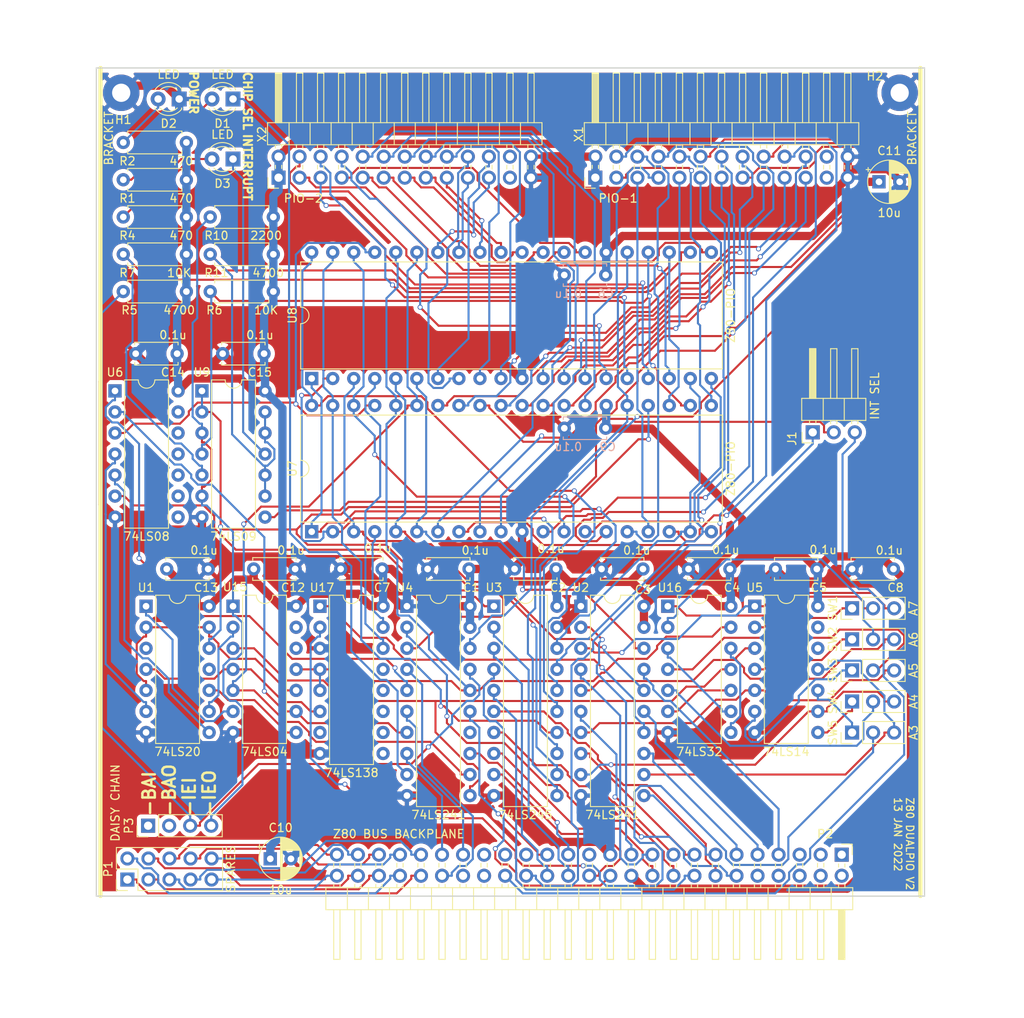
<source format=kicad_pcb>
(kicad_pcb (version 20171130) (host pcbnew "(5.1.10)-1")
  (layers (0 F.Cu signal) (31 B.Cu signal) (34 B.Paste user) (35 F.Paste user) (36 B.SilkS user) (37 F.SilkS user) (38 B.Mask user) (39 F.Mask user) (44 Edge.Cuts user))
  (net 0 "")
  (net 1 GND)
  (net 2 /A7)
  (net 3 /A6)
  (net 4 /A5)
  (net 5 /D4)
  (net 6 /A4)
  (net 7 /D3)
  (net 8 /A3)
  (net 9 /D5)
  (net 10 /A2)
  (net 11 /D6)
  (net 12 /A1)
  (net 13 /A0)
  (net 14 /D2)
  (net 15 /D7)
  (net 16 /D0)
  (net 17 /D1)
  (net 18 /SPARE9)
  (net 19 /SPARE0)
  (net 20 /SPARE8)
  (net 21 /SPARE1)
  (net 22 /SPARE7)
  (net 23 /SPARE2)
  (net 24 /SPARE6)
  (net 25 /SPARE3)
  (net 26 /SPARE5)
  (net 27 /SPARE4)
  (net 28 /M1#)
  (net 29 /RESET#)
  (net 30 /WR#)
  (net 31 /RD#)
  (net 32 /IORQ#)
  (net 33 /bIORQ#)
  (net 34 /bM1#)
  (net 35 /bA7)
  (net 36 /bA6)
  (net 37 /bA5)
  (net 38 /bA4)
  (net 39 /bA3)
  (net 40 /bA2)
  (net 41 /bA1)
  (net 42 /bA0)
  (net 43 /bD5)
  (net 44 /bD4)
  (net 45 /bD3)
  (net 46 /bD2)
  (net 47 /bD1)
  (net 48 /bD0)
  (net 49 /bRESET#)
  (net 50 /bD7)
  (net 51 /bD6)
  (net 52 /bRD#)
  (net 53 /INT#)
  (net 54 "Net-(D1-Pad2)")
  (net 55 "Net-(D1-Pad1)")
  (net 56 "Net-(D2-Pad2)")
  (net 57 /NMI#)
  (net 58 /IEI#)
  (net 59 /bINT#)
  (net 60 /bCLK)
  (net 61 /IEO#)
  (net 62 /IA)
  (net 63 /CLK)
  (net 64 "Net-(J1-Pad2)")
  (net 65 "Net-(D3-Pad2)")
  (net 66 "Net-(D3-Pad1)")
  (net 67 VCC)
  (net 68 /PM1#)
  (net 69 /IEO_PIO1)
  (net 70 /IEO_PIO2)
  (net 71 /CS_PIO2#)
  (net 72 /CS_PIO1#)
  (net 73 /1ARDY)
  (net 74 /1BSTB#)
  (net 75 /1ASTB#)
  (net 76 /1PA0)
  (net 77 /1PB7)
  (net 78 /1PA1)
  (net 79 /1PB6)
  (net 80 /1PA2)
  (net 81 /1PB5)
  (net 82 /1PA3)
  (net 83 /1PB4)
  (net 84 /1PB3)
  (net 85 /1PA4)
  (net 86 /1PB2)
  (net 87 /1PA5)
  (net 88 /1PB1)
  (net 89 /1PA6)
  (net 90 /1PB0)
  (net 91 /1PA7)
  (net 92 /1BRDY)
  (net 93 /2ARDY)
  (net 94 /2BSTB#)
  (net 95 /2ASTB#)
  (net 96 /2PA0)
  (net 97 /2PB7)
  (net 98 /2PA1)
  (net 99 /2PB6)
  (net 100 /2PA2)
  (net 101 /2PB5)
  (net 102 /2PA3)
  (net 103 /2PB4)
  (net 104 /2PB3)
  (net 105 /2PA4)
  (net 106 /2PB2)
  (net 107 /2PA5)
  (net 108 /2PB1)
  (net 109 /2PA6)
  (net 110 /2PB0)
  (net 111 /2PA7)
  (net 112 /2BRDY)
  (net 113 "Net-(SW1-Pad2)")
  (net 114 "Net-(SW1-Pad1)")
  (net 115 "Net-(SW2-Pad2)")
  (net 116 "Net-(SW2-Pad1)")
  (net 117 "Net-(SW3-Pad2)")
  (net 118 "Net-(SW3-Pad1)")
  (net 119 "Net-(SW4-Pad2)")
  (net 120 "Net-(SW4-Pad1)")
  (net 121 "Net-(SW5-Pad2)")
  (net 122 "Net-(SW5-Pad1)")
  (net 123 /bIORQ)
  (net 124 "Net-(U1-Pad6)")
  (net 125 /bIEI#)
  (net 126 /CS)
  (net 127 /bM1)
  (net 128 "Net-(U1-Pad8)")
  (net 129 /bRD)
  (net 130 /DATA_DIR)
  (net 131 /CS#)
  (net 132 "Net-(U16-Pad10)")
  (net 133 "Net-(U16-Pad12)")
  (net 134 "Net-(U16-Pad3)")
  (module Capacitor_THT:C_Disc_D5.0mm_W2.5mm_P5.00mm (layer F.Cu) (at 65.25 80.5 180)
    (fp_text reference C15 (at 0.5 -2.25) (layer F.SilkS))
    (fp_text value 0.1u (at 0.5 2.25) (layer F.SilkS))
    (pad 2 thru_hole circle (at 5 0 180) (size 1.6 1.6) (drill 0.8) (layers *.Cu *.Mask) (net 1 GND))
    (pad 1 thru_hole circle (at 0 0 180) (size 1.6 1.6) (drill 0.8) (layers *.Cu *.Mask) (net 67 VCC))
  )
  (module Capacitor_THT:C_Disc_D5.0mm_W2.5mm_P5.00mm (layer F.Cu) (at 54.75 80.5 180)
    (fp_text reference C14 (at 0.5 -2.25) (layer F.SilkS))
    (fp_text value 0.1u (at 0.5 2.25) (layer F.SilkS))
    (pad 2 thru_hole circle (at 5 0 180) (size 1.6 1.6) (drill 0.8) (layers *.Cu *.Mask) (net 1 GND))
    (pad 1 thru_hole circle (at 0 0 180) (size 1.6 1.6) (drill 0.8) (layers *.Cu *.Mask) (net 67 VCC))
  )
  (module Package_DIP:DIP-16_W7.62mm (layer F.Cu) (at 72 111)
    (fp_text reference U17 (at 0.25 -2.25) (layer F.SilkS))
    (fp_text value 74LS138 (at 3.81 20.11) (layer F.SilkS))
    (pad 16 thru_hole oval (at 7.62 0) (size 1.6 1.6) (drill 0.8) (layers *.Cu *.Mask) (net 67 VCC))
    (pad 8 thru_hole oval (at 0 17.78) (size 1.6 1.6) (drill 0.8) (layers *.Cu *.Mask) (net 1 GND))
    (pad 15 thru_hole oval (at 7.62 2.54) (size 1.6 1.6) (drill 0.8) (layers *.Cu *.Mask) (net 72 /CS_PIO1#))
    (pad 7 thru_hole oval (at 0 15.24) (size 1.6 1.6) (drill 0.8) (layers *.Cu *.Mask))
    (pad 14 thru_hole oval (at 7.62 5.08) (size 1.6 1.6) (drill 0.8) (layers *.Cu *.Mask) (net 71 /CS_PIO2#))
    (pad 6 thru_hole oval (at 0 12.7) (size 1.6 1.6) (drill 0.8) (layers *.Cu *.Mask) (net 126 /CS))
    (pad 13 thru_hole oval (at 7.62 7.62) (size 1.6 1.6) (drill 0.8) (layers *.Cu *.Mask))
    (pad 5 thru_hole oval (at 0 10.16) (size 1.6 1.6) (drill 0.8) (layers *.Cu *.Mask) (net 33 /bIORQ#))
    (pad 12 thru_hole oval (at 7.62 10.16) (size 1.6 1.6) (drill 0.8) (layers *.Cu *.Mask))
    (pad 4 thru_hole oval (at 0 7.62) (size 1.6 1.6) (drill 0.8) (layers *.Cu *.Mask) (net 33 /bIORQ#))
    (pad 11 thru_hole oval (at 7.62 12.7) (size 1.6 1.6) (drill 0.8) (layers *.Cu *.Mask))
    (pad 3 thru_hole oval (at 0 5.08) (size 1.6 1.6) (drill 0.8) (layers *.Cu *.Mask) (net 1 GND))
    (pad 10 thru_hole oval (at 7.62 15.24) (size 1.6 1.6) (drill 0.8) (layers *.Cu *.Mask))
    (pad 2 thru_hole oval (at 0 2.54) (size 1.6 1.6) (drill 0.8) (layers *.Cu *.Mask) (net 121 "Net-(SW5-Pad2)"))
    (pad 9 thru_hole oval (at 7.62 17.78) (size 1.6 1.6) (drill 0.8) (layers *.Cu *.Mask))
    (pad 1 thru_hole rect (at 0 0) (size 1.6 1.6) (drill 0.8) (layers *.Cu *.Mask) (net 40 /bA2))
  )
  (module Package_DIP:DIP-14_W7.62mm (layer F.Cu) (at 114 111)
    (fp_text reference U16 (at 0.25 -2.25) (layer F.SilkS))
    (fp_text value 74LS32 (at 3.81 17.57) (layer F.SilkS))
    (pad 14 thru_hole oval (at 7.62 0) (size 1.6 1.6) (drill 0.8) (layers *.Cu *.Mask) (net 67 VCC))
    (pad 7 thru_hole oval (at 0 15.24) (size 1.6 1.6) (drill 0.8) (layers *.Cu *.Mask) (net 1 GND))
    (pad 13 thru_hole oval (at 7.62 2.54) (size 1.6 1.6) (drill 0.8) (layers *.Cu *.Mask) (net 33 /bIORQ#))
    (pad 6 thru_hole oval (at 0 12.7) (size 1.6 1.6) (drill 0.8) (layers *.Cu *.Mask) (net 132 "Net-(U16-Pad10)"))
    (pad 12 thru_hole oval (at 7.62 5.08) (size 1.6 1.6) (drill 0.8) (layers *.Cu *.Mask) (net 133 "Net-(U16-Pad12)"))
    (pad 5 thru_hole oval (at 0 10.16) (size 1.6 1.6) (drill 0.8) (layers *.Cu *.Mask) (net 119 "Net-(SW4-Pad2)"))
    (pad 11 thru_hole oval (at 7.62 7.62) (size 1.6 1.6) (drill 0.8) (layers *.Cu *.Mask) (net 131 /CS#))
    (pad 4 thru_hole oval (at 0 7.62) (size 1.6 1.6) (drill 0.8) (layers *.Cu *.Mask) (net 117 "Net-(SW3-Pad2)"))
    (pad 10 thru_hole oval (at 7.62 10.16) (size 1.6 1.6) (drill 0.8) (layers *.Cu *.Mask) (net 132 "Net-(U16-Pad10)"))
    (pad 3 thru_hole oval (at 0 5.08) (size 1.6 1.6) (drill 0.8) (layers *.Cu *.Mask) (net 134 "Net-(U16-Pad3)"))
    (pad 9 thru_hole oval (at 7.62 12.7) (size 1.6 1.6) (drill 0.8) (layers *.Cu *.Mask) (net 134 "Net-(U16-Pad3)"))
    (pad 2 thru_hole oval (at 0 2.54) (size 1.6 1.6) (drill 0.8) (layers *.Cu *.Mask) (net 115 "Net-(SW2-Pad2)"))
    (pad 8 thru_hole oval (at 7.62 15.24) (size 1.6 1.6) (drill 0.8) (layers *.Cu *.Mask) (net 133 "Net-(U16-Pad12)"))
    (pad 1 thru_hole rect (at 0 0) (size 1.6 1.6) (drill 0.8) (layers *.Cu *.Mask) (net 113 "Net-(SW1-Pad2)"))
  )
  (module Package_DIP:DIP-14_W7.62mm (layer F.Cu) (at 57.75 85)
    (fp_text reference U9 (at 0 -2.25) (layer F.SilkS))
    (fp_text value 74LS09 (at 3.81 17.57) (layer F.SilkS))
    (pad 14 thru_hole oval (at 7.62 0) (size 1.6 1.6) (drill 0.8) (layers *.Cu *.Mask) (net 67 VCC))
    (pad 7 thru_hole oval (at 0 15.24) (size 1.6 1.6) (drill 0.8) (layers *.Cu *.Mask) (net 1 GND))
    (pad 13 thru_hole oval (at 7.62 2.54) (size 1.6 1.6) (drill 0.8) (layers *.Cu *.Mask) (net 59 /bINT#))
    (pad 6 thru_hole oval (at 0 12.7) (size 1.6 1.6) (drill 0.8) (layers *.Cu *.Mask) (net 61 /IEO#))
    (pad 12 thru_hole oval (at 7.62 5.08) (size 1.6 1.6) (drill 0.8) (layers *.Cu *.Mask) (net 59 /bINT#))
    (pad 5 thru_hole oval (at 0 10.16) (size 1.6 1.6) (drill 0.8) (layers *.Cu *.Mask) (net 70 /IEO_PIO2))
    (pad 11 thru_hole oval (at 7.62 7.62) (size 1.6 1.6) (drill 0.8) (layers *.Cu *.Mask) (net 66 "Net-(D3-Pad1)"))
    (pad 4 thru_hole oval (at 0 7.62) (size 1.6 1.6) (drill 0.8) (layers *.Cu *.Mask) (net 69 /IEO_PIO1))
    (pad 10 thru_hole oval (at 7.62 10.16) (size 1.6 1.6) (drill 0.8) (layers *.Cu *.Mask) (net 59 /bINT#))
    (pad 3 thru_hole oval (at 0 5.08) (size 1.6 1.6) (drill 0.8) (layers *.Cu *.Mask) (net 61 /IEO#))
    (pad 9 thru_hole oval (at 7.62 12.7) (size 1.6 1.6) (drill 0.8) (layers *.Cu *.Mask) (net 59 /bINT#))
    (pad 2 thru_hole oval (at 0 2.54) (size 1.6 1.6) (drill 0.8) (layers *.Cu *.Mask) (net 125 /bIEI#))
    (pad 8 thru_hole oval (at 7.62 15.24) (size 1.6 1.6) (drill 0.8) (layers *.Cu *.Mask) (net 64 "Net-(J1-Pad2)"))
    (pad 1 thru_hole rect (at 0 0) (size 1.6 1.6) (drill 0.8) (layers *.Cu *.Mask) (net 125 /bIEI#))
  )
  (module Package_DIP:DIP-14_W7.62mm (layer F.Cu) (at 47.25 85)
    (fp_text reference U6 (at 0 -2.25) (layer F.SilkS))
    (fp_text value 74LS08 (at 3.81 17.57) (layer F.SilkS))
    (pad 14 thru_hole oval (at 7.62 0) (size 1.6 1.6) (drill 0.8) (layers *.Cu *.Mask) (net 67 VCC))
    (pad 7 thru_hole oval (at 0 15.24) (size 1.6 1.6) (drill 0.8) (layers *.Cu *.Mask) (net 1 GND))
    (pad 13 thru_hole oval (at 7.62 2.54) (size 1.6 1.6) (drill 0.8) (layers *.Cu *.Mask))
    (pad 6 thru_hole oval (at 0 12.7) (size 1.6 1.6) (drill 0.8) (layers *.Cu *.Mask) (net 130 /DATA_DIR))
    (pad 12 thru_hole oval (at 7.62 5.08) (size 1.6 1.6) (drill 0.8) (layers *.Cu *.Mask))
    (pad 5 thru_hole oval (at 0 10.16) (size 1.6 1.6) (drill 0.8) (layers *.Cu *.Mask) (net 128 "Net-(U1-Pad8)"))
    (pad 11 thru_hole oval (at 7.62 7.62) (size 1.6 1.6) (drill 0.8) (layers *.Cu *.Mask))
    (pad 4 thru_hole oval (at 0 7.62) (size 1.6 1.6) (drill 0.8) (layers *.Cu *.Mask) (net 124 "Net-(U1-Pad6)"))
    (pad 10 thru_hole oval (at 7.62 10.16) (size 1.6 1.6) (drill 0.8) (layers *.Cu *.Mask))
    (pad 3 thru_hole oval (at 0 5.08) (size 1.6 1.6) (drill 0.8) (layers *.Cu *.Mask) (net 68 /PM1#))
    (pad 9 thru_hole oval (at 7.62 12.7) (size 1.6 1.6) (drill 0.8) (layers *.Cu *.Mask))
    (pad 2 thru_hole oval (at 0 2.54) (size 1.6 1.6) (drill 0.8) (layers *.Cu *.Mask) (net 34 /bM1#))
    (pad 8 thru_hole oval (at 7.62 15.24) (size 1.6 1.6) (drill 0.8) (layers *.Cu *.Mask))
    (pad 1 thru_hole rect (at 0 0) (size 1.6 1.6) (drill 0.8) (layers *.Cu *.Mask) (net 49 /bRESET#))
  )
  (module Package_DIP:DIP-20_W7.62mm (layer F.Cu) (at 82.5 111)
    (fp_text reference U4 (at -0.25 -2.25) (layer F.SilkS))
    (fp_text value 74LS241 (at 3.81 25.19) (layer F.SilkS))
    (pad 20 thru_hole oval (at 7.62 0) (size 1.6 1.6) (drill 0.8) (layers *.Cu *.Mask) (net 67 VCC))
    (pad 10 thru_hole oval (at 0 22.86) (size 1.6 1.6) (drill 0.8) (layers *.Cu *.Mask) (net 1 GND))
    (pad 19 thru_hole oval (at 7.62 2.54) (size 1.6 1.6) (drill 0.8) (layers *.Cu *.Mask) (net 67 VCC))
    (pad 9 thru_hole oval (at 0 20.32) (size 1.6 1.6) (drill 0.8) (layers *.Cu *.Mask) (net 55 "Net-(D1-Pad1)"))
    (pad 18 thru_hole oval (at 7.62 5.08) (size 1.6 1.6) (drill 0.8) (layers *.Cu *.Mask) (net 60 /bCLK))
    (pad 8 thru_hole oval (at 0 17.78) (size 1.6 1.6) (drill 0.8) (layers *.Cu *.Mask) (net 31 /RD#))
    (pad 17 thru_hole oval (at 7.62 7.62) (size 1.6 1.6) (drill 0.8) (layers *.Cu *.Mask) (net 58 /IEI#))
    (pad 7 thru_hole oval (at 0 15.24) (size 1.6 1.6) (drill 0.8) (layers *.Cu *.Mask) (net 34 /bM1#))
    (pad 16 thru_hole oval (at 7.62 10.16) (size 1.6 1.6) (drill 0.8) (layers *.Cu *.Mask) (net 33 /bIORQ#))
    (pad 6 thru_hole oval (at 0 12.7) (size 1.6 1.6) (drill 0.8) (layers *.Cu *.Mask) (net 30 /WR#))
    (pad 15 thru_hole oval (at 7.62 12.7) (size 1.6 1.6) (drill 0.8) (layers *.Cu *.Mask) (net 29 /RESET#))
    (pad 5 thru_hole oval (at 0 10.16) (size 1.6 1.6) (drill 0.8) (layers *.Cu *.Mask) (net 49 /bRESET#))
    (pad 14 thru_hole oval (at 7.62 15.24) (size 1.6 1.6) (drill 0.8) (layers *.Cu *.Mask))
    (pad 4 thru_hole oval (at 0 7.62) (size 1.6 1.6) (drill 0.8) (layers *.Cu *.Mask) (net 32 /IORQ#))
    (pad 13 thru_hole oval (at 7.62 17.78) (size 1.6 1.6) (drill 0.8) (layers *.Cu *.Mask) (net 28 /M1#))
    (pad 3 thru_hole oval (at 0 5.08) (size 1.6 1.6) (drill 0.8) (layers *.Cu *.Mask) (net 125 /bIEI#))
    (pad 12 thru_hole oval (at 7.62 20.32) (size 1.6 1.6) (drill 0.8) (layers *.Cu *.Mask) (net 52 /bRD#))
    (pad 2 thru_hole oval (at 0 2.54) (size 1.6 1.6) (drill 0.8) (layers *.Cu *.Mask) (net 63 /CLK))
    (pad 11 thru_hole oval (at 7.62 22.86) (size 1.6 1.6) (drill 0.8) (layers *.Cu *.Mask) (net 131 /CS#))
    (pad 1 thru_hole rect (at 0 0) (size 1.6 1.6) (drill 0.8) (layers *.Cu *.Mask) (net 1 GND))
  )
  (module Package_DIP:DIP-14_W7.62mm (layer F.Cu) (at 51 111)
    (fp_text reference U1 (at 0 -2.25) (layer F.SilkS))
    (fp_text value 74LS20 (at 3.81 17.57) (layer F.SilkS))
    (pad 14 thru_hole oval (at 7.62 0) (size 1.6 1.6) (drill 0.8) (layers *.Cu *.Mask) (net 67 VCC))
    (pad 7 thru_hole oval (at 0 15.24) (size 1.6 1.6) (drill 0.8) (layers *.Cu *.Mask) (net 1 GND))
    (pad 13 thru_hole oval (at 7.62 2.54) (size 1.6 1.6) (drill 0.8) (layers *.Cu *.Mask) (net 123 /bIORQ))
    (pad 6 thru_hole oval (at 0 12.7) (size 1.6 1.6) (drill 0.8) (layers *.Cu *.Mask) (net 124 "Net-(U1-Pad6)"))
    (pad 12 thru_hole oval (at 7.62 5.08) (size 1.6 1.6) (drill 0.8) (layers *.Cu *.Mask) (net 125 /bIEI#))
    (pad 5 thru_hole oval (at 0 10.16) (size 1.6 1.6) (drill 0.8) (layers *.Cu *.Mask) (net 123 /bIORQ))
    (pad 11 thru_hole oval (at 7.62 7.62) (size 1.6 1.6) (drill 0.8) (layers *.Cu *.Mask))
    (pad 4 thru_hole oval (at 0 7.62) (size 1.6 1.6) (drill 0.8) (layers *.Cu *.Mask) (net 126 /CS))
    (pad 10 thru_hole oval (at 7.62 10.16) (size 1.6 1.6) (drill 0.8) (layers *.Cu *.Mask) (net 127 /bM1))
    (pad 3 thru_hole oval (at 0 5.08) (size 1.6 1.6) (drill 0.8) (layers *.Cu *.Mask))
    (pad 9 thru_hole oval (at 7.62 12.7) (size 1.6 1.6) (drill 0.8) (layers *.Cu *.Mask) (net 62 /IA))
    (pad 2 thru_hole oval (at 0 2.54) (size 1.6 1.6) (drill 0.8) (layers *.Cu *.Mask) (net 123 /bIORQ))
    (pad 8 thru_hole oval (at 7.62 15.24) (size 1.6 1.6) (drill 0.8) (layers *.Cu *.Mask) (net 128 "Net-(U1-Pad8)"))
    (pad 1 thru_hole rect (at 0 0) (size 1.6 1.6) (drill 0.8) (layers *.Cu *.Mask) (net 129 /bRD))
  )
  (module Connector_PinHeader_2.54mm:PinHeader_1x03_P2.54mm_Vertical (layer F.Cu) (at 136.25 126.25 90)
    (fp_text reference SW5 (at 0 -2.33 90) (layer F.SilkS))
    (fp_text value A3 (at 0 7.41 90) (layer F.SilkS))
    (pad 3 thru_hole oval (at 0 5.08 90) (size 1.7 1.7) (drill 1) (layers *.Cu *.Mask) (net 39 /bA3))
    (pad 2 thru_hole oval (at 0 2.54 90) (size 1.7 1.7) (drill 1) (layers *.Cu *.Mask) (net 121 "Net-(SW5-Pad2)"))
    (pad 1 thru_hole rect (at 0 0 90) (size 1.7 1.7) (drill 1) (layers *.Cu *.Mask) (net 122 "Net-(SW5-Pad1)"))
  )
  (module Connector_PinHeader_2.54mm:PinHeader_1x03_P2.54mm_Vertical (layer F.Cu) (at 136.25 122.5 90)
    (fp_text reference SW4 (at 0 -2.33 90) (layer F.SilkS))
    (fp_text value A4 (at 0 7.41 90) (layer F.SilkS))
    (pad 3 thru_hole oval (at 0 5.08 90) (size 1.7 1.7) (drill 1) (layers *.Cu *.Mask) (net 38 /bA4))
    (pad 2 thru_hole oval (at 0 2.54 90) (size 1.7 1.7) (drill 1) (layers *.Cu *.Mask) (net 119 "Net-(SW4-Pad2)"))
    (pad 1 thru_hole rect (at 0 0 90) (size 1.7 1.7) (drill 1) (layers *.Cu *.Mask) (net 120 "Net-(SW4-Pad1)"))
  )
  (module Connector_PinHeader_2.54mm:PinHeader_1x03_P2.54mm_Vertical (layer F.Cu) (at 136.25 118.75 90)
    (fp_text reference SW3 (at 0 -2.33 90) (layer F.SilkS))
    (fp_text value A5 (at 0 7.41 90) (layer F.SilkS))
    (pad 3 thru_hole oval (at 0 5.08 90) (size 1.7 1.7) (drill 1) (layers *.Cu *.Mask) (net 37 /bA5))
    (pad 2 thru_hole oval (at 0 2.54 90) (size 1.7 1.7) (drill 1) (layers *.Cu *.Mask) (net 117 "Net-(SW3-Pad2)"))
    (pad 1 thru_hole rect (at 0 0 90) (size 1.7 1.7) (drill 1) (layers *.Cu *.Mask) (net 118 "Net-(SW3-Pad1)"))
  )
  (module Connector_PinHeader_2.54mm:PinHeader_1x03_P2.54mm_Vertical (layer F.Cu) (at 136.25 115 90)
    (fp_text reference SW2 (at 0 -2.33 90) (layer F.SilkS))
    (fp_text value A6 (at 0 7.41 90) (layer F.SilkS))
    (pad 3 thru_hole oval (at 0 5.08 90) (size 1.7 1.7) (drill 1) (layers *.Cu *.Mask) (net 36 /bA6))
    (pad 2 thru_hole oval (at 0 2.54 90) (size 1.7 1.7) (drill 1) (layers *.Cu *.Mask) (net 115 "Net-(SW2-Pad2)"))
    (pad 1 thru_hole rect (at 0 0 90) (size 1.7 1.7) (drill 1) (layers *.Cu *.Mask) (net 116 "Net-(SW2-Pad1)"))
  )
  (module Connector_PinHeader_2.54mm:PinHeader_1x03_P2.54mm_Vertical (layer F.Cu) (at 136.25 111.25 90)
    (fp_text reference SW1 (at 0 -2.33 90) (layer F.SilkS))
    (fp_text value A7 (at 0 7.41 90) (layer F.SilkS))
    (pad 3 thru_hole oval (at 0 5.08 90) (size 1.7 1.7) (drill 1) (layers *.Cu *.Mask) (net 35 /bA7))
    (pad 2 thru_hole oval (at 0 2.54 90) (size 1.7 1.7) (drill 1) (layers *.Cu *.Mask) (net 113 "Net-(SW1-Pad2)"))
    (pad 1 thru_hole rect (at 0 0 90) (size 1.7 1.7) (drill 1) (layers *.Cu *.Mask) (net 114 "Net-(SW1-Pad1)"))
  )
  (module Connector_PinHeader_2.54mm:PinHeader_2x13_P2.54mm_Horizontal (layer F.Cu) (at 67 59.25 90)
    (fp_text reference X2 (at 5.25 -2 90) (layer F.SilkS))
    (fp_text value PIO-2 (at -2.5 3 180) (layer F.SilkS))
    (pad 26 thru_hole oval (at 2.54 30.48 90) (size 1.7 1.7) (drill 1) (layers *.Cu *.Mask) (net 1 GND))
    (pad 25 thru_hole oval (at 0 30.48 90) (size 1.7 1.7) (drill 1) (layers *.Cu *.Mask) (net 1 GND))
    (pad 24 thru_hole oval (at 2.54 27.94 90) (size 1.7 1.7) (drill 1) (layers *.Cu *.Mask))
    (pad 23 thru_hole oval (at 0 27.94 90) (size 1.7 1.7) (drill 1) (layers *.Cu *.Mask))
    (pad 22 thru_hole oval (at 2.54 25.4 90) (size 1.7 1.7) (drill 1) (layers *.Cu *.Mask) (net 111 /2PA7))
    (pad 21 thru_hole oval (at 0 25.4 90) (size 1.7 1.7) (drill 1) (layers *.Cu *.Mask) (net 97 /2PB7))
    (pad 20 thru_hole oval (at 2.54 22.86 90) (size 1.7 1.7) (drill 1) (layers *.Cu *.Mask) (net 109 /2PA6))
    (pad 19 thru_hole oval (at 0 22.86 90) (size 1.7 1.7) (drill 1) (layers *.Cu *.Mask) (net 99 /2PB6))
    (pad 18 thru_hole oval (at 2.54 20.32 90) (size 1.7 1.7) (drill 1) (layers *.Cu *.Mask) (net 107 /2PA5))
    (pad 17 thru_hole oval (at 0 20.32 90) (size 1.7 1.7) (drill 1) (layers *.Cu *.Mask) (net 101 /2PB5))
    (pad 16 thru_hole oval (at 2.54 17.78 90) (size 1.7 1.7) (drill 1) (layers *.Cu *.Mask) (net 105 /2PA4))
    (pad 15 thru_hole oval (at 0 17.78 90) (size 1.7 1.7) (drill 1) (layers *.Cu *.Mask) (net 103 /2PB4))
    (pad 14 thru_hole oval (at 2.54 15.24 90) (size 1.7 1.7) (drill 1) (layers *.Cu *.Mask) (net 102 /2PA3))
    (pad 13 thru_hole oval (at 0 15.24 90) (size 1.7 1.7) (drill 1) (layers *.Cu *.Mask) (net 104 /2PB3))
    (pad 12 thru_hole oval (at 2.54 12.7 90) (size 1.7 1.7) (drill 1) (layers *.Cu *.Mask) (net 100 /2PA2))
    (pad 11 thru_hole oval (at 0 12.7 90) (size 1.7 1.7) (drill 1) (layers *.Cu *.Mask) (net 106 /2PB2))
    (pad 10 thru_hole oval (at 2.54 10.16 90) (size 1.7 1.7) (drill 1) (layers *.Cu *.Mask) (net 98 /2PA1))
    (pad 9 thru_hole oval (at 0 10.16 90) (size 1.7 1.7) (drill 1) (layers *.Cu *.Mask) (net 108 /2PB1))
    (pad 8 thru_hole oval (at 2.54 7.62 90) (size 1.7 1.7) (drill 1) (layers *.Cu *.Mask) (net 96 /2PA0))
    (pad 7 thru_hole oval (at 0 7.62 90) (size 1.7 1.7) (drill 1) (layers *.Cu *.Mask) (net 110 /2PB0))
    (pad 6 thru_hole oval (at 2.54 5.08 90) (size 1.7 1.7) (drill 1) (layers *.Cu *.Mask) (net 95 /2ASTB#))
    (pad 5 thru_hole oval (at 0 5.08 90) (size 1.7 1.7) (drill 1) (layers *.Cu *.Mask) (net 94 /2BSTB#))
    (pad 4 thru_hole oval (at 2.54 2.54 90) (size 1.7 1.7) (drill 1) (layers *.Cu *.Mask) (net 93 /2ARDY))
    (pad 3 thru_hole oval (at 0 2.54 90) (size 1.7 1.7) (drill 1) (layers *.Cu *.Mask) (net 112 /2BRDY))
    (pad 2 thru_hole oval (at 2.54 0 90) (size 1.7 1.7) (drill 1) (layers *.Cu *.Mask) (net 67 VCC))
    (pad 1 thru_hole rect (at 0 0 90) (size 1.7 1.7) (drill 1) (layers *.Cu *.Mask) (net 67 VCC))
  )
  (module Connector_PinHeader_2.54mm:PinHeader_2x13_P2.54mm_Horizontal (layer F.Cu) (at 105.25 59.25 90)
    (fp_text reference X1 (at 5.25 -2 90) (layer F.SilkS))
    (fp_text value PIO-1 (at -2.5 2.75 180) (layer F.SilkS))
    (pad 26 thru_hole oval (at 2.54 30.48 90) (size 1.7 1.7) (drill 1) (layers *.Cu *.Mask) (net 1 GND))
    (pad 25 thru_hole oval (at 0 30.48 90) (size 1.7 1.7) (drill 1) (layers *.Cu *.Mask) (net 1 GND))
    (pad 24 thru_hole oval (at 2.54 27.94 90) (size 1.7 1.7) (drill 1) (layers *.Cu *.Mask))
    (pad 23 thru_hole oval (at 0 27.94 90) (size 1.7 1.7) (drill 1) (layers *.Cu *.Mask))
    (pad 22 thru_hole oval (at 2.54 25.4 90) (size 1.7 1.7) (drill 1) (layers *.Cu *.Mask) (net 91 /1PA7))
    (pad 21 thru_hole oval (at 0 25.4 90) (size 1.7 1.7) (drill 1) (layers *.Cu *.Mask) (net 77 /1PB7))
    (pad 20 thru_hole oval (at 2.54 22.86 90) (size 1.7 1.7) (drill 1) (layers *.Cu *.Mask) (net 89 /1PA6))
    (pad 19 thru_hole oval (at 0 22.86 90) (size 1.7 1.7) (drill 1) (layers *.Cu *.Mask) (net 79 /1PB6))
    (pad 18 thru_hole oval (at 2.54 20.32 90) (size 1.7 1.7) (drill 1) (layers *.Cu *.Mask) (net 87 /1PA5))
    (pad 17 thru_hole oval (at 0 20.32 90) (size 1.7 1.7) (drill 1) (layers *.Cu *.Mask) (net 81 /1PB5))
    (pad 16 thru_hole oval (at 2.54 17.78 90) (size 1.7 1.7) (drill 1) (layers *.Cu *.Mask) (net 85 /1PA4))
    (pad 15 thru_hole oval (at 0 17.78 90) (size 1.7 1.7) (drill 1) (layers *.Cu *.Mask) (net 83 /1PB4))
    (pad 14 thru_hole oval (at 2.54 15.24 90) (size 1.7 1.7) (drill 1) (layers *.Cu *.Mask) (net 82 /1PA3))
    (pad 13 thru_hole oval (at 0 15.24 90) (size 1.7 1.7) (drill 1) (layers *.Cu *.Mask) (net 84 /1PB3))
    (pad 12 thru_hole oval (at 2.54 12.7 90) (size 1.7 1.7) (drill 1) (layers *.Cu *.Mask) (net 80 /1PA2))
    (pad 11 thru_hole oval (at 0 12.7 90) (size 1.7 1.7) (drill 1) (layers *.Cu *.Mask) (net 86 /1PB2))
    (pad 10 thru_hole oval (at 2.54 10.16 90) (size 1.7 1.7) (drill 1) (layers *.Cu *.Mask) (net 78 /1PA1))
    (pad 9 thru_hole oval (at 0 10.16 90) (size 1.7 1.7) (drill 1) (layers *.Cu *.Mask) (net 88 /1PB1))
    (pad 8 thru_hole oval (at 2.54 7.62 90) (size 1.7 1.7) (drill 1) (layers *.Cu *.Mask) (net 76 /1PA0))
    (pad 7 thru_hole oval (at 0 7.62 90) (size 1.7 1.7) (drill 1) (layers *.Cu *.Mask) (net 90 /1PB0))
    (pad 6 thru_hole oval (at 2.54 5.08 90) (size 1.7 1.7) (drill 1) (layers *.Cu *.Mask) (net 75 /1ASTB#))
    (pad 5 thru_hole oval (at 0 5.08 90) (size 1.7 1.7) (drill 1) (layers *.Cu *.Mask) (net 74 /1BSTB#))
    (pad 4 thru_hole oval (at 2.54 2.54 90) (size 1.7 1.7) (drill 1) (layers *.Cu *.Mask) (net 73 /1ARDY))
    (pad 3 thru_hole oval (at 0 2.54 90) (size 1.7 1.7) (drill 1) (layers *.Cu *.Mask) (net 92 /1BRDY))
    (pad 2 thru_hole oval (at 2.54 0 90) (size 1.7 1.7) (drill 1) (layers *.Cu *.Mask) (net 67 VCC))
    (pad 1 thru_hole rect (at 0 0 90) (size 1.7 1.7) (drill 1) (layers *.Cu *.Mask) (net 67 VCC))
  )
  (module Package_DIP:DIP-40_W15.24mm (layer F.Cu) (at 71 83.5 90)
    (fp_text reference U8 (at 7.62 -2.33 90) (layer F.SilkS))
    (fp_text value Z80-PIO (at 7.62 50.59 90) (layer F.SilkS))
    (pad 40 thru_hole oval (at 15.24 0 90) (size 1.6 1.6) (drill 0.8) (layers *.Cu *.Mask) (net 45 /bD3))
    (pad 20 thru_hole oval (at 0 48.26 90) (size 1.6 1.6) (drill 0.8) (layers *.Cu *.Mask) (net 47 /bD1))
    (pad 39 thru_hole oval (at 15.24 2.54 90) (size 1.6 1.6) (drill 0.8) (layers *.Cu *.Mask) (net 44 /bD4))
    (pad 19 thru_hole oval (at 0 45.72 90) (size 1.6 1.6) (drill 0.8) (layers *.Cu *.Mask) (net 48 /bD0))
    (pad 38 thru_hole oval (at 15.24 5.08 90) (size 1.6 1.6) (drill 0.8) (layers *.Cu *.Mask) (net 43 /bD5))
    (pad 18 thru_hole oval (at 0 43.18 90) (size 1.6 1.6) (drill 0.8) (layers *.Cu *.Mask) (net 93 /2ARDY))
    (pad 37 thru_hole oval (at 15.24 7.62 90) (size 1.6 1.6) (drill 0.8) (layers *.Cu *.Mask) (net 68 /PM1#))
    (pad 17 thru_hole oval (at 0 40.64 90) (size 1.6 1.6) (drill 0.8) (layers *.Cu *.Mask) (net 94 /2BSTB#))
    (pad 36 thru_hole oval (at 15.24 10.16 90) (size 1.6 1.6) (drill 0.8) (layers *.Cu *.Mask) (net 33 /bIORQ#))
    (pad 16 thru_hole oval (at 0 38.1 90) (size 1.6 1.6) (drill 0.8) (layers *.Cu *.Mask) (net 95 /2ASTB#))
    (pad 35 thru_hole oval (at 15.24 12.7 90) (size 1.6 1.6) (drill 0.8) (layers *.Cu *.Mask) (net 52 /bRD#))
    (pad 15 thru_hole oval (at 0 35.56 90) (size 1.6 1.6) (drill 0.8) (layers *.Cu *.Mask) (net 96 /2PA0))
    (pad 34 thru_hole oval (at 15.24 15.24 90) (size 1.6 1.6) (drill 0.8) (layers *.Cu *.Mask) (net 97 /2PB7))
    (pad 14 thru_hole oval (at 0 33.02 90) (size 1.6 1.6) (drill 0.8) (layers *.Cu *.Mask) (net 98 /2PA1))
    (pad 33 thru_hole oval (at 15.24 17.78 90) (size 1.6 1.6) (drill 0.8) (layers *.Cu *.Mask) (net 99 /2PB6))
    (pad 13 thru_hole oval (at 0 30.48 90) (size 1.6 1.6) (drill 0.8) (layers *.Cu *.Mask) (net 100 /2PA2))
    (pad 32 thru_hole oval (at 15.24 20.32 90) (size 1.6 1.6) (drill 0.8) (layers *.Cu *.Mask) (net 101 /2PB5))
    (pad 12 thru_hole oval (at 0 27.94 90) (size 1.6 1.6) (drill 0.8) (layers *.Cu *.Mask) (net 102 /2PA3))
    (pad 31 thru_hole oval (at 15.24 22.86 90) (size 1.6 1.6) (drill 0.8) (layers *.Cu *.Mask) (net 103 /2PB4))
    (pad 11 thru_hole oval (at 0 25.4 90) (size 1.6 1.6) (drill 0.8) (layers *.Cu *.Mask) (net 1 GND))
    (pad 30 thru_hole oval (at 15.24 25.4 90) (size 1.6 1.6) (drill 0.8) (layers *.Cu *.Mask) (net 104 /2PB3))
    (pad 10 thru_hole oval (at 0 22.86 90) (size 1.6 1.6) (drill 0.8) (layers *.Cu *.Mask) (net 105 /2PA4))
    (pad 29 thru_hole oval (at 15.24 27.94 90) (size 1.6 1.6) (drill 0.8) (layers *.Cu *.Mask) (net 106 /2PB2))
    (pad 9 thru_hole oval (at 0 20.32 90) (size 1.6 1.6) (drill 0.8) (layers *.Cu *.Mask) (net 107 /2PA5))
    (pad 28 thru_hole oval (at 15.24 30.48 90) (size 1.6 1.6) (drill 0.8) (layers *.Cu *.Mask) (net 108 /2PB1))
    (pad 8 thru_hole oval (at 0 17.78 90) (size 1.6 1.6) (drill 0.8) (layers *.Cu *.Mask) (net 109 /2PA6))
    (pad 27 thru_hole oval (at 15.24 33.02 90) (size 1.6 1.6) (drill 0.8) (layers *.Cu *.Mask) (net 110 /2PB0))
    (pad 7 thru_hole oval (at 0 15.24 90) (size 1.6 1.6) (drill 0.8) (layers *.Cu *.Mask) (net 111 /2PA7))
    (pad 26 thru_hole oval (at 15.24 35.56 90) (size 1.6 1.6) (drill 0.8) (layers *.Cu *.Mask) (net 67 VCC))
    (pad 6 thru_hole oval (at 0 12.7 90) (size 1.6 1.6) (drill 0.8) (layers *.Cu *.Mask) (net 42 /bA0))
    (pad 25 thru_hole oval (at 15.24 38.1 90) (size 1.6 1.6) (drill 0.8) (layers *.Cu *.Mask) (net 60 /bCLK))
    (pad 5 thru_hole oval (at 0 10.16 90) (size 1.6 1.6) (drill 0.8) (layers *.Cu *.Mask) (net 41 /bA1))
    (pad 24 thru_hole oval (at 15.24 40.64 90) (size 1.6 1.6) (drill 0.8) (layers *.Cu *.Mask) (net 69 /IEO_PIO1))
    (pad 4 thru_hole oval (at 0 7.62 90) (size 1.6 1.6) (drill 0.8) (layers *.Cu *.Mask) (net 71 /CS_PIO2#))
    (pad 23 thru_hole oval (at 15.24 43.18 90) (size 1.6 1.6) (drill 0.8) (layers *.Cu *.Mask) (net 59 /bINT#))
    (pad 3 thru_hole oval (at 0 5.08 90) (size 1.6 1.6) (drill 0.8) (layers *.Cu *.Mask) (net 51 /bD6))
    (pad 22 thru_hole oval (at 15.24 45.72 90) (size 1.6 1.6) (drill 0.8) (layers *.Cu *.Mask) (net 70 /IEO_PIO2))
    (pad 2 thru_hole oval (at 0 2.54 90) (size 1.6 1.6) (drill 0.8) (layers *.Cu *.Mask) (net 50 /bD7))
    (pad 21 thru_hole oval (at 15.24 48.26 90) (size 1.6 1.6) (drill 0.8) (layers *.Cu *.Mask) (net 112 /2BRDY))
    (pad 1 thru_hole rect (at 0 0 90) (size 1.6 1.6) (drill 0.8) (layers *.Cu *.Mask) (net 46 /bD2))
  )
  (module Package_DIP:DIP-40_W15.24mm (layer F.Cu) (at 71 102 90)
    (fp_text reference U7 (at 7.62 -2.33 90) (layer F.SilkS))
    (fp_text value Z80-PIO (at 7.62 50.59 90) (layer F.SilkS))
    (pad 40 thru_hole oval (at 15.24 0 90) (size 1.6 1.6) (drill 0.8) (layers *.Cu *.Mask) (net 45 /bD3))
    (pad 20 thru_hole oval (at 0 48.26 90) (size 1.6 1.6) (drill 0.8) (layers *.Cu *.Mask) (net 47 /bD1))
    (pad 39 thru_hole oval (at 15.24 2.54 90) (size 1.6 1.6) (drill 0.8) (layers *.Cu *.Mask) (net 44 /bD4))
    (pad 19 thru_hole oval (at 0 45.72 90) (size 1.6 1.6) (drill 0.8) (layers *.Cu *.Mask) (net 48 /bD0))
    (pad 38 thru_hole oval (at 15.24 5.08 90) (size 1.6 1.6) (drill 0.8) (layers *.Cu *.Mask) (net 43 /bD5))
    (pad 18 thru_hole oval (at 0 43.18 90) (size 1.6 1.6) (drill 0.8) (layers *.Cu *.Mask) (net 73 /1ARDY))
    (pad 37 thru_hole oval (at 15.24 7.62 90) (size 1.6 1.6) (drill 0.8) (layers *.Cu *.Mask) (net 68 /PM1#))
    (pad 17 thru_hole oval (at 0 40.64 90) (size 1.6 1.6) (drill 0.8) (layers *.Cu *.Mask) (net 74 /1BSTB#))
    (pad 36 thru_hole oval (at 15.24 10.16 90) (size 1.6 1.6) (drill 0.8) (layers *.Cu *.Mask) (net 33 /bIORQ#))
    (pad 16 thru_hole oval (at 0 38.1 90) (size 1.6 1.6) (drill 0.8) (layers *.Cu *.Mask) (net 75 /1ASTB#))
    (pad 35 thru_hole oval (at 15.24 12.7 90) (size 1.6 1.6) (drill 0.8) (layers *.Cu *.Mask) (net 52 /bRD#))
    (pad 15 thru_hole oval (at 0 35.56 90) (size 1.6 1.6) (drill 0.8) (layers *.Cu *.Mask) (net 76 /1PA0))
    (pad 34 thru_hole oval (at 15.24 15.24 90) (size 1.6 1.6) (drill 0.8) (layers *.Cu *.Mask) (net 77 /1PB7))
    (pad 14 thru_hole oval (at 0 33.02 90) (size 1.6 1.6) (drill 0.8) (layers *.Cu *.Mask) (net 78 /1PA1))
    (pad 33 thru_hole oval (at 15.24 17.78 90) (size 1.6 1.6) (drill 0.8) (layers *.Cu *.Mask) (net 79 /1PB6))
    (pad 13 thru_hole oval (at 0 30.48 90) (size 1.6 1.6) (drill 0.8) (layers *.Cu *.Mask) (net 80 /1PA2))
    (pad 32 thru_hole oval (at 15.24 20.32 90) (size 1.6 1.6) (drill 0.8) (layers *.Cu *.Mask) (net 81 /1PB5))
    (pad 12 thru_hole oval (at 0 27.94 90) (size 1.6 1.6) (drill 0.8) (layers *.Cu *.Mask) (net 82 /1PA3))
    (pad 31 thru_hole oval (at 15.24 22.86 90) (size 1.6 1.6) (drill 0.8) (layers *.Cu *.Mask) (net 83 /1PB4))
    (pad 11 thru_hole oval (at 0 25.4 90) (size 1.6 1.6) (drill 0.8) (layers *.Cu *.Mask) (net 1 GND))
    (pad 30 thru_hole oval (at 15.24 25.4 90) (size 1.6 1.6) (drill 0.8) (layers *.Cu *.Mask) (net 84 /1PB3))
    (pad 10 thru_hole oval (at 0 22.86 90) (size 1.6 1.6) (drill 0.8) (layers *.Cu *.Mask) (net 85 /1PA4))
    (pad 29 thru_hole oval (at 15.24 27.94 90) (size 1.6 1.6) (drill 0.8) (layers *.Cu *.Mask) (net 86 /1PB2))
    (pad 9 thru_hole oval (at 0 20.32 90) (size 1.6 1.6) (drill 0.8) (layers *.Cu *.Mask) (net 87 /1PA5))
    (pad 28 thru_hole oval (at 15.24 30.48 90) (size 1.6 1.6) (drill 0.8) (layers *.Cu *.Mask) (net 88 /1PB1))
    (pad 8 thru_hole oval (at 0 17.78 90) (size 1.6 1.6) (drill 0.8) (layers *.Cu *.Mask) (net 89 /1PA6))
    (pad 27 thru_hole oval (at 15.24 33.02 90) (size 1.6 1.6) (drill 0.8) (layers *.Cu *.Mask) (net 90 /1PB0))
    (pad 7 thru_hole oval (at 0 15.24 90) (size 1.6 1.6) (drill 0.8) (layers *.Cu *.Mask) (net 91 /1PA7))
    (pad 26 thru_hole oval (at 15.24 35.56 90) (size 1.6 1.6) (drill 0.8) (layers *.Cu *.Mask) (net 67 VCC))
    (pad 6 thru_hole oval (at 0 12.7 90) (size 1.6 1.6) (drill 0.8) (layers *.Cu *.Mask) (net 42 /bA0))
    (pad 25 thru_hole oval (at 15.24 38.1 90) (size 1.6 1.6) (drill 0.8) (layers *.Cu *.Mask) (net 60 /bCLK))
    (pad 5 thru_hole oval (at 0 10.16 90) (size 1.6 1.6) (drill 0.8) (layers *.Cu *.Mask) (net 41 /bA1))
    (pad 24 thru_hole oval (at 15.24 40.64 90) (size 1.6 1.6) (drill 0.8) (layers *.Cu *.Mask) (net 125 /bIEI#))
    (pad 4 thru_hole oval (at 0 7.62 90) (size 1.6 1.6) (drill 0.8) (layers *.Cu *.Mask) (net 72 /CS_PIO1#))
    (pad 23 thru_hole oval (at 15.24 43.18 90) (size 1.6 1.6) (drill 0.8) (layers *.Cu *.Mask) (net 59 /bINT#))
    (pad 3 thru_hole oval (at 0 5.08 90) (size 1.6 1.6) (drill 0.8) (layers *.Cu *.Mask) (net 51 /bD6))
    (pad 22 thru_hole oval (at 15.24 45.72 90) (size 1.6 1.6) (drill 0.8) (layers *.Cu *.Mask) (net 69 /IEO_PIO1))
    (pad 2 thru_hole oval (at 0 2.54 90) (size 1.6 1.6) (drill 0.8) (layers *.Cu *.Mask) (net 50 /bD7))
    (pad 21 thru_hole oval (at 15.24 48.26 90) (size 1.6 1.6) (drill 0.8) (layers *.Cu *.Mask) (net 92 /1BRDY))
    (pad 1 thru_hole rect (at 0 0 90) (size 1.6 1.6) (drill 0.8) (layers *.Cu *.Mask) (net 46 /bD2))
  )
  (module Resistor_THT:R_Axial_DIN0207_L6.3mm_D2.5mm_P7.62mm_Horizontal (layer F.Cu) (at 48.25 64)
    (fp_text reference R4 (at 0.5 2.25) (layer F.SilkS))
    (fp_text value 470 (at 7 2.25) (layer F.SilkS))
    (pad 2 thru_hole oval (at 7.62 0) (size 1.6 1.6) (drill 0.8) (layers *.Cu *.Mask) (net 67 VCC))
    (pad 1 thru_hole circle (at 0 0) (size 1.6 1.6) (drill 0.8) (layers *.Cu *.Mask) (net 65 "Net-(D3-Pad2)"))
  )
  (module LED_THT:LED_D3.0mm (layer F.Cu) (at 61.5 57 180)
    (fp_text reference D3 (at 1.27 -2.96) (layer F.SilkS))
    (fp_text value LED (at 1.27 2.96) (layer F.SilkS))
    (pad 2 thru_hole circle (at 2.54 0 180) (size 1.8 1.8) (drill 0.9) (layers *.Cu *.Mask) (net 65 "Net-(D3-Pad2)"))
    (pad 1 thru_hole rect (at 0 0 180) (size 1.8 1.8) (drill 0.9) (layers *.Cu *.Mask) (net 66 "Net-(D3-Pad1)"))
  )
  (module Capacitor_THT:C_Disc_D5.0mm_W2.5mm_P5.00mm (layer F.Cu) (at 53.5 106.5)
    (fp_text reference C13 (at 4.75 2.25) (layer F.SilkS))
    (fp_text value 0.1u (at 4.5 -2.25) (layer F.SilkS))
    (pad 2 thru_hole circle (at 5 0) (size 1.6 1.6) (drill 0.8) (layers *.Cu *.Mask) (net 1 GND))
    (pad 1 thru_hole circle (at 0 0) (size 1.6 1.6) (drill 0.8) (layers *.Cu *.Mask) (net 67 VCC))
  )
  (module Capacitor_THT:C_Disc_D5.0mm_W2.5mm_P5.00mm (layer F.Cu) (at 64 106.5)
    (fp_text reference C12 (at 4.75 2.25) (layer F.SilkS))
    (fp_text value 0.1u (at 4.5 -2.25) (layer F.SilkS))
    (pad 2 thru_hole circle (at 5 0) (size 1.6 1.6) (drill 0.8) (layers *.Cu *.Mask) (net 1 GND))
    (pad 1 thru_hole circle (at 0 0) (size 1.6 1.6) (drill 0.8) (layers *.Cu *.Mask) (net 67 VCC))
  )
  (module Resistor_THT:R_Axial_DIN0207_L6.3mm_D2.5mm_P7.62mm_Horizontal (layer F.Cu) (at 48.25 73)
    (fp_text reference R5 (at 0.75 2.25) (layer F.SilkS))
    (fp_text value 4700 (at 6.75 2.25) (layer F.SilkS))
    (pad 2 thru_hole oval (at 7.62 0) (size 1.6 1.6) (drill 0.8) (layers *.Cu *.Mask) (net 67 VCC))
    (pad 1 thru_hole circle (at 0 0) (size 1.6 1.6) (drill 0.8) (layers *.Cu *.Mask) (net 58 /IEI#))
  )
  (module Resistor_THT:R_Axial_DIN0207_L6.3mm_D2.5mm_P7.62mm_Horizontal (layer F.Cu) (at 48.25 59.5)
    (fp_text reference R1 (at 0.5 2.25) (layer F.SilkS))
    (fp_text value 470 (at 7 2.25) (layer F.SilkS))
    (pad 2 thru_hole oval (at 7.62 0) (size 1.6 1.6) (drill 0.8) (layers *.Cu *.Mask) (net 67 VCC))
    (pad 1 thru_hole circle (at 0 0) (size 1.6 1.6) (drill 0.8) (layers *.Cu *.Mask) (net 54 "Net-(D1-Pad2)"))
  )
  (module Resistor_THT:R_Axial_DIN0207_L6.3mm_D2.5mm_P7.62mm_Horizontal (layer F.Cu) (at 48.25 55)
    (fp_text reference R2 (at 0.5 2.25) (layer F.SilkS))
    (fp_text value 470 (at 7 2.25) (layer F.SilkS))
    (pad 2 thru_hole oval (at 7.62 0) (size 1.6 1.6) (drill 0.8) (layers *.Cu *.Mask) (net 67 VCC))
    (pad 1 thru_hole circle (at 0 0) (size 1.6 1.6) (drill 0.8) (layers *.Cu *.Mask) (net 56 "Net-(D2-Pad2)"))
  )
  (module Resistor_THT:R_Axial_DIN0207_L6.3mm_D2.5mm_P7.62mm_Horizontal (layer F.Cu) (at 58.75 68.5)
    (fp_text reference R11 (at 0.75 2.25) (layer F.SilkS))
    (fp_text value 4700 (at 7 2.25) (layer F.SilkS))
    (pad 2 thru_hole oval (at 7.62 0) (size 1.6 1.6) (drill 0.8) (layers *.Cu *.Mask) (net 67 VCC))
    (pad 1 thru_hole circle (at 0 0) (size 1.6 1.6) (drill 0.8) (layers *.Cu *.Mask) (net 59 /bINT#))
  )
  (module Resistor_THT:R_Axial_DIN0207_L6.3mm_D2.5mm_P7.62mm_Horizontal (layer F.Cu) (at 48.25 68.5)
    (fp_text reference R7 (at 0.5 2.25) (layer F.SilkS))
    (fp_text value 10K (at 6.75 2.25) (layer F.SilkS))
    (pad 2 thru_hole oval (at 7.62 0) (size 1.6 1.6) (drill 0.8) (layers *.Cu *.Mask) (net 67 VCC))
    (pad 1 thru_hole circle (at 0 0) (size 1.6 1.6) (drill 0.8) (layers *.Cu *.Mask) (net 70 /IEO_PIO2))
  )
  (module Resistor_THT:R_Axial_DIN0207_L6.3mm_D2.5mm_P7.62mm_Horizontal (layer F.Cu) (at 58.75 73)
    (fp_text reference R6 (at 0.5 2.25) (layer F.SilkS))
    (fp_text value 10K (at 6.75 2.25) (layer F.SilkS))
    (pad 2 thru_hole oval (at 7.62 0) (size 1.6 1.6) (drill 0.8) (layers *.Cu *.Mask) (net 67 VCC))
    (pad 1 thru_hole circle (at 0 0) (size 1.6 1.6) (drill 0.8) (layers *.Cu *.Mask) (net 69 /IEO_PIO1))
  )
  (module Capacitor_THT:CP_Radial_D5.0mm_P2.50mm (layer F.Cu) (at 139.5 59.75)
    (fp_text reference C11 (at 1.25 -3.75) (layer F.SilkS))
    (fp_text value 10u (at 1.25 3.75) (layer F.SilkS))
    (pad 1 thru_hole rect (at 0 0) (size 1.6 1.6) (drill 0.8) (layers *.Cu *.Mask) (net 67 VCC))
    (pad 2 thru_hole circle (at 2.5 0) (size 1.6 1.6) (drill 0.8) (layers *.Cu *.Mask) (net 1 GND))
  )
  (module Capacitor_THT:C_Disc_D5.0mm_W2.5mm_P5.00mm (layer F.Cu) (at 141.25 106.5 180)
    (fp_text reference C8 (at -0.25 -2.25 180) (layer F.SilkS))
    (fp_text value 0.1u (at 0.5 2.25 180) (layer F.SilkS))
    (pad 1 thru_hole circle (at 0 0 180) (size 1.6 1.6) (drill 0.8) (layers *.Cu *.Mask) (net 67 VCC))
    (pad 2 thru_hole circle (at 5 0 180) (size 1.6 1.6) (drill 0.8) (layers *.Cu *.Mask) (net 1 GND))
  )
  (module Capacitor_THT:CP_Radial_D5.0mm_P2.50mm (layer F.Cu) (at 66 141.5)
    (fp_text reference C10 (at 1.25 -3.75) (layer F.SilkS))
    (fp_text value 10u (at 1.25 3.75) (layer F.SilkS))
    (pad 1 thru_hole rect (at 0 0) (size 1.6 1.6) (drill 0.8) (layers *.Cu *.Mask) (net 67 VCC))
    (pad 2 thru_hole circle (at 2.5 0) (size 1.6 1.6) (drill 0.8) (layers *.Cu *.Mask) (net 1 GND))
  )
  (module Capacitor_THT:C_Disc_D5.0mm_W2.5mm_P5.00mm (layer B.Cu) (at 106.5 89.5 180)
    (fp_text reference C9 (at -0.25 -2.25) (layer B.SilkS) (effects (justify mirror)))
    (fp_text value 0.1u (at 4.5 -2.25) (layer B.SilkS) (effects (justify mirror)))
    (pad 1 thru_hole circle (at 0 0 180) (size 1.6 1.6) (drill 0.8) (layers *.Cu *.Mask) (net 67 VCC))
    (pad 2 thru_hole circle (at 5 0 180) (size 1.6 1.6) (drill 0.8) (layers *.Cu *.Mask) (net 1 GND))
  )
  (module Connector_PinHeader_2.54mm:PinHeader_2x05_P2.54mm_Vertical (layer F.Cu) (at 48.75 144 90)
    (fp_text reference P1 (at 1.27 -2.33 90) (layer F.SilkS))
    (fp_text value SPARES (at 1.27 12.49 90) (layer F.SilkS))
    (pad 10 thru_hole oval (at 2.54 10.16 90) (size 1.7 1.7) (drill 1) (layers *.Cu *.Mask) (net 18 /SPARE9))
    (pad 9 thru_hole oval (at 0 10.16 90) (size 1.7 1.7) (drill 1) (layers *.Cu *.Mask) (net 20 /SPARE8))
    (pad 8 thru_hole oval (at 2.54 7.62 90) (size 1.7 1.7) (drill 1) (layers *.Cu *.Mask) (net 22 /SPARE7))
    (pad 7 thru_hole oval (at 0 7.62 90) (size 1.7 1.7) (drill 1) (layers *.Cu *.Mask) (net 24 /SPARE6))
    (pad 6 thru_hole oval (at 2.54 5.08 90) (size 1.7 1.7) (drill 1) (layers *.Cu *.Mask) (net 26 /SPARE5))
    (pad 5 thru_hole oval (at 0 5.08 90) (size 1.7 1.7) (drill 1) (layers *.Cu *.Mask) (net 27 /SPARE4))
    (pad 4 thru_hole oval (at 2.54 2.54 90) (size 1.7 1.7) (drill 1) (layers *.Cu *.Mask) (net 25 /SPARE3))
    (pad 3 thru_hole oval (at 0 2.54 90) (size 1.7 1.7) (drill 1) (layers *.Cu *.Mask) (net 23 /SPARE2))
    (pad 2 thru_hole oval (at 2.54 0 90) (size 1.7 1.7) (drill 1) (layers *.Cu *.Mask) (net 21 /SPARE1))
    (pad 1 thru_hole rect (at 0 0 90) (size 1.7 1.7) (drill 1) (layers *.Cu *.Mask) (net 19 /SPARE0))
  )
  (module Package_DIP:DIP-14_W7.62mm (layer F.Cu) (at 61.5 111)
    (fp_text reference U15 (at 0.25 -2.33) (layer F.SilkS))
    (fp_text value 74LS04 (at 3.81 17.57) (layer F.SilkS))
    (pad 14 thru_hole oval (at 7.62 0) (size 1.6 1.6) (drill 0.8) (layers *.Cu *.Mask) (net 67 VCC))
    (pad 7 thru_hole oval (at 0 15.24) (size 1.6 1.6) (drill 0.8) (layers *.Cu *.Mask) (net 1 GND))
    (pad 13 thru_hole oval (at 7.62 2.54) (size 1.6 1.6) (drill 0.8) (layers *.Cu *.Mask))
    (pad 6 thru_hole oval (at 0 12.7) (size 1.6 1.6) (drill 0.8) (layers *.Cu *.Mask) (net 129 /bRD))
    (pad 12 thru_hole oval (at 7.62 5.08) (size 1.6 1.6) (drill 0.8) (layers *.Cu *.Mask))
    (pad 5 thru_hole oval (at 0 10.16) (size 1.6 1.6) (drill 0.8) (layers *.Cu *.Mask) (net 52 /bRD#))
    (pad 11 thru_hole oval (at 7.62 7.62) (size 1.6 1.6) (drill 0.8) (layers *.Cu *.Mask) (net 33 /bIORQ#))
    (pad 4 thru_hole oval (at 0 7.62) (size 1.6 1.6) (drill 0.8) (layers *.Cu *.Mask) (net 126 /CS))
    (pad 10 thru_hole oval (at 7.62 10.16) (size 1.6 1.6) (drill 0.8) (layers *.Cu *.Mask) (net 123 /bIORQ))
    (pad 3 thru_hole oval (at 0 5.08) (size 1.6 1.6) (drill 0.8) (layers *.Cu *.Mask) (net 131 /CS#))
    (pad 9 thru_hole oval (at 7.62 12.7) (size 1.6 1.6) (drill 0.8) (layers *.Cu *.Mask) (net 34 /bM1#))
    (pad 2 thru_hole oval (at 0 2.54) (size 1.6 1.6) (drill 0.8) (layers *.Cu *.Mask) (net 62 /IA))
    (pad 8 thru_hole oval (at 7.62 15.24) (size 1.6 1.6) (drill 0.8) (layers *.Cu *.Mask) (net 127 /bM1))
    (pad 1 thru_hole rect (at 0 0) (size 1.6 1.6) (drill 0.8) (layers *.Cu *.Mask) (net 61 /IEO#))
  )
  (module Connector_PinHeader_2.54mm:PinHeader_1x03_P2.54mm_Horizontal (layer F.Cu) (at 131.5 90 90)
    (fp_text reference J1 (at -0.75 -2.5 90) (layer F.SilkS))
    (fp_text value "INT SEL" (at 4.385 7.5 90) (layer F.SilkS))
    (pad 3 thru_hole oval (at 0 5.08 90) (size 1.7 1.7) (drill 1) (layers *.Cu *.Mask) (net 57 /NMI#))
    (pad 2 thru_hole oval (at 0 2.54 90) (size 1.7 1.7) (drill 1) (layers *.Cu *.Mask) (net 64 "Net-(J1-Pad2)"))
    (pad 1 thru_hole rect (at 0 0 90) (size 1.7 1.7) (drill 1) (layers *.Cu *.Mask) (net 53 /INT#))
  )
  (module Package_DIP:DIP-14_W7.62mm (layer F.Cu) (at 124.5 111)
    (fp_text reference U5 (at 0 -2.25) (layer F.SilkS))
    (fp_text value 74LS14 (at 3.81 17.57) (layer F.SilkS))
    (pad 14 thru_hole oval (at 7.62 0) (size 1.6 1.6) (drill 0.8) (layers *.Cu *.Mask) (net 67 VCC))
    (pad 7 thru_hole oval (at 0 15.24) (size 1.6 1.6) (drill 0.8) (layers *.Cu *.Mask) (net 1 GND))
    (pad 13 thru_hole oval (at 7.62 2.54) (size 1.6 1.6) (drill 0.8) (layers *.Cu *.Mask))
    (pad 6 thru_hole oval (at 0 12.7) (size 1.6 1.6) (drill 0.8) (layers *.Cu *.Mask) (net 118 "Net-(SW3-Pad1)"))
    (pad 12 thru_hole oval (at 7.62 5.08) (size 1.6 1.6) (drill 0.8) (layers *.Cu *.Mask))
    (pad 5 thru_hole oval (at 0 10.16) (size 1.6 1.6) (drill 0.8) (layers *.Cu *.Mask) (net 37 /bA5))
    (pad 11 thru_hole oval (at 7.62 7.62) (size 1.6 1.6) (drill 0.8) (layers *.Cu *.Mask) (net 39 /bA3))
    (pad 4 thru_hole oval (at 0 7.62) (size 1.6 1.6) (drill 0.8) (layers *.Cu *.Mask) (net 116 "Net-(SW2-Pad1)"))
    (pad 10 thru_hole oval (at 7.62 10.16) (size 1.6 1.6) (drill 0.8) (layers *.Cu *.Mask) (net 122 "Net-(SW5-Pad1)"))
    (pad 3 thru_hole oval (at 0 5.08) (size 1.6 1.6) (drill 0.8) (layers *.Cu *.Mask) (net 36 /bA6))
    (pad 9 thru_hole oval (at 7.62 12.7) (size 1.6 1.6) (drill 0.8) (layers *.Cu *.Mask) (net 38 /bA4))
    (pad 2 thru_hole oval (at 0 2.54) (size 1.6 1.6) (drill 0.8) (layers *.Cu *.Mask) (net 114 "Net-(SW1-Pad1)"))
    (pad 8 thru_hole oval (at 7.62 15.24) (size 1.6 1.6) (drill 0.8) (layers *.Cu *.Mask) (net 120 "Net-(SW4-Pad1)"))
    (pad 1 thru_hole rect (at 0 0) (size 1.6 1.6) (drill 0.8) (layers *.Cu *.Mask) (net 35 /bA7))
  )
  (module Package_DIP:DIP-20_W7.62mm (layer F.Cu) (at 93 111)
    (fp_text reference U3 (at 0 -2.25) (layer F.SilkS))
    (fp_text value 74LS245 (at 3.81 25.19) (layer F.SilkS))
    (pad 20 thru_hole oval (at 7.62 0) (size 1.6 1.6) (drill 0.8) (layers *.Cu *.Mask) (net 67 VCC))
    (pad 10 thru_hole oval (at 0 22.86) (size 1.6 1.6) (drill 0.8) (layers *.Cu *.Mask) (net 1 GND))
    (pad 19 thru_hole oval (at 7.62 2.54) (size 1.6 1.6) (drill 0.8) (layers *.Cu *.Mask) (net 1 GND))
    (pad 9 thru_hole oval (at 0 20.32) (size 1.6 1.6) (drill 0.8) (layers *.Cu *.Mask) (net 15 /D7))
    (pad 18 thru_hole oval (at 7.62 5.08) (size 1.6 1.6) (drill 0.8) (layers *.Cu *.Mask) (net 48 /bD0))
    (pad 8 thru_hole oval (at 0 17.78) (size 1.6 1.6) (drill 0.8) (layers *.Cu *.Mask) (net 11 /D6))
    (pad 17 thru_hole oval (at 7.62 7.62) (size 1.6 1.6) (drill 0.8) (layers *.Cu *.Mask) (net 47 /bD1))
    (pad 7 thru_hole oval (at 0 15.24) (size 1.6 1.6) (drill 0.8) (layers *.Cu *.Mask) (net 9 /D5))
    (pad 16 thru_hole oval (at 7.62 10.16) (size 1.6 1.6) (drill 0.8) (layers *.Cu *.Mask) (net 46 /bD2))
    (pad 6 thru_hole oval (at 0 12.7) (size 1.6 1.6) (drill 0.8) (layers *.Cu *.Mask) (net 5 /D4))
    (pad 15 thru_hole oval (at 7.62 12.7) (size 1.6 1.6) (drill 0.8) (layers *.Cu *.Mask) (net 45 /bD3))
    (pad 5 thru_hole oval (at 0 10.16) (size 1.6 1.6) (drill 0.8) (layers *.Cu *.Mask) (net 7 /D3))
    (pad 14 thru_hole oval (at 7.62 15.24) (size 1.6 1.6) (drill 0.8) (layers *.Cu *.Mask) (net 44 /bD4))
    (pad 4 thru_hole oval (at 0 7.62) (size 1.6 1.6) (drill 0.8) (layers *.Cu *.Mask) (net 14 /D2))
    (pad 13 thru_hole oval (at 7.62 17.78) (size 1.6 1.6) (drill 0.8) (layers *.Cu *.Mask) (net 43 /bD5))
    (pad 3 thru_hole oval (at 0 5.08) (size 1.6 1.6) (drill 0.8) (layers *.Cu *.Mask) (net 17 /D1))
    (pad 12 thru_hole oval (at 7.62 20.32) (size 1.6 1.6) (drill 0.8) (layers *.Cu *.Mask) (net 51 /bD6))
    (pad 2 thru_hole oval (at 0 2.54) (size 1.6 1.6) (drill 0.8) (layers *.Cu *.Mask) (net 16 /D0))
    (pad 11 thru_hole oval (at 7.62 22.86) (size 1.6 1.6) (drill 0.8) (layers *.Cu *.Mask) (net 50 /bD7))
    (pad 1 thru_hole rect (at 0 0) (size 1.6 1.6) (drill 0.8) (layers *.Cu *.Mask) (net 130 /DATA_DIR))
  )
  (module Package_DIP:DIP-20_W7.62mm (layer F.Cu) (at 103.5 111)
    (fp_text reference U2 (at 0 -2.25) (layer F.SilkS))
    (fp_text value 74LS241 (at 3.81 25.19) (layer F.SilkS))
    (pad 20 thru_hole oval (at 7.62 0) (size 1.6 1.6) (drill 0.8) (layers *.Cu *.Mask) (net 67 VCC))
    (pad 10 thru_hole oval (at 0 22.86) (size 1.6 1.6) (drill 0.8) (layers *.Cu *.Mask) (net 1 GND))
    (pad 19 thru_hole oval (at 7.62 2.54) (size 1.6 1.6) (drill 0.8) (layers *.Cu *.Mask) (net 67 VCC))
    (pad 9 thru_hole oval (at 0 20.32) (size 1.6 1.6) (drill 0.8) (layers *.Cu *.Mask) (net 38 /bA4))
    (pad 18 thru_hole oval (at 7.62 5.08) (size 1.6 1.6) (drill 0.8) (layers *.Cu *.Mask) (net 42 /bA0))
    (pad 8 thru_hole oval (at 0 17.78) (size 1.6 1.6) (drill 0.8) (layers *.Cu *.Mask) (net 8 /A3))
    (pad 17 thru_hole oval (at 7.62 7.62) (size 1.6 1.6) (drill 0.8) (layers *.Cu *.Mask) (net 2 /A7))
    (pad 7 thru_hole oval (at 0 15.24) (size 1.6 1.6) (drill 0.8) (layers *.Cu *.Mask) (net 37 /bA5))
    (pad 16 thru_hole oval (at 7.62 10.16) (size 1.6 1.6) (drill 0.8) (layers *.Cu *.Mask) (net 41 /bA1))
    (pad 6 thru_hole oval (at 0 12.7) (size 1.6 1.6) (drill 0.8) (layers *.Cu *.Mask) (net 10 /A2))
    (pad 15 thru_hole oval (at 7.62 12.7) (size 1.6 1.6) (drill 0.8) (layers *.Cu *.Mask) (net 3 /A6))
    (pad 5 thru_hole oval (at 0 10.16) (size 1.6 1.6) (drill 0.8) (layers *.Cu *.Mask) (net 36 /bA6))
    (pad 14 thru_hole oval (at 7.62 15.24) (size 1.6 1.6) (drill 0.8) (layers *.Cu *.Mask) (net 40 /bA2))
    (pad 4 thru_hole oval (at 0 7.62) (size 1.6 1.6) (drill 0.8) (layers *.Cu *.Mask) (net 12 /A1))
    (pad 13 thru_hole oval (at 7.62 17.78) (size 1.6 1.6) (drill 0.8) (layers *.Cu *.Mask) (net 4 /A5))
    (pad 3 thru_hole oval (at 0 5.08) (size 1.6 1.6) (drill 0.8) (layers *.Cu *.Mask) (net 35 /bA7))
    (pad 12 thru_hole oval (at 7.62 20.32) (size 1.6 1.6) (drill 0.8) (layers *.Cu *.Mask) (net 39 /bA3))
    (pad 2 thru_hole oval (at 0 2.54) (size 1.6 1.6) (drill 0.8) (layers *.Cu *.Mask) (net 13 /A0))
    (pad 11 thru_hole oval (at 7.62 22.86) (size 1.6 1.6) (drill 0.8) (layers *.Cu *.Mask) (net 6 /A4))
    (pad 1 thru_hole rect (at 0 0) (size 1.6 1.6) (drill 0.8) (layers *.Cu *.Mask) (net 1 GND))
  )
  (module Resistor_THT:R_Axial_DIN0207_L6.3mm_D2.5mm_P7.62mm_Horizontal (layer F.Cu) (at 58.75 64)
    (fp_text reference R10 (at 0.75 2.25) (layer F.SilkS))
    (fp_text value 2200 (at 6.75 2.25) (layer F.SilkS))
    (pad 2 thru_hole oval (at 7.62 0) (size 1.6 1.6) (drill 0.8) (layers *.Cu *.Mask) (net 67 VCC))
    (pad 1 thru_hole circle (at 0 0) (size 1.6 1.6) (drill 0.8) (layers *.Cu *.Mask) (net 61 /IEO#))
  )
  (module LED_THT:LED_D3.0mm (layer F.Cu) (at 55 49.75 180)
    (fp_text reference D2 (at 1.27 -2.96) (layer F.SilkS))
    (fp_text value LED (at 1.27 2.96) (layer F.SilkS))
    (pad 2 thru_hole circle (at 2.54 0 180) (size 1.8 1.8) (drill 0.9) (layers *.Cu *.Mask) (net 56 "Net-(D2-Pad2)"))
    (pad 1 thru_hole rect (at 0 0 180) (size 1.8 1.8) (drill 0.9) (layers *.Cu *.Mask) (net 1 GND))
  )
  (module LED_THT:LED_D3.0mm (layer F.Cu) (at 61.5 49.75 180)
    (fp_text reference D1 (at 1.27 -2.96) (layer F.SilkS))
    (fp_text value LED (at 1.27 2.96) (layer F.SilkS))
    (pad 2 thru_hole circle (at 2.54 0 180) (size 1.8 1.8) (drill 0.9) (layers *.Cu *.Mask) (net 54 "Net-(D1-Pad2)"))
    (pad 1 thru_hole rect (at 0 0 180) (size 1.8 1.8) (drill 0.9) (layers *.Cu *.Mask) (net 55 "Net-(D1-Pad1)"))
  )
  (module MountingHole:MountingHole_2.2mm_M2_Pad (layer F.Cu) (at 142 49)
    (fp_text reference H2 (at -3 -2) (layer F.SilkS))
    (fp_text value BRACKET (at 1.5 5.5 90) (layer F.SilkS))
    (pad 1 thru_hole circle (at 0 0) (size 4.4 4.4) (drill 2.2) (layers *.Cu *.Mask) (net 1 GND))
  )
  (module MountingHole:MountingHole_2.2mm_M2_Pad (layer F.Cu) (at 48 49)
    (fp_text reference H1 (at 0.25 3.25) (layer F.SilkS))
    (fp_text value BRACKET (at -1.5 5.5 90) (layer F.SilkS))
    (pad 1 thru_hole circle (at 0 0) (size 4.4 4.4) (drill 2.2) (layers *.Cu *.Mask) (net 1 GND))
  )
  (module Capacitor_THT:C_Disc_D5.0mm_W2.5mm_P5.00mm (layer F.Cu) (at 100.5 106.5 180)
    (fp_text reference C2 (at -0.25 -2.25 180) (layer F.SilkS))
    (fp_text value 0.1u (at 0.61 2.44 180) (layer F.SilkS))
    (pad 2 thru_hole circle (at 5 0 180) (size 1.6 1.6) (drill 0.8) (layers *.Cu *.Mask) (net 1 GND))
    (pad 1 thru_hole circle (at 0 0 180) (size 1.6 1.6) (drill 0.8) (layers *.Cu *.Mask) (net 67 VCC))
  )
  (module Capacitor_THT:C_Disc_D5.0mm_W2.5mm_P5.00mm (layer F.Cu) (at 132 106.5 180)
    (fp_text reference C5 (at -0.25 -2.25 180) (layer F.SilkS))
    (fp_text value 0.1u (at -0.75 2.31 180) (layer F.SilkS))
    (pad 1 thru_hole circle (at 0 0 180) (size 1.6 1.6) (drill 0.8) (layers *.Cu *.Mask) (net 67 VCC))
    (pad 2 thru_hole circle (at 5 0 180) (size 1.6 1.6) (drill 0.8) (layers *.Cu *.Mask) (net 1 GND))
  )
  (module Capacitor_THT:C_Disc_D5.0mm_W2.5mm_P5.00mm (layer F.Cu) (at 111 106.5 180)
    (fp_text reference C3 (at 0 -2.5 180) (layer F.SilkS))
    (fp_text value 0.1u (at 0.75 2.25 180) (layer F.SilkS))
    (pad 1 thru_hole circle (at 0 0 180) (size 1.6 1.6) (drill 0.8) (layers *.Cu *.Mask) (net 67 VCC))
    (pad 2 thru_hole circle (at 5 0 180) (size 1.6 1.6) (drill 0.8) (layers *.Cu *.Mask) (net 1 GND))
  )
  (module Capacitor_THT:C_Disc_D5.0mm_W2.5mm_P5.00mm (layer F.Cu) (at 121.5 106.5 180)
    (fp_text reference C4 (at -0.25 -2.25 180) (layer F.SilkS))
    (fp_text value 0.1u (at 0.5 2.31 180) (layer F.SilkS))
    (pad 2 thru_hole circle (at 5 0 180) (size 1.6 1.6) (drill 0.8) (layers *.Cu *.Mask) (net 1 GND))
    (pad 1 thru_hole circle (at 0 0 180) (size 1.6 1.6) (drill 0.8) (layers *.Cu *.Mask) (net 67 VCC))
  )
  (module Capacitor_THT:C_Disc_D5.0mm_W2.5mm_P5.00mm (layer F.Cu) (at 90 106.5 180)
    (fp_text reference C1 (at -0.25 -2.25 180) (layer F.SilkS))
    (fp_text value 0.1u (at -0.75 2.25 180) (layer F.SilkS))
    (pad 2 thru_hole circle (at 5 0 180) (size 1.6 1.6) (drill 0.8) (layers *.Cu *.Mask) (net 1 GND))
    (pad 1 thru_hole circle (at 0 0 180) (size 1.6 1.6) (drill 0.8) (layers *.Cu *.Mask) (net 67 VCC))
  )
  (module Capacitor_THT:C_Disc_D5.0mm_W2.5mm_P5.00mm (layer B.Cu) (at 106.5 71 180)
    (fp_text reference C6 (at 0 -2.25) (layer B.SilkS) (effects (justify mirror)))
    (fp_text value 0.1u (at 4.5 -2.25) (layer B.SilkS) (effects (justify mirror)))
    (pad 1 thru_hole circle (at 0 0 180) (size 1.6 1.6) (drill 0.8) (layers *.Cu *.Mask) (net 67 VCC))
    (pad 2 thru_hole circle (at 5 0 180) (size 1.6 1.6) (drill 0.8) (layers *.Cu *.Mask) (net 1 GND))
  )
  (module Capacitor_THT:C_Disc_D5.0mm_W2.5mm_P5.00mm (layer F.Cu) (at 79.5 106.5 180)
    (fp_text reference C7 (at 0 -2.25) (layer F.SilkS))
    (fp_text value 0.1u (at 0.5 2.5) (layer F.SilkS))
    (pad 2 thru_hole circle (at 5 0 180) (size 1.6 1.6) (drill 0.8) (layers *.Cu *.Mask) (net 1 GND))
    (pad 1 thru_hole circle (at 0 0 180) (size 1.6 1.6) (drill 0.8) (layers *.Cu *.Mask) (net 67 VCC))
  )
  (module Connector_PinHeader_2.54mm:PinHeader_2x25_P2.54mm_Horizontal (layer F.Cu) (at 135 141 270)
    (fp_text reference P2 (at -2.5 2 180) (layer F.SilkS))
    (fp_text value "Z80 BUS BACKPLANE" (at -2.5 53.5 180) (layer F.SilkS))
    (pad 1 thru_hole rect (at 0 0 270) (size 1.7 1.7) (drill 1) (layers *.Cu *.Mask))
    (pad 2 thru_hole oval (at 2.54 0 270) (size 1.7 1.7) (drill 1) (layers *.Cu *.Mask))
    (pad 3 thru_hole oval (at 0 2.54 270) (size 1.7 1.7) (drill 1) (layers *.Cu *.Mask))
    (pad 4 thru_hole oval (at 2.54 2.54 270) (size 1.7 1.7) (drill 1) (layers *.Cu *.Mask))
    (pad 5 thru_hole oval (at 0 5.08 270) (size 1.7 1.7) (drill 1) (layers *.Cu *.Mask))
    (pad 6 thru_hole oval (at 2.54 5.08 270) (size 1.7 1.7) (drill 1) (layers *.Cu *.Mask))
    (pad 7 thru_hole oval (at 0 7.62 270) (size 1.7 1.7) (drill 1) (layers *.Cu *.Mask) (net 2 /A7))
    (pad 8 thru_hole oval (at 2.54 7.62 270) (size 1.7 1.7) (drill 1) (layers *.Cu *.Mask))
    (pad 9 thru_hole oval (at 0 10.16 270) (size 1.7 1.7) (drill 1) (layers *.Cu *.Mask) (net 3 /A6))
    (pad 10 thru_hole oval (at 2.54 10.16 270) (size 1.7 1.7) (drill 1) (layers *.Cu *.Mask))
    (pad 11 thru_hole oval (at 0 12.7 270) (size 1.7 1.7) (drill 1) (layers *.Cu *.Mask) (net 4 /A5))
    (pad 12 thru_hole oval (at 2.54 12.7 270) (size 1.7 1.7) (drill 1) (layers *.Cu *.Mask) (net 63 /CLK))
    (pad 13 thru_hole oval (at 0 15.24 270) (size 1.7 1.7) (drill 1) (layers *.Cu *.Mask) (net 6 /A4))
    (pad 14 thru_hole oval (at 2.54 15.24 270) (size 1.7 1.7) (drill 1) (layers *.Cu *.Mask) (net 5 /D4))
    (pad 15 thru_hole oval (at 0 17.78 270) (size 1.7 1.7) (drill 1) (layers *.Cu *.Mask) (net 8 /A3))
    (pad 16 thru_hole oval (at 2.54 17.78 270) (size 1.7 1.7) (drill 1) (layers *.Cu *.Mask) (net 7 /D3))
    (pad 17 thru_hole oval (at 0 20.32 270) (size 1.7 1.7) (drill 1) (layers *.Cu *.Mask) (net 10 /A2))
    (pad 18 thru_hole oval (at 2.54 20.32 270) (size 1.7 1.7) (drill 1) (layers *.Cu *.Mask) (net 9 /D5))
    (pad 19 thru_hole oval (at 0 22.86 270) (size 1.7 1.7) (drill 1) (layers *.Cu *.Mask) (net 12 /A1))
    (pad 20 thru_hole oval (at 2.54 22.86 270) (size 1.7 1.7) (drill 1) (layers *.Cu *.Mask) (net 11 /D6))
    (pad 21 thru_hole oval (at 0 25.4 270) (size 1.7 1.7) (drill 1) (layers *.Cu *.Mask) (net 13 /A0))
    (pad 22 thru_hole oval (at 2.54 25.4 270) (size 1.7 1.7) (drill 1) (layers *.Cu *.Mask) (net 67 VCC))
    (pad 23 thru_hole oval (at 0 27.94 270) (size 1.7 1.7) (drill 1) (layers *.Cu *.Mask) (net 1 GND))
    (pad 24 thru_hole oval (at 2.54 27.94 270) (size 1.7 1.7) (drill 1) (layers *.Cu *.Mask) (net 14 /D2))
    (pad 25 thru_hole oval (at 0 30.48 270) (size 1.7 1.7) (drill 1) (layers *.Cu *.Mask))
    (pad 26 thru_hole oval (at 2.54 30.48 270) (size 1.7 1.7) (drill 1) (layers *.Cu *.Mask) (net 15 /D7))
    (pad 27 thru_hole oval (at 0 33.02 270) (size 1.7 1.7) (drill 1) (layers *.Cu *.Mask) (net 28 /M1#))
    (pad 28 thru_hole oval (at 2.54 33.02 270) (size 1.7 1.7) (drill 1) (layers *.Cu *.Mask) (net 16 /D0))
    (pad 29 thru_hole oval (at 0 35.56 270) (size 1.7 1.7) (drill 1) (layers *.Cu *.Mask) (net 29 /RESET#))
    (pad 30 thru_hole oval (at 2.54 35.56 270) (size 1.7 1.7) (drill 1) (layers *.Cu *.Mask) (net 17 /D1))
    (pad 31 thru_hole oval (at 0 38.1 270) (size 1.7 1.7) (drill 1) (layers *.Cu *.Mask))
    (pad 32 thru_hole oval (at 2.54 38.1 270) (size 1.7 1.7) (drill 1) (layers *.Cu *.Mask) (net 53 /INT#))
    (pad 33 thru_hole oval (at 0 40.64 270) (size 1.7 1.7) (drill 1) (layers *.Cu *.Mask))
    (pad 34 thru_hole oval (at 2.54 40.64 270) (size 1.7 1.7) (drill 1) (layers *.Cu *.Mask) (net 57 /NMI#))
    (pad 35 thru_hole oval (at 0 43.18 270) (size 1.7 1.7) (drill 1) (layers *.Cu *.Mask))
    (pad 36 thru_hole oval (at 2.54 43.18 270) (size 1.7 1.7) (drill 1) (layers *.Cu *.Mask))
    (pad 37 thru_hole oval (at 0 45.72 270) (size 1.7 1.7) (drill 1) (layers *.Cu *.Mask) (net 30 /WR#))
    (pad 38 thru_hole oval (at 2.54 45.72 270) (size 1.7 1.7) (drill 1) (layers *.Cu *.Mask))
    (pad 39 thru_hole oval (at 0 48.26 270) (size 1.7 1.7) (drill 1) (layers *.Cu *.Mask) (net 31 /RD#))
    (pad 40 thru_hole oval (at 2.54 48.26 270) (size 1.7 1.7) (drill 1) (layers *.Cu *.Mask) (net 32 /IORQ#))
    (pad 41 thru_hole oval (at 0 50.8 270) (size 1.7 1.7) (drill 1) (layers *.Cu *.Mask) (net 18 /SPARE9))
    (pad 42 thru_hole oval (at 2.54 50.8 270) (size 1.7 1.7) (drill 1) (layers *.Cu *.Mask) (net 19 /SPARE0))
    (pad 43 thru_hole oval (at 0 53.34 270) (size 1.7 1.7) (drill 1) (layers *.Cu *.Mask) (net 20 /SPARE8))
    (pad 44 thru_hole oval (at 2.54 53.34 270) (size 1.7 1.7) (drill 1) (layers *.Cu *.Mask) (net 21 /SPARE1))
    (pad 45 thru_hole oval (at 0 55.88 270) (size 1.7 1.7) (drill 1) (layers *.Cu *.Mask) (net 22 /SPARE7))
    (pad 46 thru_hole oval (at 2.54 55.88 270) (size 1.7 1.7) (drill 1) (layers *.Cu *.Mask) (net 23 /SPARE2))
    (pad 47 thru_hole oval (at 0 58.42 270) (size 1.7 1.7) (drill 1) (layers *.Cu *.Mask) (net 24 /SPARE6))
    (pad 48 thru_hole oval (at 2.54 58.42 270) (size 1.7 1.7) (drill 1) (layers *.Cu *.Mask) (net 25 /SPARE3))
    (pad 49 thru_hole oval (at 0 60.96 270) (size 1.7 1.7) (drill 1) (layers *.Cu *.Mask) (net 26 /SPARE5))
    (pad 50 thru_hole oval (at 2.54 60.96 270) (size 1.7 1.7) (drill 1) (layers *.Cu *.Mask) (net 27 /SPARE4))
  )
  (module Connector_PinHeader_2.54mm:PinHeader_1x04_P2.54mm_Vertical (layer F.Cu) (at 51.25 137.5 90)
    (fp_text reference P3 (at 0 -2.33 90) (layer F.SilkS))
    (fp_text value "DAISY CHAIN" (at 2.75 -3.96 90) (layer F.SilkS))
    (pad 1 thru_hole rect (at 0 0 90) (size 1.7 1.7) (drill 1) (layers *.Cu *.Mask))
    (pad 2 thru_hole oval (at 0 2.54 90) (size 1.7 1.7) (drill 1) (layers *.Cu *.Mask))
    (pad 3 thru_hole oval (at 0 5.08 90) (size 1.7 1.7) (drill 1) (layers *.Cu *.Mask) (net 58 /IEI#))
    (pad 4 thru_hole oval (at 0 7.62 90) (size 1.7 1.7) (drill 1) (layers *.Cu *.Mask) (net 61 /IEO#))
  )
  (gr_text INTERRUPT (at 63.25 58 -90) (layer F.SilkS) (effects (font (size 1 1) (thickness 0.25))))
  (gr_text "-BAI\n-BAO\n-IEI\n-IEO" (at 55 136.5 90) (layer F.SilkS) (effects (font (size 1.5 1.5) (thickness 0.3)) (justify left)))
  (gr_text "Z80 DUALPIO V2\n13 JAN 2022" (at 142.5 134 -90) (layer F.SilkS) (effects (font (size 0.9 0.9)) (justify left)))
  (gr_line (start 45.5 46) (end 45.5 146) (layer F.SilkS) (width 0.5))
  (gr_line (start 144.5 46) (end 144.5 146) (layer F.SilkS) (width 0.5))
  (gr_text "CHIP SEL" (at 63.25 50 -90) (layer F.SilkS) (effects (font (size 1 1) (thickness 0.25))))
  (gr_line (start 45 146) (end 145 146) (angle 90) (layer Edge.Cuts) (width 0.15))
  (gr_line (start 45 46) (end 45 146) (angle 90) (layer Edge.Cuts) (width 0.15))
  (gr_line (start 145 46) (end 45 46) (angle 90) (layer Edge.Cuts) (width 0.15))
  (gr_line (start 145 146) (end 145 46) (angle 90) (layer Edge.Cuts) (width 0.15))
  (gr_text POWER (at 56.75 49 270) (layer F.SilkS) (effects (font (size 1 1) (thickness 0.25))))
  (segment (start 127 106.5) (end 127 123.74) (width 1) (layer B.Cu) (net 1))
  (segment (start 127 123.74) (end 124.5 126.24) (width 1) (layer B.Cu) (net 1))
  (segment (start 101.5 71) (end 101.3753 71.1247) (width 1) (layer B.Cu) (net 1))
  (segment (start 101.3753 71.1247) (end 101.3753 77.0244) (width 1) (layer B.Cu) (net 1))
  (segment (start 101.3753 77.0244) (end 96.4 81.9997) (width 1) (layer B.Cu) (net 1))
  (segment (start 60.25 80.5) (end 61.7719 82.0219) (width 1) (layer F.Cu) (net 1))
  (segment (start 61.7719 82.0219) (end 66.7281 82.0219) (width 1) (layer F.Cu) (net 1))
  (segment (start 66.7281 82.0219) (end 66.7647 81.9853) (width 1) (layer F.Cu) (net 1))
  (segment (start 66.7647 81.9853) (end 94.6651 81.9853) (width 1) (layer F.Cu) (net 1))
  (segment (start 94.6651 81.9853) (end 96.1798 83.5) (width 1) (layer F.Cu) (net 1))
  (segment (start 96.1798 83.5) (end 96.4 83.5) (width 1) (layer F.Cu) (net 1))
  (segment (start 93 133.86) (end 94.5003 133.86) (width 1) (layer F.Cu) (net 1))
  (segment (start 107.06 141) (end 105.5096 139.4496) (width 1) (layer F.Cu) (net 1))
  (segment (start 105.5096 139.4496) (end 100.0899 139.4496) (width 1) (layer F.Cu) (net 1))
  (segment (start 100.0899 139.4496) (end 94.5003 133.86) (width 1) (layer F.Cu) (net 1))
  (segment (start 106 106.5) (end 104.4793 104.9793) (width 1) (layer F.Cu) (net 1))
  (segment (start 104.4793 104.9793) (end 96.8446 104.9793) (width 1) (layer F.Cu) (net 1))
  (segment (start 96.8446 104.9793) (end 96.4 104.5347) (width 1) (layer F.Cu) (net 1))
  (segment (start 96.4 104.5347) (end 96.4 103.5003) (width 1) (layer F.Cu) (net 1))
  (segment (start 95.5 106.5) (end 95.5 106.3239) (width 1) (layer F.Cu) (net 1))
  (segment (start 95.5 106.3239) (end 96.8446 104.9793) (width 1) (layer F.Cu) (net 1))
  (segment (start 116.5 106.5) (end 114.9925 104.9925) (width 1) (layer F.Cu) (net 1))
  (segment (start 114.9925 104.9925) (end 107.5075 104.9925) (width 1) (layer F.Cu) (net 1))
  (segment (start 107.5075 104.9925) (end 106 106.5) (width 1) (layer F.Cu) (net 1))
  (segment (start 96.4 102) (end 96.4 103.5003) (width 1) (layer F.Cu) (net 1))
  (segment (start 96.4 83.5) (end 96.4 81.9997) (width 1) (layer B.Cu) (net 1))
  (segment (start 61.5 126.24) (end 63.0003 126.24) (width 1) (layer F.Cu) (net 1))
  (segment (start 72 128.78) (end 65.5403 128.78) (width 1) (layer F.Cu) (net 1))
  (segment (start 65.5403 128.78) (end 63.0003 126.24) (width 1) (layer F.Cu) (net 1))
  (segment (start 97.48 59.25) (end 99.0303 59.25) (width 1) (layer F.Cu) (net 1))
  (segment (start 135.73 59.25) (end 134.1363 60.8437) (width 1) (layer F.Cu) (net 1))
  (segment (start 134.1363 60.8437) (end 100.624 60.8437) (width 1) (layer F.Cu) (net 1))
  (segment (start 100.624 60.8437) (end 99.0303 59.25) (width 1) (layer F.Cu) (net 1))
  (segment (start 135.73 58.2603) (end 135.73 59.25) (width 1) (layer F.Cu) (net 1))
  (segment (start 85 106.5) (end 86.5136 104.9864) (width 1) (layer B.Cu) (net 1))
  (segment (start 86.5136 104.9864) (end 93.9864 104.9864) (width 1) (layer B.Cu) (net 1))
  (segment (start 93.9864 104.9864) (end 95.5 106.5) (width 1) (layer B.Cu) (net 1))
  (segment (start 82.5 109.4997) (end 85 106.9997) (width 1) (layer B.Cu) (net 1))
  (segment (start 85 106.9997) (end 85 106.5) (width 1) (layer B.Cu) (net 1))
  (segment (start 57.75 101.7403) (end 57.75 102.7492) (width 1) (layer F.Cu) (net 1))
  (segment (start 57.75 102.7492) (end 60.0004 104.9996) (width 1) (layer F.Cu) (net 1))
  (segment (start 57.75 101.7403) (end 50.2506 101.7403) (width 1) (layer F.Cu) (net 1))
  (segment (start 50.2506 101.7403) (end 48.7503 100.24) (width 1) (layer F.Cu) (net 1))
  (segment (start 57.75 100.24) (end 57.75 101.7403) (width 1) (layer F.Cu) (net 1))
  (segment (start 60.0004 104.9996) (end 58.5 106.5) (width 1) (layer F.Cu) (net 1))
  (segment (start 69 106.5) (end 67.4996 104.9996) (width 1) (layer F.Cu) (net 1))
  (segment (start 67.4996 104.9996) (end 60.0004 104.9996) (width 1) (layer F.Cu) (net 1))
  (segment (start 74.5 106.5) (end 77.3604 106.5) (width 1) (layer F.Cu) (net 1))
  (segment (start 77.3604 106.5) (end 81.8604 111) (width 1) (layer F.Cu) (net 1))
  (segment (start 81.8604 111) (end 82.5 111) (width 1) (layer F.Cu) (net 1))
  (segment (start 136.25 106.5) (end 142 100.75) (width 1) (layer B.Cu) (net 1))
  (segment (start 142 100.75) (end 142 59.75) (width 1) (layer B.Cu) (net 1))
  (segment (start 101.5 89.5) (end 101.5 95.1405) (width 1) (layer B.Cu) (net 1))
  (segment (start 101.5 95.1405) (end 96.4 100.2405) (width 1) (layer B.Cu) (net 1))
  (segment (start 96.4 100.2405) (end 96.4 100.4997) (width 1) (layer B.Cu) (net 1))
  (segment (start 76.14 133.86) (end 68.5 141.5) (width 1) (layer B.Cu) (net 1))
  (segment (start 80.9997 133.86) (end 76.14 133.86) (width 1) (layer B.Cu) (net 1))
  (segment (start 76.14 133.86) (end 76.14 131.4197) (width 1) (layer B.Cu) (net 1))
  (segment (start 76.14 131.4197) (end 73.5003 128.78) (width 1) (layer B.Cu) (net 1))
  (segment (start 82.5 111) (end 82.5 109.4997) (width 1) (layer B.Cu) (net 1))
  (segment (start 127 106.5) (end 125.4996 108.0004) (width 1) (layer F.Cu) (net 1))
  (segment (start 125.4996 108.0004) (end 118.0004 108.0004) (width 1) (layer F.Cu) (net 1))
  (segment (start 118.0004 108.0004) (end 116.5 106.5) (width 1) (layer F.Cu) (net 1))
  (segment (start 103.5 111) (end 103.5 109.4997) (width 1) (layer B.Cu) (net 1))
  (segment (start 106 106.5) (end 106 106.9997) (width 1) (layer B.Cu) (net 1))
  (segment (start 106 106.9997) (end 103.5 109.4997) (width 1) (layer B.Cu) (net 1))
  (segment (start 47.25 100.24) (end 48.7503 100.24) (width 1) (layer F.Cu) (net 1))
  (segment (start 49.75 80.5) (end 49.1244 80.5) (width 1) (layer F.Cu) (net 1))
  (segment (start 49.1244 80.5) (end 45.7496 83.8748) (width 1) (layer F.Cu) (net 1))
  (segment (start 45.7496 83.8748) (end 45.7496 98.7396) (width 1) (layer F.Cu) (net 1))
  (segment (start 45.7496 98.7396) (end 47.25 100.24) (width 1) (layer F.Cu) (net 1))
  (segment (start 127 106.5) (end 128.5067 108.0067) (width 1) (layer F.Cu) (net 1))
  (segment (start 128.5067 108.0067) (end 134.7433 108.0067) (width 1) (layer F.Cu) (net 1))
  (segment (start 134.7433 108.0067) (end 136.25 106.5) (width 1) (layer F.Cu) (net 1))
  (segment (start 96.4 102) (end 96.4 100.4997) (width 1) (layer B.Cu) (net 1))
  (segment (start 107.06 141) (end 107.06 139.4497) (width 1) (layer B.Cu) (net 1))
  (segment (start 107.06 139.4497) (end 103.5 135.8897) (width 1) (layer B.Cu) (net 1))
  (segment (start 103.5 135.8897) (end 103.5 133.86) (width 1) (layer B.Cu) (net 1))
  (segment (start 135.73 56.71) (end 135.73 55.1597) (width 1) (layer B.Cu) (net 1))
  (segment (start 135.73 55.1597) (end 135.8403 55.1597) (width 1) (layer B.Cu) (net 1))
  (segment (start 135.8403 55.1597) (end 142 49) (width 1) (layer B.Cu) (net 1))
  (segment (start 135.73 58.2603) (end 136.7197 58.2603) (width 1) (layer F.Cu) (net 1))
  (segment (start 136.7197 58.2603) (end 136.7526 58.2274) (width 1) (layer F.Cu) (net 1))
  (segment (start 136.7526 58.2274) (end 140.5895 58.2274) (width 1) (layer F.Cu) (net 1))
  (segment (start 140.5895 58.2274) (end 142 59.6379) (width 1) (layer F.Cu) (net 1))
  (segment (start 142 59.6379) (end 142 59.75) (width 1) (layer F.Cu) (net 1))
  (segment (start 135.73 56.71) (end 135.73 58.2603) (width 1) (layer F.Cu) (net 1))
  (segment (start 73.5003 107.4996) (end 69.9996 107.4996) (width 1) (layer B.Cu) (net 1))
  (segment (start 69.9996 107.4996) (end 69 106.5) (width 1) (layer B.Cu) (net 1))
  (segment (start 74.5 106.5) (end 73.5004 107.4996) (width 1) (layer B.Cu) (net 1))
  (segment (start 73.5004 107.4996) (end 73.5003 107.4996) (width 1) (layer B.Cu) (net 1))
  (segment (start 73.5003 116.08) (end 73.5003 107.4996) (width 1) (layer B.Cu) (net 1))
  (segment (start 73.5003 116.08) (end 73.5003 128.78) (width 1) (layer B.Cu) (net 1))
  (segment (start 72 116.08) (end 73.5003 116.08) (width 1) (layer B.Cu) (net 1))
  (segment (start 72 128.78) (end 73.5003 128.78) (width 1) (layer B.Cu) (net 1))
  (segment (start 114 126.24) (end 115.5003 126.24) (width 1) (layer F.Cu) (net 1))
  (segment (start 124.5 126.24) (end 122.9959 127.7441) (width 1) (layer F.Cu) (net 1))
  (segment (start 122.9959 127.7441) (end 117.0044 127.7441) (width 1) (layer F.Cu) (net 1))
  (segment (start 117.0044 127.7441) (end 115.5003 126.24) (width 1) (layer F.Cu) (net 1))
  (segment (start 55 49.75) (end 55 51.3503) (width 1) (layer B.Cu) (net 1))
  (segment (start 49.75 80.5) (end 53.3997 76.8503) (width 1) (layer B.Cu) (net 1))
  (segment (start 53.3997 76.8503) (end 53.3997 52.9506) (width 1) (layer B.Cu) (net 1))
  (segment (start 53.3997 52.9506) (end 55 51.3503) (width 1) (layer B.Cu) (net 1))
  (segment (start 82.5 133.86) (end 84.0003 133.86) (width 1) (layer F.Cu) (net 1))
  (segment (start 84.0003 133.86) (end 85.5446 135.4043) (width 1) (layer F.Cu) (net 1))
  (segment (start 85.5446 135.4043) (end 91.4557 135.4043) (width 1) (layer F.Cu) (net 1))
  (segment (start 91.4557 135.4043) (end 93 133.86) (width 1) (layer F.Cu) (net 1))
  (segment (start 60.25 80.5) (end 58.7317 82.0183) (width 1) (layer F.Cu) (net 1))
  (segment (start 58.7317 82.0183) (end 51.2683 82.0183) (width 1) (layer F.Cu) (net 1))
  (segment (start 51.2683 82.0183) (end 49.75 80.5) (width 1) (layer F.Cu) (net 1))
  (segment (start 82.5 133.86) (end 80.9997 133.86) (width 1) (layer B.Cu) (net 1))
  (segment (start 51 126.24) (end 52.5003 126.24) (width 1) (layer B.Cu) (net 1))
  (segment (start 52.5003 126.24) (end 54.0341 127.7738) (width 1) (layer B.Cu) (net 1))
  (segment (start 54.0341 127.7738) (end 59.9662 127.7738) (width 1) (layer B.Cu) (net 1))
  (segment (start 59.9662 127.7738) (end 61.5 126.24) (width 1) (layer B.Cu) (net 1))
  (segment (start 97.48 59.25) (end 97.48 56.71) (width 1) (layer B.Cu) (net 1))
  (segment (start 103.5 111) (end 100.96 113.54) (width 1) (layer F.Cu) (net 1))
  (segment (start 100.96 113.54) (end 100.62 113.54) (width 1) (layer F.Cu) (net 1))
  (segment (start 48 49) (end 48.8571 48.1429) (width 1) (layer F.Cu) (net 1))
  (segment (start 48.8571 48.1429) (end 53.3929 48.1429) (width 1) (layer F.Cu) (net 1))
  (segment (start 53.3929 48.1429) (end 55 49.75) (width 1) (layer F.Cu) (net 1))
  (segment (start 111.12 119.7453) (end 111.4014 119.7453) (width 0.25) (layer B.Cu) (net 2))
  (segment (start 111.4014 119.7453) (end 112.2453 120.5892) (width 0.25) (layer B.Cu) (net 2))
  (segment (start 112.2453 120.5892) (end 112.2453 121.0549) (width 0.25) (layer B.Cu) (net 2))
  (segment (start 112.2453 121.0549) (end 113.6204 122.43) (width 0.25) (layer B.Cu) (net 2))
  (segment (start 113.6204 122.43) (end 114.3343 122.43) (width 0.25) (layer B.Cu) (net 2))
  (segment (start 114.3343 122.43) (end 127.38 135.4757) (width 0.25) (layer B.Cu) (net 2))
  (segment (start 127.38 135.4757) (end 127.38 141) (width 0.25) (layer B.Cu) (net 2))
  (segment (start 111.12 118.62) (end 111.12 119.7453) (width 0.25) (layer B.Cu) (net 2))
  (segment (start 124.84 141) (end 124.84 139.8247) (width 0.25) (layer B.Cu) (net 3))
  (segment (start 124.84 139.8247) (end 112.5346 127.5193) (width 0.25) (layer B.Cu) (net 3))
  (segment (start 112.5346 127.5193) (end 112.5346 125.1146) (width 0.25) (layer B.Cu) (net 3))
  (segment (start 112.5346 125.1146) (end 111.12 123.7) (width 0.25) (layer B.Cu) (net 3))
  (segment (start 111.12 128.78) (end 112.2453 128.78) (width 0.25) (layer B.Cu) (net 4))
  (segment (start 122.3 141) (end 122.3 139.8247) (width 0.25) (layer B.Cu) (net 4))
  (segment (start 122.3 139.8247) (end 112.2453 129.77) (width 0.25) (layer B.Cu) (net 4))
  (segment (start 112.2453 129.77) (end 112.2453 128.78) (width 0.25) (layer B.Cu) (net 4))
  (segment (start 119.76 143.54) (end 119.76 142.3647) (width 0.25) (layer F.Cu) (net 5))
  (segment (start 119.76 142.3647) (end 119.3926 142.3647) (width 0.25) (layer F.Cu) (net 5))
  (segment (start 119.3926 142.3647) (end 118.5847 141.5568) (width 0.25) (layer F.Cu) (net 5))
  (segment (start 118.5847 141.5568) (end 118.5847 139.693) (width 0.25) (layer F.Cu) (net 5))
  (segment (start 118.5847 139.693) (end 111.4817 132.59) (width 0.25) (layer F.Cu) (net 5))
  (segment (start 111.4817 132.59) (end 108.6694 132.59) (width 0.25) (layer F.Cu) (net 5))
  (segment (start 108.6694 132.59) (end 105.5595 129.4801) (width 0.25) (layer F.Cu) (net 5))
  (segment (start 105.5595 129.4801) (end 105.5595 128.9875) (width 0.25) (layer F.Cu) (net 5))
  (segment (start 105.5595 128.9875) (end 104.082 127.51) (width 0.25) (layer F.Cu) (net 5))
  (segment (start 104.082 127.51) (end 103.1204 127.51) (width 0.25) (layer F.Cu) (net 5))
  (segment (start 103.1204 127.51) (end 101.9154 126.305) (width 0.25) (layer F.Cu) (net 5))
  (segment (start 101.9154 126.305) (end 101.9154 125.9437) (width 0.25) (layer F.Cu) (net 5))
  (segment (start 101.9154 125.9437) (end 101.0863 125.1146) (width 0.25) (layer F.Cu) (net 5))
  (segment (start 101.0863 125.1146) (end 100.443 125.1146) (width 0.25) (layer F.Cu) (net 5))
  (segment (start 100.443 125.1146) (end 99.0284 123.7) (width 0.25) (layer F.Cu) (net 5))
  (segment (start 99.0284 123.7) (end 93 123.7) (width 0.25) (layer F.Cu) (net 5))
  (segment (start 111.12 133.86) (end 112.2453 133.86) (width 0.25) (layer B.Cu) (net 6))
  (segment (start 119.76 141) (end 118.5847 141) (width 0.25) (layer B.Cu) (net 6))
  (segment (start 118.5847 141) (end 118.5847 140.1994) (width 0.25) (layer B.Cu) (net 6))
  (segment (start 118.5847 140.1994) (end 112.2453 133.86) (width 0.25) (layer B.Cu) (net 6))
  (segment (start 93 121.16) (end 93 122.2853) (width 0.25) (layer B.Cu) (net 7))
  (segment (start 117.22 143.54) (end 116.0447 143.54) (width 0.25) (layer B.Cu) (net 7))
  (segment (start 116.0447 143.54) (end 116.0447 143.9073) (width 0.25) (layer B.Cu) (net 7))
  (segment (start 116.0447 143.9073) (end 114.7378 145.2142) (width 0.25) (layer B.Cu) (net 7))
  (segment (start 114.7378 145.2142) (end 96.889 145.2142) (width 0.25) (layer B.Cu) (net 7))
  (segment (start 96.889 145.2142) (end 95.6881 144.0133) (width 0.25) (layer B.Cu) (net 7))
  (segment (start 95.6881 144.0133) (end 95.6881 124.6921) (width 0.25) (layer B.Cu) (net 7))
  (segment (start 95.6881 124.6921) (end 93.2813 122.2853) (width 0.25) (layer B.Cu) (net 7))
  (segment (start 93.2813 122.2853) (end 93 122.2853) (width 0.25) (layer B.Cu) (net 7))
  (segment (start 103.5 128.78) (end 104.6253 128.78) (width 0.25) (layer F.Cu) (net 8))
  (segment (start 117.22 141) (end 116.0447 141) (width 0.25) (layer F.Cu) (net 8))
  (segment (start 116.0447 141) (end 116.0447 140.6517) (width 0.25) (layer F.Cu) (net 8))
  (segment (start 116.0447 140.6517) (end 104.6253 129.2323) (width 0.25) (layer F.Cu) (net 8))
  (segment (start 104.6253 129.2323) (end 104.6253 128.78) (width 0.25) (layer F.Cu) (net 8))
  (segment (start 94.1253 126.24) (end 98.0799 130.1946) (width 0.25) (layer F.Cu) (net 9))
  (segment (start 98.0799 130.1946) (end 101.0863 130.1946) (width 0.25) (layer F.Cu) (net 9))
  (segment (start 101.0863 130.1946) (end 101.9154 131.0237) (width 0.25) (layer F.Cu) (net 9))
  (segment (start 101.9154 131.0237) (end 101.9154 131.3563) (width 0.25) (layer F.Cu) (net 9))
  (segment (start 101.9154 131.3563) (end 103.2937 132.7346) (width 0.25) (layer F.Cu) (net 9))
  (segment (start 103.2937 132.7346) (end 105.4444 132.7346) (width 0.25) (layer F.Cu) (net 9))
  (segment (start 105.4444 132.7346) (end 107.3647 134.6549) (width 0.25) (layer F.Cu) (net 9))
  (segment (start 107.3647 134.6549) (end 107.5196 134.6549) (width 0.25) (layer F.Cu) (net 9))
  (segment (start 107.5196 134.6549) (end 113.5047 140.64) (width 0.25) (layer F.Cu) (net 9))
  (segment (start 113.5047 140.64) (end 113.5047 141.5568) (width 0.25) (layer F.Cu) (net 9))
  (segment (start 113.5047 141.5568) (end 114.3126 142.3647) (width 0.25) (layer F.Cu) (net 9))
  (segment (start 114.3126 142.3647) (end 114.68 142.3647) (width 0.25) (layer F.Cu) (net 9))
  (segment (start 93 126.24) (end 94.1253 126.24) (width 0.25) (layer F.Cu) (net 9))
  (segment (start 114.68 143.54) (end 114.68 142.3647) (width 0.25) (layer F.Cu) (net 9))
  (segment (start 103.5 124.8253) (end 103.7315 124.8253) (width 0.25) (layer B.Cu) (net 10))
  (segment (start 103.7315 124.8253) (end 107.7988 128.8926) (width 0.25) (layer B.Cu) (net 10))
  (segment (start 107.7988 128.8926) (end 107.7988 133.8545) (width 0.25) (layer B.Cu) (net 10))
  (segment (start 107.7988 133.8545) (end 107.6237 134.0296) (width 0.25) (layer B.Cu) (net 10))
  (segment (start 114.68 141) (end 107.7096 134.0296) (width 0.25) (layer F.Cu) (net 10))
  (segment (start 107.7096 134.0296) (end 107.6237 134.0296) (width 0.25) (layer F.Cu) (net 10))
  (segment (start 103.5 123.7) (end 103.5 124.8253) (width 0.25) (layer B.Cu) (net 10))
  (via (at 107.6237 134.0296) (size 0.6) (layers F.Cu B.Cu) (net 10))
  (segment (start 93 128.78) (end 94.1253 128.78) (width 0.25) (layer F.Cu) (net 11))
  (segment (start 112.14 143.54) (end 112.14 142.3647) (width 0.25) (layer F.Cu) (net 11))
  (segment (start 112.14 142.3647) (end 111.7726 142.3647) (width 0.25) (layer F.Cu) (net 11))
  (segment (start 111.7726 142.3647) (end 110.9647 141.5568) (width 0.25) (layer F.Cu) (net 11))
  (segment (start 110.9647 141.5568) (end 110.9647 140.6647) (width 0.25) (layer F.Cu) (net 11))
  (segment (start 110.9647 140.6647) (end 108.1586 137.8586) (width 0.25) (layer F.Cu) (net 11))
  (segment (start 108.1586 137.8586) (end 103.0066 137.8586) (width 0.25) (layer F.Cu) (net 11))
  (segment (start 103.0066 137.8586) (end 94.1253 128.9773) (width 0.25) (layer F.Cu) (net 11))
  (segment (start 94.1253 128.9773) (end 94.1253 128.78) (width 0.25) (layer F.Cu) (net 11))
  (segment (start 103.5 119.7453) (end 103.7814 119.7453) (width 0.25) (layer B.Cu) (net 12))
  (segment (start 103.7814 119.7453) (end 108.2491 124.213) (width 0.25) (layer B.Cu) (net 12))
  (segment (start 108.2491 124.213) (end 108.2491 141.3501) (width 0.25) (layer B.Cu) (net 12))
  (segment (start 108.2491 141.3501) (end 109.0744 142.1754) (width 0.25) (layer B.Cu) (net 12))
  (segment (start 109.0744 142.1754) (end 110.1566 142.1754) (width 0.25) (layer B.Cu) (net 12))
  (segment (start 110.1566 142.1754) (end 110.9647 141.3673) (width 0.25) (layer B.Cu) (net 12))
  (segment (start 110.9647 141.3673) (end 110.9647 141) (width 0.25) (layer B.Cu) (net 12))
  (segment (start 103.5 118.62) (end 103.5 119.7453) (width 0.25) (layer B.Cu) (net 12))
  (segment (start 112.14 141) (end 110.9647 141) (width 0.25) (layer B.Cu) (net 12))
  (segment (start 104.6253 113.54) (end 104.6253 113.57) (width 0.25) (layer F.Cu) (net 13))
  (segment (start 104.6253 113.57) (end 106.0895 115.0342) (width 0.25) (layer F.Cu) (net 13))
  (segment (start 109.6 139.8247) (end 108.9631 139.1878) (width 0.25) (layer B.Cu) (net 13))
  (segment (start 108.9631 139.1878) (end 108.9631 122.599) (width 0.25) (layer B.Cu) (net 13))
  (segment (start 108.9631 122.599) (end 105.4341 119.07) (width 0.25) (layer B.Cu) (net 13))
  (segment (start 105.4341 119.07) (end 105.4341 118.1466) (width 0.25) (layer B.Cu) (net 13))
  (segment (start 105.4341 118.1466) (end 105.7018 117.8789) (width 0.25) (layer B.Cu) (net 13))
  (segment (start 105.7018 117.8789) (end 105.7018 115.4219) (width 0.25) (layer B.Cu) (net 13))
  (segment (start 105.7018 115.4219) (end 106.0895 115.0342) (width 0.25) (layer B.Cu) (net 13))
  (segment (start 109.6 141) (end 109.6 139.8247) (width 0.25) (layer B.Cu) (net 13))
  (segment (start 103.5 113.54) (end 104.6253 113.54) (width 0.25) (layer F.Cu) (net 13))
  (via (at 106.0895 115.0342) (size 0.6) (layers F.Cu B.Cu) (net 13))
  (segment (start 93 118.62) (end 93 119.7453) (width 0.25) (layer B.Cu) (net 14))
  (segment (start 107.06 143.54) (end 105.8685 144.7315) (width 0.25) (layer F.Cu) (net 14))
  (segment (start 105.8685 144.7315) (end 96.4014 144.7315) (width 0.25) (layer F.Cu) (net 14))
  (segment (start 96.4014 144.7315) (end 95.7117 144.0418) (width 0.25) (layer F.Cu) (net 14))
  (segment (start 95.7117 144.0418) (end 95.7117 143.2046) (width 0.25) (layer F.Cu) (net 14))
  (segment (start 95.7117 143.2046) (end 94.6825 142.1754) (width 0.25) (layer F.Cu) (net 14))
  (segment (start 94.6825 142.1754) (end 93.8712 142.1754) (width 0.25) (layer F.Cu) (net 14))
  (segment (start 93.8712 142.1754) (end 93.1751 141.4793) (width 0.25) (layer F.Cu) (net 14))
  (segment (start 93.1751 141.4793) (end 93.1751 140.2678) (width 0.25) (layer F.Cu) (net 14))
  (segment (start 93 119.7453) (end 92.7187 119.7453) (width 0.25) (layer B.Cu) (net 14))
  (segment (start 92.7187 119.7453) (end 91.7852 120.6788) (width 0.25) (layer B.Cu) (net 14))
  (segment (start 91.7852 120.6788) (end 91.7852 124.1464) (width 0.25) (layer B.Cu) (net 14))
  (segment (start 91.7852 124.1464) (end 92.5194 124.8806) (width 0.25) (layer B.Cu) (net 14))
  (segment (start 92.5194 124.8806) (end 93.2538 124.8806) (width 0.25) (layer B.Cu) (net 14))
  (segment (start 93.2538 124.8806) (end 94.1745 125.8013) (width 0.25) (layer B.Cu) (net 14))
  (segment (start 94.1745 125.8013) (end 94.1745 139.2684) (width 0.25) (layer B.Cu) (net 14))
  (segment (start 94.1745 139.2684) (end 93.1751 140.2678) (width 0.25) (layer B.Cu) (net 14))
  (via (at 93.1751 140.2678) (size 0.6) (layers F.Cu B.Cu) (net 14))
  (segment (start 93 131.32) (end 94.1253 131.32) (width 0.25) (layer F.Cu) (net 15))
  (segment (start 104.52 143.54) (end 105.6953 143.54) (width 0.25) (layer F.Cu) (net 15))
  (segment (start 105.6953 143.54) (end 105.6953 143.1726) (width 0.25) (layer F.Cu) (net 15))
  (segment (start 105.6953 143.1726) (end 106.5032 142.3647) (width 0.25) (layer F.Cu) (net 15))
  (segment (start 106.5032 142.3647) (end 107.3963 142.3647) (width 0.25) (layer F.Cu) (net 15))
  (segment (start 107.3963 142.3647) (end 108.2698 141.4912) (width 0.25) (layer F.Cu) (net 15))
  (segment (start 108.2698 141.4912) (end 108.2698 140.5453) (width 0.25) (layer F.Cu) (net 15))
  (segment (start 108.2698 140.5453) (end 106.2163 138.4918) (width 0.25) (layer F.Cu) (net 15))
  (segment (start 106.2163 138.4918) (end 101.1475 138.4918) (width 0.25) (layer F.Cu) (net 15))
  (segment (start 101.1475 138.4918) (end 94.1253 131.4696) (width 0.25) (layer F.Cu) (net 15))
  (segment (start 94.1253 131.4696) (end 94.1253 131.32) (width 0.25) (layer F.Cu) (net 15))
  (segment (start 93 113.54) (end 93 114.6653) (width 0.25) (layer B.Cu) (net 16))
  (segment (start 101.98 143.54) (end 101.98 142.3647) (width 0.25) (layer B.Cu) (net 16))
  (segment (start 101.98 142.3647) (end 101.6126 142.3647) (width 0.25) (layer B.Cu) (net 16))
  (segment (start 101.6126 142.3647) (end 100.8047 141.5568) (width 0.25) (layer B.Cu) (net 16))
  (segment (start 100.8047 141.5568) (end 100.8047 140.0245) (width 0.25) (layer B.Cu) (net 16))
  (segment (start 100.8047 140.0245) (end 97.1975 136.4173) (width 0.25) (layer B.Cu) (net 16))
  (segment (start 97.1975 136.4173) (end 97.1975 118.6859) (width 0.25) (layer B.Cu) (net 16))
  (segment (start 97.1975 118.6859) (end 93.1769 114.6653) (width 0.25) (layer B.Cu) (net 16))
  (segment (start 93.1769 114.6653) (end 93 114.6653) (width 0.25) (layer B.Cu) (net 16))
  (segment (start 93 117.2053) (end 93.2045 117.2053) (width 0.25) (layer B.Cu) (net 17))
  (segment (start 93.2045 117.2053) (end 96.383 120.3838) (width 0.25) (layer B.Cu) (net 17))
  (segment (start 96.383 120.3838) (end 96.383 138.6021) (width 0.25) (layer B.Cu) (net 17))
  (segment (start 96.383 138.6021) (end 98.2647 140.4838) (width 0.25) (layer B.Cu) (net 17))
  (segment (start 98.2647 140.4838) (end 98.2647 141.5568) (width 0.25) (layer B.Cu) (net 17))
  (segment (start 98.2647 141.5568) (end 99.0726 142.3647) (width 0.25) (layer B.Cu) (net 17))
  (segment (start 99.0726 142.3647) (end 99.44 142.3647) (width 0.25) (layer B.Cu) (net 17))
  (segment (start 93 116.08) (end 93 117.2053) (width 0.25) (layer B.Cu) (net 17))
  (segment (start 99.44 143.54) (end 99.44 142.3647) (width 0.25) (layer B.Cu) (net 17))
  (segment (start 83.0247 141) (end 83.0247 140.6327) (width 0.25) (layer B.Cu) (net 18))
  (segment (start 83.0247 140.6327) (end 81.7433 139.3513) (width 0.25) (layer B.Cu) (net 18))
  (segment (start 81.7433 139.3513) (end 72.7275 139.3513) (width 0.25) (layer B.Cu) (net 18))
  (segment (start 72.7275 139.3513) (end 69.4534 142.6254) (width 0.25) (layer B.Cu) (net 18))
  (segment (start 69.4534 142.6254) (end 65.0289 142.6254) (width 0.25) (layer B.Cu) (net 18))
  (segment (start 65.0289 142.6254) (end 63.8635 141.46) (width 0.25) (layer B.Cu) (net 18))
  (segment (start 63.8635 141.46) (end 58.91 141.46) (width 0.25) (layer B.Cu) (net 18))
  (segment (start 84.2 141) (end 83.0247 141) (width 0.25) (layer B.Cu) (net 18))
  (segment (start 84.2 143.54) (end 83.0247 143.54) (width 0.25) (layer F.Cu) (net 19))
  (segment (start 48.75 144) (end 49.9253 144) (width 0.25) (layer F.Cu) (net 19))
  (segment (start 49.9253 144) (end 49.9253 144.3673) (width 0.25) (layer F.Cu) (net 19))
  (segment (start 49.9253 144.3673) (end 51.2225 145.6645) (width 0.25) (layer F.Cu) (net 19))
  (segment (start 51.2225 145.6645) (end 81.2675 145.6645) (width 0.25) (layer F.Cu) (net 19))
  (segment (start 81.2675 145.6645) (end 83.0247 143.9073) (width 0.25) (layer F.Cu) (net 19))
  (segment (start 83.0247 143.9073) (end 83.0247 143.54) (width 0.25) (layer F.Cu) (net 19))
  (segment (start 81.66 141) (end 80.4847 141) (width 0.25) (layer B.Cu) (net 20))
  (segment (start 80.4847 141) (end 80.4847 141.3674) (width 0.25) (layer B.Cu) (net 20))
  (segment (start 80.4847 141.3674) (end 79.6768 142.1753) (width 0.25) (layer B.Cu) (net 20))
  (segment (start 79.6768 142.1753) (end 73.0435 142.1753) (width 0.25) (layer B.Cu) (net 20))
  (segment (start 73.0435 142.1753) (end 71.2188 144) (width 0.25) (layer B.Cu) (net 20))
  (segment (start 71.2188 144) (end 58.91 144) (width 0.25) (layer B.Cu) (net 20))
  (segment (start 48.75 141.46) (end 49.9253 141.46) (width 0.25) (layer B.Cu) (net 21))
  (segment (start 81.66 143.54) (end 80.4847 143.54) (width 0.25) (layer B.Cu) (net 21))
  (segment (start 80.4847 143.54) (end 80.4847 143.9073) (width 0.25) (layer B.Cu) (net 21))
  (segment (start 80.4847 143.9073) (end 78.7274 145.6646) (width 0.25) (layer B.Cu) (net 21))
  (segment (start 78.7274 145.6646) (end 53.7514 145.6646) (width 0.25) (layer B.Cu) (net 21))
  (segment (start 53.7514 145.6646) (end 52.4654 144.3786) (width 0.25) (layer B.Cu) (net 21))
  (segment (start 52.4654 144.3786) (end 52.4654 143.4744) (width 0.25) (layer B.Cu) (net 21))
  (segment (start 52.4654 143.4744) (end 51.6263 142.6353) (width 0.25) (layer B.Cu) (net 21))
  (segment (start 51.6263 142.6353) (end 50.7332 142.6353) (width 0.25) (layer B.Cu) (net 21))
  (segment (start 50.7332 142.6353) (end 49.9253 141.8274) (width 0.25) (layer B.Cu) (net 21))
  (segment (start 49.9253 141.8274) (end 49.9253 141.46) (width 0.25) (layer B.Cu) (net 21))
  (segment (start 57.5453 141.46) (end 57.5453 141.0926) (width 0.25) (layer F.Cu) (net 22))
  (segment (start 57.5453 141.0926) (end 58.3532 140.2847) (width 0.25) (layer F.Cu) (net 22))
  (segment (start 58.3532 140.2847) (end 69.9175 140.2847) (width 0.25) (layer F.Cu) (net 22))
  (segment (start 69.9175 140.2847) (end 71.8185 142.1857) (width 0.25) (layer F.Cu) (net 22))
  (segment (start 71.8185 142.1857) (end 77.1263 142.1857) (width 0.25) (layer F.Cu) (net 22))
  (segment (start 77.1263 142.1857) (end 77.9447 141.3673) (width 0.25) (layer F.Cu) (net 22))
  (segment (start 77.9447 141.3673) (end 77.9447 141) (width 0.25) (layer F.Cu) (net 22))
  (segment (start 56.37 141.46) (end 57.5453 141.46) (width 0.25) (layer F.Cu) (net 22))
  (segment (start 79.12 141) (end 77.9447 141) (width 0.25) (layer F.Cu) (net 22))
  (segment (start 51.29 144) (end 52.4653 144) (width 0.25) (layer F.Cu) (net 23))
  (segment (start 79.12 143.54) (end 77.9447 143.54) (width 0.25) (layer F.Cu) (net 23))
  (segment (start 77.9447 143.54) (end 77.9447 143.9073) (width 0.25) (layer F.Cu) (net 23))
  (segment (start 77.9447 143.9073) (end 76.6767 145.1753) (width 0.25) (layer F.Cu) (net 23))
  (segment (start 76.6767 145.1753) (end 53.2732 145.1753) (width 0.25) (layer F.Cu) (net 23))
  (segment (start 53.2732 145.1753) (end 52.4653 144.3674) (width 0.25) (layer F.Cu) (net 23))
  (segment (start 52.4653 144.3674) (end 52.4653 144) (width 0.25) (layer F.Cu) (net 23))
  (segment (start 75.4047 141) (end 75.4047 140.6327) (width 0.25) (layer B.Cu) (net 24))
  (segment (start 75.4047 140.6327) (end 74.5876 139.8156) (width 0.25) (layer B.Cu) (net 24))
  (segment (start 74.5876 139.8156) (end 73.537 139.8156) (width 0.25) (layer B.Cu) (net 24))
  (segment (start 73.537 139.8156) (end 70.2007 143.1519) (width 0.25) (layer B.Cu) (net 24))
  (segment (start 70.2007 143.1519) (end 64.79 143.1519) (width 0.25) (layer B.Cu) (net 24))
  (segment (start 64.79 143.1519) (end 64.4628 142.8247) (width 0.25) (layer B.Cu) (net 24))
  (segment (start 64.4628 142.8247) (end 58.3532 142.8247) (width 0.25) (layer B.Cu) (net 24))
  (segment (start 58.3532 142.8247) (end 57.5453 143.6326) (width 0.25) (layer B.Cu) (net 24))
  (segment (start 57.5453 143.6326) (end 57.5453 144) (width 0.25) (layer B.Cu) (net 24))
  (segment (start 56.37 144) (end 57.5453 144) (width 0.25) (layer B.Cu) (net 24))
  (segment (start 76.58 141) (end 75.4047 141) (width 0.25) (layer B.Cu) (net 24))
  (segment (start 51.29 141.46) (end 52.4653 141.46) (width 0.25) (layer F.Cu) (net 25))
  (segment (start 76.58 143.54) (end 75.4047 143.54) (width 0.25) (layer F.Cu) (net 25))
  (segment (start 75.4047 143.54) (end 75.4047 143.9073) (width 0.25) (layer F.Cu) (net 25))
  (segment (start 75.4047 143.9073) (end 74.5872 144.7248) (width 0.25) (layer F.Cu) (net 25))
  (segment (start 74.5872 144.7248) (end 62.3816 144.7248) (width 0.25) (layer F.Cu) (net 25))
  (segment (start 62.3816 144.7248) (end 60.2921 142.6353) (width 0.25) (layer F.Cu) (net 25))
  (segment (start 60.2921 142.6353) (end 53.2732 142.6353) (width 0.25) (layer F.Cu) (net 25))
  (segment (start 53.2732 142.6353) (end 52.4653 141.8274) (width 0.25) (layer F.Cu) (net 25))
  (segment (start 52.4653 141.8274) (end 52.4653 141.46) (width 0.25) (layer F.Cu) (net 25))
  (segment (start 53.83 141.46) (end 55.0053 141.46) (width 0.25) (layer F.Cu) (net 26))
  (segment (start 74.04 141) (end 72.8647 141) (width 0.25) (layer F.Cu) (net 26))
  (segment (start 72.8647 141) (end 71.6904 139.8257) (width 0.25) (layer F.Cu) (net 26))
  (segment (start 71.6904 139.8257) (end 56.2723 139.8257) (width 0.25) (layer F.Cu) (net 26))
  (segment (start 56.2723 139.8257) (end 55.0053 141.0927) (width 0.25) (layer F.Cu) (net 26))
  (segment (start 55.0053 141.0927) (end 55.0053 141.46) (width 0.25) (layer F.Cu) (net 26))
  (segment (start 53.83 144) (end 55.0053 144) (width 0.25) (layer B.Cu) (net 27))
  (segment (start 74.04 143.54) (end 72.8647 143.54) (width 0.25) (layer B.Cu) (net 27))
  (segment (start 72.8647 143.54) (end 71.2294 145.1753) (width 0.25) (layer B.Cu) (net 27))
  (segment (start 71.2294 145.1753) (end 55.8132 145.1753) (width 0.25) (layer B.Cu) (net 27))
  (segment (start 55.8132 145.1753) (end 55.0053 144.3674) (width 0.25) (layer B.Cu) (net 27))
  (segment (start 55.0053 144.3674) (end 55.0053 144) (width 0.25) (layer B.Cu) (net 27))
  (segment (start 101.98 141) (end 101.98 139.8247) (width 0.25) (layer B.Cu) (net 28))
  (segment (start 100.6496 137.1092) (end 93.4457 129.9053) (width 0.25) (layer F.Cu) (net 28))
  (segment (start 93.4457 129.9053) (end 92.3706 129.9053) (width 0.25) (layer F.Cu) (net 28))
  (segment (start 92.3706 129.9053) (end 91.2453 128.78) (width 0.25) (layer F.Cu) (net 28))
  (segment (start 101.98 139.8247) (end 100.6496 138.4943) (width 0.25) (layer B.Cu) (net 28))
  (segment (start 100.6496 138.4943) (end 100.6496 137.1092) (width 0.25) (layer B.Cu) (net 28))
  (segment (start 90.12 128.78) (end 91.2453 128.78) (width 0.25) (layer F.Cu) (net 28))
  (via (at 100.6496 137.1092) (size 0.6) (layers F.Cu B.Cu) (net 28))
  (segment (start 98.2647 141) (end 98.2647 140.684) (width 0.25) (layer F.Cu) (net 29))
  (segment (start 98.2647 140.684) (end 93.6403 136.0596) (width 0.25) (layer F.Cu) (net 29))
  (segment (start 93.6403 136.0596) (end 93.5289 136.0596) (width 0.25) (layer F.Cu) (net 29))
  (segment (start 93.5289 136.0596) (end 91.2453 133.776) (width 0.25) (layer B.Cu) (net 29))
  (segment (start 91.2453 133.776) (end 91.2453 125.6692) (width 0.25) (layer B.Cu) (net 29))
  (segment (start 91.2453 125.6692) (end 90.4014 124.8253) (width 0.25) (layer B.Cu) (net 29))
  (segment (start 90.4014 124.8253) (end 90.12 124.8253) (width 0.25) (layer B.Cu) (net 29))
  (segment (start 90.12 123.7) (end 90.12 124.8253) (width 0.25) (layer B.Cu) (net 29))
  (segment (start 99.44 141) (end 98.2647 141) (width 0.25) (layer F.Cu) (net 29))
  (via (at 93.5289 136.0596) (size 0.6) (layers F.Cu B.Cu) (net 29))
  (segment (start 82.5 124.8253) (end 82.7814 124.8253) (width 0.25) (layer B.Cu) (net 30))
  (segment (start 82.7814 124.8253) (end 83.6253 125.6692) (width 0.25) (layer B.Cu) (net 30))
  (segment (start 83.6253 125.6692) (end 83.6253 130.1646) (width 0.25) (layer B.Cu) (net 30))
  (segment (start 83.6253 130.1646) (end 89.28 135.8193) (width 0.25) (layer B.Cu) (net 30))
  (segment (start 89.28 135.8193) (end 89.28 139.8247) (width 0.25) (layer B.Cu) (net 30))
  (segment (start 89.28 141) (end 89.28 139.8247) (width 0.25) (layer B.Cu) (net 30))
  (segment (start 82.5 123.7) (end 82.5 124.8253) (width 0.25) (layer B.Cu) (net 30))
  (segment (start 82.5 129.9053) (end 82.7291 129.9053) (width 0.25) (layer B.Cu) (net 31))
  (segment (start 82.7291 129.9053) (end 86.74 133.9162) (width 0.25) (layer B.Cu) (net 31))
  (segment (start 86.74 133.9162) (end 86.74 139.8247) (width 0.25) (layer B.Cu) (net 31))
  (segment (start 86.74 141) (end 86.74 139.8247) (width 0.25) (layer B.Cu) (net 31))
  (segment (start 82.5 128.78) (end 82.5 129.9053) (width 0.25) (layer B.Cu) (net 31))
  (segment (start 86.74 143.54) (end 87.9153 143.54) (width 0.25) (layer B.Cu) (net 32))
  (segment (start 87.9153 143.54) (end 87.9153 143.1726) (width 0.25) (layer B.Cu) (net 32))
  (segment (start 87.9153 143.1726) (end 88.7232 142.3647) (width 0.25) (layer B.Cu) (net 32))
  (segment (start 88.7232 142.3647) (end 89.6163 142.3647) (width 0.25) (layer B.Cu) (net 32))
  (segment (start 89.6163 142.3647) (end 90.4569 141.5241) (width 0.25) (layer B.Cu) (net 32))
  (segment (start 90.4569 141.5241) (end 90.4569 136.3593) (width 0.25) (layer B.Cu) (net 32))
  (segment (start 90.4569 136.3593) (end 84.3388 130.2412) (width 0.25) (layer B.Cu) (net 32))
  (segment (start 84.3388 130.2412) (end 84.3388 120.4588) (width 0.25) (layer B.Cu) (net 32))
  (segment (start 84.3388 120.4588) (end 82.5 118.62) (width 0.25) (layer B.Cu) (net 32))
  (segment (start 81.16 85.6347) (end 80.0267 84.5014) (width 0.25) (layer B.Cu) (net 33))
  (segment (start 80.0267 84.5014) (end 80.0267 73.818) (width 0.25) (layer B.Cu) (net 33))
  (segment (start 80.0267 73.818) (end 81.3822 72.4625) (width 0.25) (layer B.Cu) (net 33))
  (segment (start 81.3822 72.4625) (end 81.3822 69.6075) (width 0.25) (layer B.Cu) (net 33))
  (segment (start 81.3822 69.6075) (end 81.16 69.3853) (width 0.25) (layer B.Cu) (net 33))
  (segment (start 121.62 113.54) (end 120.4947 113.54) (width 0.25) (layer F.Cu) (net 33))
  (segment (start 91.2453 121.16) (end 92.3706 120.0347) (width 0.25) (layer F.Cu) (net 33))
  (segment (start 92.3706 120.0347) (end 105.0064 120.0347) (width 0.25) (layer F.Cu) (net 33))
  (segment (start 105.0064 120.0347) (end 106.0102 119.0309) (width 0.25) (layer F.Cu) (net 33))
  (segment (start 106.0102 119.0309) (end 106.3185 119.0309) (width 0.25) (layer F.Cu) (net 33))
  (segment (start 106.3185 119.0309) (end 107.9994 117.35) (width 0.25) (layer F.Cu) (net 33))
  (segment (start 107.9994 117.35) (end 111.4996 117.35) (width 0.25) (layer F.Cu) (net 33))
  (segment (start 111.4996 117.35) (end 112.7046 116.145) (width 0.25) (layer F.Cu) (net 33))
  (segment (start 112.7046 116.145) (end 112.7046 115.7837) (width 0.25) (layer F.Cu) (net 33))
  (segment (start 112.7046 115.7837) (end 113.823 114.6653) (width 0.25) (layer F.Cu) (net 33))
  (segment (start 113.823 114.6653) (end 119.3694 114.6653) (width 0.25) (layer F.Cu) (net 33))
  (segment (start 119.3694 114.6653) (end 120.4947 113.54) (width 0.25) (layer F.Cu) (net 33))
  (segment (start 81.16 86.76) (end 81.16 87.8853) (width 0.25) (layer B.Cu) (net 33))
  (segment (start 90.12 121.16) (end 85.1637 116.2037) (width 0.25) (layer B.Cu) (net 33))
  (segment (start 85.1637 116.2037) (end 85.1637 114.5425) (width 0.25) (layer B.Cu) (net 33))
  (segment (start 85.1637 114.5425) (end 82.7466 112.1254) (width 0.25) (layer B.Cu) (net 33))
  (segment (start 82.7466 112.1254) (end 81.521 112.1254) (width 0.25) (layer B.Cu) (net 33))
  (segment (start 81.521 112.1254) (end 81.345 111.9494) (width 0.25) (layer B.Cu) (net 33))
  (segment (start 81.345 111.9494) (end 81.345 105.3452) (width 0.25) (layer B.Cu) (net 33))
  (segment (start 81.345 105.3452) (end 80.0347 104.0349) (width 0.25) (layer B.Cu) (net 33))
  (segment (start 80.0347 104.0349) (end 80.0347 89.0106) (width 0.25) (layer B.Cu) (net 33))
  (segment (start 80.0347 89.0106) (end 81.16 87.8853) (width 0.25) (layer B.Cu) (net 33))
  (segment (start 90.12 121.16) (end 88.9947 121.16) (width 0.25) (layer F.Cu) (net 33))
  (segment (start 90.12 121.16) (end 91.2453 121.16) (width 0.25) (layer F.Cu) (net 33))
  (segment (start 88.9947 121.16) (end 87.8694 120.0347) (width 0.25) (layer F.Cu) (net 33))
  (segment (start 87.8694 120.0347) (end 74.54 120.0347) (width 0.25) (layer F.Cu) (net 33))
  (segment (start 74.54 120.0347) (end 73.1253 118.62) (width 0.25) (layer F.Cu) (net 33))
  (segment (start 72 118.62) (end 73.1253 118.62) (width 0.25) (layer F.Cu) (net 33))
  (segment (start 69.12 118.62) (end 72 118.62) (width 0.25) (layer F.Cu) (net 33))
  (segment (start 81.16 86.76) (end 81.16 85.6347) (width 0.25) (layer B.Cu) (net 33))
  (segment (start 81.16 68.26) (end 81.16 69.3853) (width 0.25) (layer B.Cu) (net 33))
  (segment (start 72 118.62) (end 72 121.16) (width 0.25) (layer B.Cu) (net 33))
  (segment (start 65.283 121.2562) (end 65.283 102.6734) (width 0.25) (layer B.Cu) (net 34))
  (segment (start 65.283 102.6734) (end 58.9248 96.3152) (width 0.25) (layer B.Cu) (net 34))
  (segment (start 58.9248 96.3152) (end 57.2575 96.3152) (width 0.25) (layer B.Cu) (net 34))
  (segment (start 57.2575 96.3152) (end 56.4546 95.5123) (width 0.25) (layer B.Cu) (net 34))
  (segment (start 56.4546 95.5123) (end 56.4546 95.095) (width 0.25) (layer B.Cu) (net 34))
  (segment (start 56.4546 95.095) (end 55.2496 93.89) (width 0.25) (layer B.Cu) (net 34))
  (segment (start 55.2496 93.89) (end 54.444 93.89) (width 0.25) (layer B.Cu) (net 34))
  (segment (start 54.444 93.89) (end 48.3753 87.8213) (width 0.25) (layer B.Cu) (net 34))
  (segment (start 48.3753 87.8213) (end 48.3753 87.54) (width 0.25) (layer B.Cu) (net 34))
  (segment (start 69.12 123.7) (end 70.5347 125.1147) (width 0.25) (layer F.Cu) (net 34))
  (segment (start 70.5347 125.1147) (end 80.2494 125.1147) (width 0.25) (layer F.Cu) (net 34))
  (segment (start 80.2494 125.1147) (end 81.3747 126.24) (width 0.25) (layer F.Cu) (net 34))
  (segment (start 65.283 121.2562) (end 67.7268 123.7) (width 0.25) (layer F.Cu) (net 34))
  (segment (start 67.7268 123.7) (end 69.12 123.7) (width 0.25) (layer F.Cu) (net 34))
  (segment (start 82.5 126.24) (end 81.3747 126.24) (width 0.25) (layer F.Cu) (net 34))
  (segment (start 47.25 87.54) (end 48.3753 87.54) (width 0.25) (layer B.Cu) (net 34))
  (via (at 65.283 121.2562) (size 0.6) (layers F.Cu B.Cu) (net 34))
  (segment (start 124.5 111) (end 123.3747 111) (width 0.25) (layer B.Cu) (net 35))
  (segment (start 103.5 116.08) (end 104.6253 116.08) (width 0.25) (layer F.Cu) (net 35))
  (segment (start 104.6253 116.08) (end 105.1374 116.5921) (width 0.25) (layer F.Cu) (net 35))
  (segment (start 105.1374 116.5921) (end 108.4635 116.5921) (width 0.25) (layer F.Cu) (net 35))
  (segment (start 123.3747 111) (end 122.2494 112.1253) (width 0.25) (layer B.Cu) (net 35))
  (segment (start 122.2494 112.1253) (end 118.0993 112.1253) (width 0.25) (layer B.Cu) (net 35))
  (segment (start 118.0993 112.1253) (end 115.27 114.9546) (width 0.25) (layer B.Cu) (net 35))
  (segment (start 115.27 114.9546) (end 110.101 114.9546) (width 0.25) (layer B.Cu) (net 35))
  (segment (start 110.101 114.9546) (end 108.4635 116.5921) (width 0.25) (layer B.Cu) (net 35))
  (segment (start 140.1547 111.25) (end 140.1547 110.8827) (width 0.25) (layer F.Cu) (net 35))
  (segment (start 140.1547 110.8827) (end 138.6641 109.3921) (width 0.25) (layer F.Cu) (net 35))
  (segment (start 138.6641 109.3921) (end 127.2332 109.3921) (width 0.25) (layer F.Cu) (net 35))
  (segment (start 127.2332 109.3921) (end 125.6253 111) (width 0.25) (layer F.Cu) (net 35))
  (segment (start 141.33 111.25) (end 140.1547 111.25) (width 0.25) (layer F.Cu) (net 35))
  (segment (start 124.5 111) (end 125.6253 111) (width 0.25) (layer F.Cu) (net 35))
  (via (at 108.4635 116.5921) (size 0.6) (layers F.Cu B.Cu) (net 35))
  (segment (start 122.2494 117.4876) (end 123.2046 118.4428) (width 0.25) (layer F.Cu) (net 36))
  (segment (start 123.2046 118.4428) (end 123.2046 118.9856) (width 0.25) (layer F.Cu) (net 36))
  (segment (start 123.2046 118.9856) (end 123.9694 119.7504) (width 0.25) (layer F.Cu) (net 36))
  (segment (start 123.9694 119.7504) (end 132.6478 119.7504) (width 0.25) (layer F.Cu) (net 36))
  (segment (start 132.6478 119.7504) (end 136.2229 116.1753) (width 0.25) (layer F.Cu) (net 36))
  (segment (start 136.2229 116.1753) (end 139.3468 116.1753) (width 0.25) (layer F.Cu) (net 36))
  (segment (start 139.3468 116.1753) (end 140.1547 115.3674) (width 0.25) (layer F.Cu) (net 36))
  (segment (start 140.1547 115.3674) (end 140.1547 115) (width 0.25) (layer F.Cu) (net 36))
  (segment (start 123.3747 116.08) (end 122.2494 117.2053) (width 0.25) (layer F.Cu) (net 36))
  (segment (start 122.2494 117.2053) (end 122.2494 117.4876) (width 0.25) (layer F.Cu) (net 36))
  (segment (start 104.6253 121.16) (end 105.7506 120.0347) (width 0.25) (layer F.Cu) (net 36))
  (segment (start 105.7506 120.0347) (end 116.9974 120.0347) (width 0.25) (layer F.Cu) (net 36))
  (segment (start 116.9974 120.0347) (end 119.5445 117.4876) (width 0.25) (layer F.Cu) (net 36))
  (segment (start 119.5445 117.4876) (end 122.2494 117.4876) (width 0.25) (layer F.Cu) (net 36))
  (segment (start 141.33 115) (end 140.1547 115) (width 0.25) (layer F.Cu) (net 36))
  (segment (start 124.5 116.08) (end 123.3747 116.08) (width 0.25) (layer F.Cu) (net 36))
  (segment (start 103.5 121.16) (end 104.6253 121.16) (width 0.25) (layer F.Cu) (net 36))
  (segment (start 141.33 118.75) (end 140.1547 118.75) (width 0.25) (layer F.Cu) (net 37))
  (segment (start 124.5 121.16) (end 123.3747 121.16) (width 0.25) (layer F.Cu) (net 37))
  (segment (start 103.5 126.24) (end 104.6253 126.24) (width 0.25) (layer F.Cu) (net 37))
  (segment (start 104.6253 126.24) (end 105.7506 125.1147) (width 0.25) (layer F.Cu) (net 37))
  (segment (start 105.7506 125.1147) (end 116.9974 125.1147) (width 0.25) (layer F.Cu) (net 37))
  (segment (start 116.9974 125.1147) (end 119.8268 122.2853) (width 0.25) (layer F.Cu) (net 37))
  (segment (start 119.8268 122.2853) (end 122.2494 122.2853) (width 0.25) (layer F.Cu) (net 37))
  (segment (start 122.2494 122.2853) (end 123.3747 121.16) (width 0.25) (layer F.Cu) (net 37))
  (segment (start 124.5 121.16) (end 125.6253 121.16) (width 0.25) (layer F.Cu) (net 37))
  (segment (start 125.6253 121.16) (end 126.818 122.3527) (width 0.25) (layer F.Cu) (net 37))
  (segment (start 126.818 122.3527) (end 133.5226 122.3527) (width 0.25) (layer F.Cu) (net 37))
  (segment (start 133.5226 122.3527) (end 135.95 119.9253) (width 0.25) (layer F.Cu) (net 37))
  (segment (start 135.95 119.9253) (end 139.3468 119.9253) (width 0.25) (layer F.Cu) (net 37))
  (segment (start 139.3468 119.9253) (end 140.1547 119.1174) (width 0.25) (layer F.Cu) (net 37))
  (segment (start 140.1547 119.1174) (end 140.1547 118.75) (width 0.25) (layer F.Cu) (net 37))
  (segment (start 130.9947 123.7) (end 124.5622 130.1325) (width 0.25) (layer F.Cu) (net 38))
  (segment (start 124.5622 130.1325) (end 107.1455 130.1325) (width 0.25) (layer F.Cu) (net 38))
  (segment (start 104.6253 131.32) (end 105.8128 130.1325) (width 0.25) (layer B.Cu) (net 38))
  (segment (start 105.8128 130.1325) (end 107.1455 130.1325) (width 0.25) (layer B.Cu) (net 38))
  (segment (start 103.5 131.32) (end 104.6253 131.32) (width 0.25) (layer B.Cu) (net 38))
  (segment (start 132.12 123.7) (end 130.9947 123.7) (width 0.25) (layer F.Cu) (net 38))
  (segment (start 141.33 122.5) (end 140.1547 122.5) (width 0.25) (layer F.Cu) (net 38))
  (segment (start 132.12 123.7) (end 133.2453 123.7) (width 0.25) (layer F.Cu) (net 38))
  (segment (start 133.2453 123.7) (end 133.2453 123.278) (width 0.25) (layer F.Cu) (net 38))
  (segment (start 133.2453 123.278) (end 135.1986 121.3247) (width 0.25) (layer F.Cu) (net 38))
  (segment (start 135.1986 121.3247) (end 139.3468 121.3247) (width 0.25) (layer F.Cu) (net 38))
  (segment (start 139.3468 121.3247) (end 140.1547 122.1326) (width 0.25) (layer F.Cu) (net 38))
  (segment (start 140.1547 122.1326) (end 140.1547 122.5) (width 0.25) (layer F.Cu) (net 38))
  (via (at 107.1455 130.1325) (size 0.6) (layers F.Cu B.Cu) (net 38))
  (segment (start 141.33 126.25) (end 140.1547 126.25) (width 0.25) (layer F.Cu) (net 39))
  (segment (start 111.12 131.32) (end 135.452 131.32) (width 0.25) (layer F.Cu) (net 39))
  (segment (start 135.452 131.32) (end 140.1547 126.6173) (width 0.25) (layer F.Cu) (net 39))
  (segment (start 140.1547 126.6173) (end 140.1547 126.25) (width 0.25) (layer F.Cu) (net 39))
  (segment (start 141.33 126.25) (end 141.33 125.0747) (width 0.25) (layer B.Cu) (net 39))
  (segment (start 132.12 118.62) (end 133.2453 118.62) (width 0.25) (layer B.Cu) (net 39))
  (segment (start 133.2453 118.62) (end 134.2907 117.5746) (width 0.25) (layer B.Cu) (net 39))
  (segment (start 134.2907 117.5746) (end 137.2811 117.5746) (width 0.25) (layer B.Cu) (net 39))
  (segment (start 137.2811 117.5746) (end 137.4254 117.7189) (width 0.25) (layer B.Cu) (net 39))
  (segment (start 137.4254 117.7189) (end 137.4254 119.0719) (width 0.25) (layer B.Cu) (net 39))
  (segment (start 137.4254 119.0719) (end 140.1547 121.8012) (width 0.25) (layer B.Cu) (net 39))
  (segment (start 140.1547 121.8012) (end 140.1547 123.8994) (width 0.25) (layer B.Cu) (net 39))
  (segment (start 140.1547 123.8994) (end 141.33 125.0747) (width 0.25) (layer B.Cu) (net 39))
  (segment (start 73.1253 111) (end 76.9353 114.81) (width 0.25) (layer F.Cu) (net 40))
  (segment (start 76.9353 114.81) (end 80.0179 114.81) (width 0.25) (layer F.Cu) (net 40))
  (segment (start 80.0179 114.81) (end 80.9154 115.7075) (width 0.25) (layer F.Cu) (net 40))
  (segment (start 80.9154 115.7075) (end 80.9154 116.1156) (width 0.25) (layer F.Cu) (net 40))
  (segment (start 80.9154 116.1156) (end 82.2524 117.4526) (width 0.25) (layer F.Cu) (net 40))
  (segment (start 82.2524 117.4526) (end 105.1064 117.4526) (width 0.25) (layer F.Cu) (net 40))
  (segment (start 105.1064 117.4526) (end 106.0594 118.4056) (width 0.25) (layer F.Cu) (net 40))
  (segment (start 111.12 126.24) (end 111.12 125.1147) (width 0.25) (layer B.Cu) (net 40))
  (segment (start 72 111) (end 73.1253 111) (width 0.25) (layer F.Cu) (net 40))
  (segment (start 111.12 125.1147) (end 110.8386 125.1147) (width 0.25) (layer B.Cu) (net 40))
  (segment (start 110.8386 125.1147) (end 109.9947 124.2708) (width 0.25) (layer B.Cu) (net 40))
  (segment (start 109.9947 124.2708) (end 109.9947 122.3409) (width 0.25) (layer B.Cu) (net 40))
  (segment (start 109.9947 122.3409) (end 106.0594 118.4056) (width 0.25) (layer B.Cu) (net 40))
  (via (at 106.0594 118.4056) (size 0.6) (layers F.Cu B.Cu) (net 40))
  (segment (start 81.16 102) (end 82.2853 102) (width 0.25) (layer F.Cu) (net 41))
  (segment (start 106.3271 115.9489) (end 105.728 115.9489) (width 0.25) (layer F.Cu) (net 41))
  (segment (start 105.728 115.9489) (end 104.7337 114.9546) (width 0.25) (layer F.Cu) (net 41))
  (segment (start 104.7337 114.9546) (end 100.361 114.9546) (width 0.25) (layer F.Cu) (net 41))
  (segment (start 100.361 114.9546) (end 93.472 108.0656) (width 0.25) (layer F.Cu) (net 41))
  (segment (start 93.472 108.0656) (end 89.9742 108.0656) (width 0.25) (layer F.Cu) (net 41))
  (segment (start 89.9742 108.0656) (end 85.4183 103.5097) (width 0.25) (layer F.Cu) (net 41))
  (segment (start 85.4183 103.5097) (end 83.6022 103.5097) (width 0.25) (layer F.Cu) (net 41))
  (segment (start 83.6022 103.5097) (end 82.2853 102.1928) (width 0.25) (layer F.Cu) (net 41))
  (segment (start 82.2853 102.1928) (end 82.2853 102) (width 0.25) (layer F.Cu) (net 41))
  (segment (start 111.12 121.16) (end 106.3271 116.3671) (width 0.25) (layer B.Cu) (net 41))
  (segment (start 106.3271 116.3671) (end 106.3271 115.9489) (width 0.25) (layer B.Cu) (net 41))
  (segment (start 81.16 102) (end 81.16 100.8747) (width 0.25) (layer B.Cu) (net 41))
  (segment (start 81.16 100.8747) (end 82.2932 99.7415) (width 0.25) (layer B.Cu) (net 41))
  (segment (start 82.2932 99.7415) (end 82.2932 86.131) (width 0.25) (layer B.Cu) (net 41))
  (segment (start 82.2932 86.131) (end 81.16 84.9978) (width 0.25) (layer B.Cu) (net 41))
  (segment (start 81.16 84.9978) (end 81.16 83.5) (width 0.25) (layer B.Cu) (net 41))
  (via (at 106.3271 115.9489) (size 0.6) (layers F.Cu B.Cu) (net 41))
  (segment (start 109.9947 116.08) (end 109.9947 115.3767) (width 0.25) (layer F.Cu) (net 42))
  (segment (start 109.9947 115.3767) (end 103.6263 109.0083) (width 0.25) (layer F.Cu) (net 42))
  (segment (start 103.6263 109.0083) (end 96.466 109.0083) (width 0.25) (layer F.Cu) (net 42))
  (segment (start 84.8253 102) (end 84.8253 102.2814) (width 0.25) (layer B.Cu) (net 42))
  (segment (start 84.8253 102.2814) (end 85.6692 103.1253) (width 0.25) (layer B.Cu) (net 42))
  (segment (start 85.6692 103.1253) (end 93.7362 103.1253) (width 0.25) (layer B.Cu) (net 42))
  (segment (start 93.7362 103.1253) (end 96.6253 106.0144) (width 0.25) (layer B.Cu) (net 42))
  (segment (start 96.6253 106.0144) (end 96.6253 108.849) (width 0.25) (layer B.Cu) (net 42))
  (segment (start 96.6253 108.849) (end 96.466 109.0083) (width 0.25) (layer B.Cu) (net 42))
  (segment (start 83.7 102) (end 84.8253 102) (width 0.25) (layer B.Cu) (net 42))
  (segment (start 111.12 116.08) (end 109.9947 116.08) (width 0.25) (layer F.Cu) (net 42))
  (segment (start 83.7 83.5) (end 83.7 84.6253) (width 0.25) (layer B.Cu) (net 42))
  (segment (start 83.7 102) (end 83.7 100.8747) (width 0.25) (layer B.Cu) (net 42))
  (segment (start 83.7 100.8747) (end 84.8253 99.7494) (width 0.25) (layer B.Cu) (net 42))
  (segment (start 84.8253 99.7494) (end 84.8253 85.7506) (width 0.25) (layer B.Cu) (net 42))
  (segment (start 84.8253 85.7506) (end 83.7 84.6253) (width 0.25) (layer B.Cu) (net 42))
  (via (at 96.466 109.0083) (size 0.6) (layers F.Cu B.Cu) (net 42))
  (segment (start 101.5621 97.7668) (end 102.6054 98.8101) (width 0.25) (layer B.Cu) (net 43))
  (segment (start 102.6054 98.8101) (end 102.6054 102.477) (width 0.25) (layer B.Cu) (net 43))
  (segment (start 102.6054 102.477) (end 101.1406 103.9418) (width 0.25) (layer B.Cu) (net 43))
  (segment (start 101.1406 103.9418) (end 100.7459 103.9418) (width 0.25) (layer B.Cu) (net 43))
  (segment (start 100.7459 103.9418) (end 98.5941 106.0936) (width 0.25) (layer B.Cu) (net 43))
  (segment (start 98.5941 106.0936) (end 98.5941 125.9101) (width 0.25) (layer B.Cu) (net 43))
  (segment (start 98.5941 125.9101) (end 100.3387 127.6547) (width 0.25) (layer B.Cu) (net 43))
  (segment (start 100.3387 127.6547) (end 100.62 127.6547) (width 0.25) (layer B.Cu) (net 43))
  (segment (start 101.5621 97.7668) (end 83.6922 97.7668) (width 0.25) (layer F.Cu) (net 43))
  (segment (start 83.6922 97.7668) (end 78.6139 92.6885) (width 0.25) (layer F.Cu) (net 43))
  (segment (start 76.08 85.6347) (end 77.2618 84.4529) (width 0.25) (layer B.Cu) (net 43))
  (segment (start 77.2618 84.4529) (end 77.2618 70.5671) (width 0.25) (layer B.Cu) (net 43))
  (segment (start 77.2618 70.5671) (end 76.08 69.3853) (width 0.25) (layer B.Cu) (net 43))
  (segment (start 76.08 86.76) (end 76.08 87.8853) (width 0.25) (layer B.Cu) (net 43))
  (segment (start 100.62 128.78) (end 100.62 127.6547) (width 0.25) (layer B.Cu) (net 43))
  (segment (start 78.6139 92.6885) (end 78.6139 90.4192) (width 0.25) (layer B.Cu) (net 43))
  (segment (start 78.6139 90.4192) (end 76.08 87.8853) (width 0.25) (layer B.Cu) (net 43))
  (segment (start 76.08 68.26) (end 76.08 69.3853) (width 0.25) (layer B.Cu) (net 43))
  (segment (start 76.08 86.76) (end 76.08 85.6347) (width 0.25) (layer B.Cu) (net 43))
  (via (at 78.6139 92.6885) (size 0.6) (layers F.Cu B.Cu) (net 43))
  (via (at 101.5621 97.7668) (size 0.6) (layers F.Cu B.Cu) (net 43))
  (segment (start 86.5873 123.0649) (end 86.9894 123.0649) (width 0.25) (layer F.Cu) (net 44))
  (segment (start 86.9894 123.0649) (end 88.7504 124.8259) (width 0.25) (layer F.Cu) (net 44))
  (segment (start 88.7504 124.8259) (end 98.0806 124.8259) (width 0.25) (layer F.Cu) (net 44))
  (segment (start 98.0806 124.8259) (end 99.4947 126.24) (width 0.25) (layer F.Cu) (net 44))
  (segment (start 73.54 86.76) (end 73.54 100.2378) (width 0.25) (layer B.Cu) (net 44))
  (segment (start 73.54 100.2378) (end 74.6656 101.3634) (width 0.25) (layer B.Cu) (net 44))
  (segment (start 74.6656 101.3634) (end 74.6656 103.3568) (width 0.25) (layer B.Cu) (net 44))
  (segment (start 74.6656 103.3568) (end 76.9783 105.6695) (width 0.25) (layer B.Cu) (net 44))
  (segment (start 76.9783 105.6695) (end 76.9783 115.0558) (width 0.25) (layer B.Cu) (net 44))
  (segment (start 76.9783 115.0558) (end 79.2725 117.35) (width 0.25) (layer B.Cu) (net 44))
  (segment (start 79.2725 117.35) (end 82.8484 117.35) (width 0.25) (layer B.Cu) (net 44))
  (segment (start 82.8484 117.35) (end 86.5873 121.0889) (width 0.25) (layer B.Cu) (net 44))
  (segment (start 86.5873 121.0889) (end 86.5873 123.0649) (width 0.25) (layer B.Cu) (net 44))
  (segment (start 100.62 126.24) (end 99.4947 126.24) (width 0.25) (layer F.Cu) (net 44))
  (segment (start 73.54 68.26) (end 73.54 69.3853) (width 0.25) (layer B.Cu) (net 44))
  (segment (start 73.54 86.76) (end 73.54 85.6347) (width 0.25) (layer B.Cu) (net 44))
  (segment (start 73.54 85.6347) (end 72.4147 84.5094) (width 0.25) (layer B.Cu) (net 44))
  (segment (start 72.4147 84.5094) (end 72.4147 70.5106) (width 0.25) (layer B.Cu) (net 44))
  (segment (start 72.4147 70.5106) (end 73.54 69.3853) (width 0.25) (layer B.Cu) (net 44))
  (via (at 86.5873 123.0649) (size 0.6) (layers F.Cu B.Cu) (net 44))
  (segment (start 71 68.26) (end 71 69.3853) (width 0.25) (layer B.Cu) (net 45))
  (segment (start 71 86.76) (end 71 85.6347) (width 0.25) (layer B.Cu) (net 45))
  (segment (start 71 85.6347) (end 69.8747 84.5094) (width 0.25) (layer B.Cu) (net 45))
  (segment (start 69.8747 84.5094) (end 69.8747 70.5106) (width 0.25) (layer B.Cu) (net 45))
  (segment (start 69.8747 70.5106) (end 71 69.3853) (width 0.25) (layer B.Cu) (net 45))
  (segment (start 102.7092 97.0633) (end 102.7092 97.1599) (width 0.25) (layer B.Cu) (net 45))
  (segment (start 102.7092 97.1599) (end 105.1487 99.5994) (width 0.25) (layer B.Cu) (net 45))
  (segment (start 105.1487 99.5994) (end 105.1487 102.4976) (width 0.25) (layer B.Cu) (net 45))
  (segment (start 105.1487 102.4976) (end 103.0291 104.6172) (width 0.25) (layer B.Cu) (net 45))
  (segment (start 103.0291 104.6172) (end 100.7835 104.6172) (width 0.25) (layer B.Cu) (net 45))
  (segment (start 100.7835 104.6172) (end 99.0444 106.3563) (width 0.25) (layer B.Cu) (net 45))
  (segment (start 99.0444 106.3563) (end 99.0444 121.2805) (width 0.25) (layer B.Cu) (net 45))
  (segment (start 99.0444 121.2805) (end 100.3386 122.5747) (width 0.25) (layer B.Cu) (net 45))
  (segment (start 100.3386 122.5747) (end 100.62 122.5747) (width 0.25) (layer B.Cu) (net 45))
  (segment (start 102.7092 97.0633) (end 94.9233 97.0633) (width 0.25) (layer F.Cu) (net 45))
  (segment (start 94.9233 97.0633) (end 84.97 87.11) (width 0.25) (layer F.Cu) (net 45))
  (segment (start 84.97 87.11) (end 84.97 86.3722) (width 0.25) (layer F.Cu) (net 45))
  (segment (start 84.97 86.3722) (end 84.2325 85.6347) (width 0.25) (layer F.Cu) (net 45))
  (segment (start 84.2325 85.6347) (end 72.9692 85.6347) (width 0.25) (layer F.Cu) (net 45))
  (segment (start 72.9692 85.6347) (end 72.1253 86.4786) (width 0.25) (layer F.Cu) (net 45))
  (segment (start 72.1253 86.4786) (end 72.1253 86.76) (width 0.25) (layer F.Cu) (net 45))
  (segment (start 100.62 123.7) (end 100.62 122.5747) (width 0.25) (layer B.Cu) (net 45))
  (segment (start 71 86.76) (end 72.1253 86.76) (width 0.25) (layer F.Cu) (net 45))
  (via (at 102.7092 97.0633) (size 0.6) (layers F.Cu B.Cu) (net 45))
  (segment (start 100.62 121.16) (end 100.62 120.0347) (width 0.25) (layer B.Cu) (net 46))
  (segment (start 71 102) (end 72.1253 102) (width 0.25) (layer F.Cu) (net 46))
  (segment (start 105.6912 99.2576) (end 103.7355 99.2576) (width 0.25) (layer F.Cu) (net 46))
  (segment (start 103.7355 99.2576) (end 103.4506 99.5425) (width 0.25) (layer F.Cu) (net 46))
  (segment (start 103.4506 99.5425) (end 76.2568 99.5425) (width 0.25) (layer F.Cu) (net 46))
  (segment (start 76.2568 99.5425) (end 74.9246 100.8747) (width 0.25) (layer F.Cu) (net 46))
  (segment (start 74.9246 100.8747) (end 72.9692 100.8747) (width 0.25) (layer F.Cu) (net 46))
  (segment (start 72.9692 100.8747) (end 72.1253 101.7186) (width 0.25) (layer F.Cu) (net 46))
  (segment (start 72.1253 101.7186) (end 72.1253 102) (width 0.25) (layer F.Cu) (net 46))
  (segment (start 100.62 120.0347) (end 100.3386 120.0347) (width 0.25) (layer B.Cu) (net 46))
  (segment (start 100.3386 120.0347) (end 99.4947 119.1908) (width 0.25) (layer B.Cu) (net 46))
  (segment (start 99.4947 119.1908) (end 99.4947 113.0402) (width 0.25) (layer B.Cu) (net 46))
  (segment (start 99.4947 113.0402) (end 100.1203 112.4146) (width 0.25) (layer B.Cu) (net 46))
  (segment (start 100.1203 112.4146) (end 100.8398 112.4146) (width 0.25) (layer B.Cu) (net 46))
  (segment (start 100.8398 112.4146) (end 101.785 111.4694) (width 0.25) (layer B.Cu) (net 46))
  (segment (start 101.785 111.4694) (end 101.785 109.1065) (width 0.25) (layer B.Cu) (net 46))
  (segment (start 101.785 109.1065) (end 107.6996 103.1919) (width 0.25) (layer B.Cu) (net 46))
  (segment (start 107.6996 103.1919) (end 107.6996 101.266) (width 0.25) (layer B.Cu) (net 46))
  (segment (start 107.6996 101.266) (end 105.6912 99.2576) (width 0.25) (layer B.Cu) (net 46))
  (segment (start 71 83.5) (end 71 84.6253) (width 0.25) (layer B.Cu) (net 46))
  (segment (start 71 102) (end 71 100.8747) (width 0.25) (layer B.Cu) (net 46))
  (segment (start 71 100.8747) (end 72.1898 99.6849) (width 0.25) (layer B.Cu) (net 46))
  (segment (start 72.1898 99.6849) (end 72.1898 85.8151) (width 0.25) (layer B.Cu) (net 46))
  (segment (start 72.1898 85.8151) (end 71 84.6253) (width 0.25) (layer B.Cu) (net 46))
  (via (at 105.6912 99.2576) (size 0.6) (layers F.Cu B.Cu) (net 46))
  (segment (start 118.1853 102) (end 118.1853 102.2061) (width 0.25) (layer B.Cu) (net 47))
  (segment (start 118.1853 102.2061) (end 117.2269 103.1645) (width 0.25) (layer B.Cu) (net 47))
  (segment (start 117.2269 103.1645) (end 116.1982 103.1645) (width 0.25) (layer B.Cu) (net 47))
  (segment (start 116.1982 103.1645) (end 104.4081 114.9546) (width 0.25) (layer B.Cu) (net 47))
  (segment (start 104.4081 114.9546) (end 103.0339 114.9546) (width 0.25) (layer B.Cu) (net 47))
  (segment (start 103.0339 114.9546) (end 101.7453 116.2432) (width 0.25) (layer B.Cu) (net 47))
  (segment (start 101.7453 116.2432) (end 101.7453 116.6508) (width 0.25) (layer B.Cu) (net 47))
  (segment (start 101.7453 116.6508) (end 100.9014 117.4947) (width 0.25) (layer B.Cu) (net 47))
  (segment (start 100.9014 117.4947) (end 100.62 117.4947) (width 0.25) (layer B.Cu) (net 47))
  (segment (start 119.26 84.6253) (end 120.3853 85.7506) (width 0.25) (layer B.Cu) (net 47))
  (segment (start 120.3853 85.7506) (end 120.3853 94.2488) (width 0.25) (layer B.Cu) (net 47))
  (segment (start 120.3853 94.2488) (end 117.2362 97.3979) (width 0.25) (layer B.Cu) (net 47))
  (segment (start 117.2362 97.3979) (end 117.2362 100.6373) (width 0.25) (layer B.Cu) (net 47))
  (segment (start 117.2362 100.6373) (end 118.1853 101.5864) (width 0.25) (layer B.Cu) (net 47))
  (segment (start 118.1853 101.5864) (end 118.1853 102) (width 0.25) (layer B.Cu) (net 47))
  (segment (start 100.62 118.62) (end 100.62 117.4947) (width 0.25) (layer B.Cu) (net 47))
  (segment (start 119.26 83.5) (end 119.26 84.6253) (width 0.25) (layer B.Cu) (net 47))
  (segment (start 119.26 102) (end 118.1853 102) (width 0.25) (layer B.Cu) (net 47))
  (segment (start 116.72 84.6253) (end 117.8453 85.7506) (width 0.25) (layer B.Cu) (net 48))
  (segment (start 117.8453 85.7506) (end 117.8453 96.1519) (width 0.25) (layer B.Cu) (net 48))
  (segment (start 117.8453 96.1519) (end 116.72 97.2772) (width 0.25) (layer B.Cu) (net 48))
  (segment (start 116.72 97.2772) (end 116.72 100.8747) (width 0.25) (layer B.Cu) (net 48))
  (segment (start 116.72 102) (end 115.5947 102) (width 0.25) (layer B.Cu) (net 48))
  (segment (start 100.62 116.08) (end 100.62 114.9547) (width 0.25) (layer B.Cu) (net 48))
  (segment (start 100.62 114.9547) (end 100.9014 114.9547) (width 0.25) (layer B.Cu) (net 48))
  (segment (start 100.9014 114.9547) (end 101.7453 114.1108) (width 0.25) (layer B.Cu) (net 48))
  (segment (start 101.7453 114.1108) (end 101.7453 113.703) (width 0.25) (layer B.Cu) (net 48))
  (segment (start 101.7453 113.703) (end 103.3229 112.1254) (width 0.25) (layer B.Cu) (net 48))
  (segment (start 103.3229 112.1254) (end 104.472 112.1254) (width 0.25) (layer B.Cu) (net 48))
  (segment (start 104.472 112.1254) (end 105.2062 111.3912) (width 0.25) (layer B.Cu) (net 48))
  (segment (start 105.2062 111.3912) (end 105.2062 110.6799) (width 0.25) (layer B.Cu) (net 48))
  (segment (start 105.2062 110.6799) (end 112.7608 103.1253) (width 0.25) (layer B.Cu) (net 48))
  (segment (start 112.7608 103.1253) (end 114.7508 103.1253) (width 0.25) (layer B.Cu) (net 48))
  (segment (start 114.7508 103.1253) (end 115.5947 102.2814) (width 0.25) (layer B.Cu) (net 48))
  (segment (start 115.5947 102.2814) (end 115.5947 102) (width 0.25) (layer B.Cu) (net 48))
  (segment (start 116.72 83.5) (end 116.72 84.6253) (width 0.25) (layer B.Cu) (net 48))
  (segment (start 116.72 102) (end 116.72 100.8747) (width 0.25) (layer B.Cu) (net 48))
  (segment (start 82.5 121.16) (end 82.5 120.0347) (width 0.25) (layer B.Cu) (net 49))
  (segment (start 81.06 118.4415) (end 79.9685 117.35) (width 0.25) (layer F.Cu) (net 49))
  (segment (start 79.9685 117.35) (end 68.6395 117.35) (width 0.25) (layer F.Cu) (net 49))
  (segment (start 68.6395 117.35) (end 63.4733 112.1838) (width 0.25) (layer F.Cu) (net 49))
  (segment (start 63.4733 112.1838) (end 57.1336 112.1838) (width 0.25) (layer F.Cu) (net 49))
  (segment (start 57.1336 112.1838) (end 50.1607 105.2109) (width 0.25) (layer F.Cu) (net 49))
  (segment (start 82.5 120.0347) (end 82.2187 120.0347) (width 0.25) (layer B.Cu) (net 49))
  (segment (start 82.2187 120.0347) (end 81.06 118.876) (width 0.25) (layer B.Cu) (net 49))
  (segment (start 81.06 118.876) (end 81.06 118.4415) (width 0.25) (layer B.Cu) (net 49))
  (segment (start 47.25 86.1253) (end 46.9686 86.1253) (width 0.25) (layer B.Cu) (net 49))
  (segment (start 46.9686 86.1253) (end 46.1247 86.9692) (width 0.25) (layer B.Cu) (net 49))
  (segment (start 46.1247 86.9692) (end 46.1247 88.0228) (width 0.25) (layer B.Cu) (net 49))
  (segment (start 46.1247 88.0228) (end 46.9119 88.81) (width 0.25) (layer B.Cu) (net 49))
  (segment (start 46.9119 88.81) (end 47.5775 88.81) (width 0.25) (layer B.Cu) (net 49))
  (segment (start 47.5775 88.81) (end 50.1607 91.3932) (width 0.25) (layer B.Cu) (net 49))
  (segment (start 50.1607 91.3932) (end 50.1607 105.2109) (width 0.25) (layer B.Cu) (net 49))
  (segment (start 47.25 85) (end 47.25 86.1253) (width 0.25) (layer B.Cu) (net 49))
  (via (at 50.1607 105.2109) (size 0.6) (layers F.Cu B.Cu) (net 49))
  (via (at 81.06 118.4415) (size 0.6) (layers F.Cu B.Cu) (net 49))
  (segment (start 73.54 102) (end 72.4147 102) (width 0.25) (layer B.Cu) (net 50))
  (segment (start 73.54 83.5) (end 72.4147 83.5) (width 0.25) (layer F.Cu) (net 50))
  (segment (start 69.7859 85.5322) (end 71.0858 85.5322) (width 0.25) (layer F.Cu) (net 50))
  (segment (start 71.0858 85.5322) (end 72.4147 84.2033) (width 0.25) (layer F.Cu) (net 50))
  (segment (start 72.4147 84.2033) (end 72.4147 83.5) (width 0.25) (layer F.Cu) (net 50))
  (segment (start 72.4147 102) (end 72.4147 102.7033) (width 0.25) (layer B.Cu) (net 50))
  (segment (start 72.4147 102.7033) (end 71.9926 103.1254) (width 0.25) (layer B.Cu) (net 50))
  (segment (start 71.9926 103.1254) (end 70.059 103.1254) (width 0.25) (layer B.Cu) (net 50))
  (segment (start 70.059 103.1254) (end 69.7859 102.8523) (width 0.25) (layer B.Cu) (net 50))
  (segment (start 69.7859 102.8523) (end 69.7859 85.5322) (width 0.25) (layer B.Cu) (net 50))
  (segment (start 100.62 133.86) (end 100.62 132.7347) (width 0.25) (layer B.Cu) (net 50))
  (segment (start 73.54 102) (end 74.6653 102) (width 0.25) (layer F.Cu) (net 50))
  (segment (start 99.0268 100.4799) (end 98.924 100.3771) (width 0.25) (layer F.Cu) (net 50))
  (segment (start 98.924 100.3771) (end 76.0852 100.3771) (width 0.25) (layer F.Cu) (net 50))
  (segment (start 76.0852 100.3771) (end 74.6653 101.797) (width 0.25) (layer F.Cu) (net 50))
  (segment (start 74.6653 101.797) (end 74.6653 102) (width 0.25) (layer F.Cu) (net 50))
  (segment (start 100.62 132.7347) (end 100.3387 132.7347) (width 0.25) (layer B.Cu) (net 50))
  (segment (start 100.3387 132.7347) (end 97.6933 130.0893) (width 0.25) (layer B.Cu) (net 50))
  (segment (start 97.6933 130.0893) (end 97.6933 117.3197) (width 0.25) (layer B.Cu) (net 50))
  (segment (start 97.6933 117.3197) (end 97.1086 116.735) (width 0.25) (layer B.Cu) (net 50))
  (segment (start 97.1086 116.735) (end 97.1086 112.1252) (width 0.25) (layer B.Cu) (net 50))
  (segment (start 97.1086 112.1252) (end 97.9908 111.243) (width 0.25) (layer B.Cu) (net 50))
  (segment (start 97.9908 111.243) (end 97.9908 105.5257) (width 0.25) (layer B.Cu) (net 50))
  (segment (start 97.9908 105.5257) (end 100.0654 103.4511) (width 0.25) (layer B.Cu) (net 50))
  (segment (start 100.0654 103.4511) (end 100.0654 101.5185) (width 0.25) (layer B.Cu) (net 50))
  (segment (start 100.0654 101.5185) (end 99.0268 100.4799) (width 0.25) (layer B.Cu) (net 50))
  (via (at 69.7859 85.5322) (size 0.6) (layers F.Cu B.Cu) (net 50))
  (via (at 99.0268 100.4799) (size 0.6) (layers F.Cu B.Cu) (net 50))
  (segment (start 97.734 113.2567) (end 97.734 113.0146) (width 0.25) (layer F.Cu) (net 51))
  (segment (start 97.734 113.0146) (end 93.3571 108.6377) (width 0.25) (layer F.Cu) (net 51))
  (segment (start 93.3571 108.6377) (end 89.8896 108.6377) (width 0.25) (layer F.Cu) (net 51))
  (segment (start 89.8896 108.6377) (end 86.4784 105.2265) (width 0.25) (layer F.Cu) (net 51))
  (segment (start 86.4784 105.2265) (end 84.6821 105.2265) (width 0.25) (layer F.Cu) (net 51))
  (segment (start 84.6821 105.2265) (end 82.5809 103.1253) (width 0.25) (layer F.Cu) (net 51))
  (segment (start 82.5809 103.1253) (end 78.0492 103.1253) (width 0.25) (layer F.Cu) (net 51))
  (segment (start 78.0492 103.1253) (end 77.2053 102.2814) (width 0.25) (layer F.Cu) (net 51))
  (segment (start 77.2053 102.2814) (end 77.2053 102) (width 0.25) (layer F.Cu) (net 51))
  (segment (start 100.62 130.1947) (end 100.3387 130.1947) (width 0.25) (layer B.Cu) (net 51))
  (segment (start 100.3387 130.1947) (end 98.1437 127.9997) (width 0.25) (layer B.Cu) (net 51))
  (segment (start 98.1437 127.9997) (end 98.1437 113.6664) (width 0.25) (layer B.Cu) (net 51))
  (segment (start 98.1437 113.6664) (end 97.734 113.2567) (width 0.25) (layer B.Cu) (net 51))
  (segment (start 100.62 131.32) (end 100.62 130.1947) (width 0.25) (layer B.Cu) (net 51))
  (segment (start 76.08 102) (end 77.2053 102) (width 0.25) (layer F.Cu) (net 51))
  (segment (start 76.08 83.5) (end 76.08 84.6253) (width 0.25) (layer B.Cu) (net 51))
  (segment (start 76.08 102) (end 76.08 100.8747) (width 0.25) (layer B.Cu) (net 51))
  (segment (start 76.08 100.8747) (end 74.9547 99.7494) (width 0.25) (layer B.Cu) (net 51))
  (segment (start 74.9547 99.7494) (end 74.9547 85.7506) (width 0.25) (layer B.Cu) (net 51))
  (segment (start 74.9547 85.7506) (end 76.08 84.6253) (width 0.25) (layer B.Cu) (net 51))
  (via (at 97.734 113.2567) (size 0.6) (layers F.Cu B.Cu) (net 51))
  (segment (start 83.7 68.26) (end 83.7 69.3853) (width 0.25) (layer B.Cu) (net 52))
  (segment (start 83.7 86.76) (end 83.7 85.6347) (width 0.25) (layer B.Cu) (net 52))
  (segment (start 83.7 85.6347) (end 82.5747 84.5094) (width 0.25) (layer B.Cu) (net 52))
  (segment (start 82.5747 84.5094) (end 82.5747 70.5106) (width 0.25) (layer B.Cu) (net 52))
  (segment (start 82.5747 70.5106) (end 83.7 69.3853) (width 0.25) (layer B.Cu) (net 52))
  (segment (start 61.5 121.16) (end 61.5 120.0347) (width 0.25) (layer B.Cu) (net 52))
  (segment (start 83.7 86.76) (end 82.5747 86.76) (width 0.25) (layer F.Cu) (net 52))
  (segment (start 62.7968 101.0716) (end 64.8984 98.97) (width 0.25) (layer F.Cu) (net 52))
  (segment (start 64.8984 98.97) (end 70.6461 98.97) (width 0.25) (layer F.Cu) (net 52))
  (segment (start 70.6461 98.97) (end 82.5747 87.0414) (width 0.25) (layer F.Cu) (net 52))
  (segment (start 82.5747 87.0414) (end 82.5747 86.76) (width 0.25) (layer F.Cu) (net 52))
  (segment (start 61.5 120.0347) (end 61.7813 120.0347) (width 0.25) (layer B.Cu) (net 52))
  (segment (start 61.7813 120.0347) (end 63.0795 118.7365) (width 0.25) (layer B.Cu) (net 52))
  (segment (start 63.0795 118.7365) (end 63.0795 107.4816) (width 0.25) (layer B.Cu) (net 52))
  (segment (start 63.0795 107.4816) (end 62.7968 107.1989) (width 0.25) (layer B.Cu) (net 52))
  (segment (start 62.7968 107.1989) (end 62.7968 101.0716) (width 0.25) (layer B.Cu) (net 52))
  (segment (start 88.9947 131.32) (end 88.9947 131.0201) (width 0.25) (layer F.Cu) (net 52))
  (segment (start 88.9947 131.0201) (end 85.346 127.3714) (width 0.25) (layer F.Cu) (net 52))
  (segment (start 85.346 127.3714) (end 71.5217 127.3714) (width 0.25) (layer F.Cu) (net 52))
  (segment (start 71.5217 127.3714) (end 70.6969 126.5466) (width 0.25) (layer F.Cu) (net 52))
  (segment (start 70.6969 126.5466) (end 70.6969 126.2253) (width 0.25) (layer F.Cu) (net 52))
  (segment (start 70.6969 126.2253) (end 69.4416 124.97) (width 0.25) (layer F.Cu) (net 52))
  (segment (start 69.4416 124.97) (end 67.8547 124.97) (width 0.25) (layer F.Cu) (net 52))
  (segment (start 67.8547 124.97) (end 64.0447 121.16) (width 0.25) (layer F.Cu) (net 52))
  (segment (start 64.0447 121.16) (end 61.5 121.16) (width 0.25) (layer F.Cu) (net 52))
  (segment (start 90.12 131.32) (end 88.9947 131.32) (width 0.25) (layer F.Cu) (net 52))
  (via (at 62.7968 101.0716) (size 0.6) (layers F.Cu B.Cu) (net 52))
  (segment (start 96.9 143.54) (end 98.0753 143.54) (width 0.25) (layer B.Cu) (net 53))
  (segment (start 98.0753 143.54) (end 98.0753 143.9073) (width 0.25) (layer B.Cu) (net 53))
  (segment (start 98.0753 143.9073) (end 98.9318 144.7638) (width 0.25) (layer B.Cu) (net 53))
  (segment (start 98.9318 144.7638) (end 102.4203 144.7638) (width 0.25) (layer B.Cu) (net 53))
  (segment (start 102.4203 144.7638) (end 103.1554 144.0287) (width 0.25) (layer B.Cu) (net 53))
  (segment (start 103.1554 144.0287) (end 103.1554 137.9604) (width 0.25) (layer B.Cu) (net 53))
  (segment (start 103.1554 137.9604) (end 102.3715 137.1765) (width 0.25) (layer B.Cu) (net 53))
  (segment (start 102.3715 137.1765) (end 102.3715 118.1559) (width 0.25) (layer B.Cu) (net 53))
  (segment (start 102.3715 118.1559) (end 103.1774 117.35) (width 0.25) (layer B.Cu) (net 53))
  (segment (start 103.1774 117.35) (end 103.8324 117.35) (width 0.25) (layer B.Cu) (net 53))
  (segment (start 103.8324 117.35) (end 104.9848 116.1976) (width 0.25) (layer B.Cu) (net 53))
  (segment (start 104.9848 116.1976) (end 104.9848 115.233) (width 0.25) (layer B.Cu) (net 53))
  (segment (start 104.9848 115.233) (end 116.5852 103.6326) (width 0.25) (layer B.Cu) (net 53))
  (segment (start 116.5852 103.6326) (end 119.2628 103.6326) (width 0.25) (layer B.Cu) (net 53))
  (segment (start 119.2628 103.6326) (end 131.5 91.3954) (width 0.25) (layer B.Cu) (net 53))
  (segment (start 131.5 91.3954) (end 131.5 90) (width 0.25) (layer B.Cu) (net 53))
  (segment (start 58.96 49.75) (end 49.21 59.5) (width 0.25) (layer F.Cu) (net 54))
  (segment (start 49.21 59.5) (end 48.25 59.5) (width 0.25) (layer F.Cu) (net 54))
  (segment (start 62.7253 49.75) (end 68.2675 55.2922) (width 0.25) (layer B.Cu) (net 55))
  (segment (start 68.2675 55.2922) (end 68.2675 85.8215) (width 0.25) (layer B.Cu) (net 55))
  (segment (start 68.2675 85.8215) (end 68.3884 85.9424) (width 0.25) (layer B.Cu) (net 55))
  (segment (start 68.3884 85.9424) (end 68.3884 102.1677) (width 0.25) (layer B.Cu) (net 55))
  (segment (start 68.3884 102.1677) (end 70.6861 104.4654) (width 0.25) (layer B.Cu) (net 55))
  (segment (start 70.6861 104.4654) (end 74.0875 104.4654) (width 0.25) (layer B.Cu) (net 55))
  (segment (start 74.0875 104.4654) (end 75.7795 106.1574) (width 0.25) (layer B.Cu) (net 55))
  (segment (start 75.7795 106.1574) (end 75.7795 116.3907) (width 0.25) (layer B.Cu) (net 55))
  (segment (start 75.7795 116.3907) (end 79.2788 119.89) (width 0.25) (layer B.Cu) (net 55))
  (segment (start 79.2788 119.89) (end 80.0182 119.89) (width 0.25) (layer B.Cu) (net 55))
  (segment (start 80.0182 119.89) (end 81.3747 121.2465) (width 0.25) (layer B.Cu) (net 55))
  (segment (start 81.3747 121.2465) (end 81.3747 130.1947) (width 0.25) (layer B.Cu) (net 55))
  (segment (start 81.3747 130.1947) (end 82.5 131.32) (width 0.25) (layer B.Cu) (net 55))
  (segment (start 61.5 49.75) (end 62.7253 49.75) (width 0.25) (layer B.Cu) (net 55))
  (segment (start 52.46 49.75) (end 52.46 50.79) (width 0.25) (layer B.Cu) (net 56))
  (segment (start 52.46 50.79) (end 48.25 55) (width 0.25) (layer B.Cu) (net 56))
  (segment (start 136.58 90) (end 136.58 91.1753) (width 0.25) (layer B.Cu) (net 57))
  (segment (start 94.36 143.54) (end 96.4846 145.6646) (width 0.25) (layer B.Cu) (net 57))
  (segment (start 96.4846 145.6646) (end 126.9724 145.6646) (width 0.25) (layer B.Cu) (net 57))
  (segment (start 126.9724 145.6646) (end 128.6505 143.9865) (width 0.25) (layer B.Cu) (net 57))
  (segment (start 128.6505 143.9865) (end 128.6505 143.1443) (width 0.25) (layer B.Cu) (net 57))
  (segment (start 128.6505 143.1443) (end 129.6194 142.1754) (width 0.25) (layer B.Cu) (net 57))
  (segment (start 129.6194 142.1754) (end 130.4456 142.1754) (width 0.25) (layer B.Cu) (net 57))
  (segment (start 130.4456 142.1754) (end 131.19 141.431) (width 0.25) (layer B.Cu) (net 57))
  (segment (start 131.19 141.431) (end 131.19 140.2727) (width 0.25) (layer B.Cu) (net 57))
  (segment (start 131.19 140.2727) (end 142.5407 128.922) (width 0.25) (layer B.Cu) (net 57))
  (segment (start 142.5407 128.922) (end 142.5407 121.9845) (width 0.25) (layer B.Cu) (net 57))
  (segment (start 142.5407 121.9845) (end 140.06 119.5038) (width 0.25) (layer B.Cu) (net 57))
  (segment (start 140.06 119.5038) (end 140.06 110.7969) (width 0.25) (layer B.Cu) (net 57))
  (segment (start 140.06 110.7969) (end 138.201 108.9379) (width 0.25) (layer B.Cu) (net 57))
  (segment (start 138.201 108.9379) (end 137.0875 108.9379) (width 0.25) (layer B.Cu) (net 57))
  (segment (start 137.0875 108.9379) (end 135.1003 106.9507) (width 0.25) (layer B.Cu) (net 57))
  (segment (start 135.1003 106.9507) (end 135.1003 92.655) (width 0.25) (layer B.Cu) (net 57))
  (segment (start 135.1003 92.655) (end 136.58 91.1753) (width 0.25) (layer B.Cu) (net 57))
  (segment (start 85.0869 127.9967) (end 87.9529 125.1307) (width 0.25) (layer B.Cu) (net 58))
  (segment (start 87.9529 125.1307) (end 87.9529 124.2039) (width 0.25) (layer B.Cu) (net 58))
  (segment (start 87.9529 124.2039) (end 89.7268 122.43) (width 0.25) (layer B.Cu) (net 58))
  (segment (start 89.7268 122.43) (end 90.4996 122.43) (width 0.25) (layer B.Cu) (net 58))
  (segment (start 90.4996 122.43) (end 91.2453 121.6843) (width 0.25) (layer B.Cu) (net 58))
  (segment (start 91.2453 121.6843) (end 91.2453 120.5892) (width 0.25) (layer B.Cu) (net 58))
  (segment (start 91.2453 120.5892) (end 90.4014 119.7453) (width 0.25) (layer B.Cu) (net 58))
  (segment (start 90.4014 119.7453) (end 90.12 119.7453) (width 0.25) (layer B.Cu) (net 58))
  (segment (start 56.33 137.5) (end 56.33 136.3247) (width 0.25) (layer B.Cu) (net 58))
  (segment (start 56.33 136.3247) (end 45.6564 125.6511) (width 0.25) (layer B.Cu) (net 58))
  (segment (start 45.6564 125.6511) (end 45.6564 75.5936) (width 0.25) (layer B.Cu) (net 58))
  (segment (start 45.6564 75.5936) (end 48.25 73) (width 0.25) (layer B.Cu) (net 58))
  (segment (start 90.12 118.62) (end 90.12 119.7453) (width 0.25) (layer B.Cu) (net 58))
  (segment (start 56.33 137.5) (end 57.5053 137.5) (width 0.25) (layer F.Cu) (net 58))
  (segment (start 57.5053 137.5) (end 57.5053 137.1327) (width 0.25) (layer F.Cu) (net 58))
  (segment (start 57.5053 137.1327) (end 64.588 130.05) (width 0.25) (layer F.Cu) (net 58))
  (segment (start 64.588 130.05) (end 83.0336 130.05) (width 0.25) (layer F.Cu) (net 58))
  (segment (start 83.0336 130.05) (end 85.0869 127.9967) (width 0.25) (layer F.Cu) (net 58))
  (via (at 85.0869 127.9967) (size 0.6) (layers F.Cu B.Cu) (net 58))
  (segment (start 114.18 69.3853) (end 114.18 69.9501) (width 0.25) (layer F.Cu) (net 59))
  (segment (start 114.18 69.9501) (end 111.6581 72.472) (width 0.25) (layer F.Cu) (net 59))
  (segment (start 111.6581 72.472) (end 111.3515 72.472) (width 0.25) (layer F.Cu) (net 59))
  (segment (start 111.3515 72.472) (end 111.2186 72.6049) (width 0.25) (layer F.Cu) (net 59))
  (segment (start 111.2186 72.6049) (end 82.8216 72.6049) (width 0.25) (layer F.Cu) (net 59))
  (segment (start 82.8216 72.6049) (end 80.668 70.4513) (width 0.25) (layer F.Cu) (net 59))
  (segment (start 80.668 70.4513) (end 60.7013 70.4513) (width 0.25) (layer F.Cu) (net 59))
  (segment (start 60.7013 70.4513) (end 58.75 68.5) (width 0.25) (layer F.Cu) (net 59))
  (segment (start 114.18 68.26) (end 114.18 69.3853) (width 0.25) (layer F.Cu) (net 59))
  (segment (start 114.18 69.3853) (end 114.18 78.7576) (width 0.25) (layer B.Cu) (net 59))
  (segment (start 114.18 78.7576) (end 115.3053 79.8829) (width 0.25) (layer B.Cu) (net 59))
  (segment (start 115.3053 79.8829) (end 115.3053 84.5094) (width 0.25) (layer B.Cu) (net 59))
  (segment (start 115.3053 84.5094) (end 114.18 85.6347) (width 0.25) (layer B.Cu) (net 59))
  (segment (start 114.18 86.76) (end 114.18 85.6347) (width 0.25) (layer B.Cu) (net 59))
  (segment (start 114.18 68.26) (end 114.18 69.3853) (width 0.25) (layer B.Cu) (net 59))
  (segment (start 58.75 68.5) (end 61.3873 71.1373) (width 0.25) (layer B.Cu) (net 59))
  (segment (start 61.3873 71.1373) (end 61.3873 90.2374) (width 0.25) (layer B.Cu) (net 59))
  (segment (start 61.3873 90.2374) (end 65.1846 94.0347) (width 0.25) (layer B.Cu) (net 59))
  (segment (start 65.1846 94.0347) (end 65.37 94.0347) (width 0.25) (layer B.Cu) (net 59))
  (segment (start 65.37 95.16) (end 65.37 94.0347) (width 0.25) (layer B.Cu) (net 59))
  (segment (start 65.37 94.0347) (end 65.6514 94.0347) (width 0.25) (layer B.Cu) (net 59))
  (segment (start 65.6514 94.0347) (end 66.4953 93.1908) (width 0.25) (layer B.Cu) (net 59))
  (segment (start 66.4953 93.1908) (end 66.4953 92.0492) (width 0.25) (layer B.Cu) (net 59))
  (segment (start 66.4953 92.0492) (end 65.6514 91.2053) (width 0.25) (layer B.Cu) (net 59))
  (segment (start 65.6514 91.2053) (end 65.37 91.2053) (width 0.25) (layer B.Cu) (net 59))
  (segment (start 65.37 97.7) (end 65.37 95.16) (width 0.25) (layer B.Cu) (net 59))
  (segment (start 65.37 90.08) (end 65.37 91.2053) (width 0.25) (layer B.Cu) (net 59))
  (segment (start 65.37 87.54) (end 65.37 90.08) (width 0.25) (layer B.Cu) (net 59))
  (segment (start 109.1 69.3853) (end 109.1 72.4114) (width 0.25) (layer B.Cu) (net 60))
  (segment (start 109.1 72.4114) (end 107.9746 73.5368) (width 0.25) (layer B.Cu) (net 60))
  (segment (start 107.9746 73.5368) (end 107.9746 84.5093) (width 0.25) (layer B.Cu) (net 60))
  (segment (start 107.9746 84.5093) (end 109.1 85.6347) (width 0.25) (layer B.Cu) (net 60))
  (segment (start 109.1 68.26) (end 109.1 69.3853) (width 0.25) (layer B.Cu) (net 60))
  (segment (start 109.1 86.76) (end 109.1 88.7077) (width 0.25) (layer B.Cu) (net 60))
  (segment (start 109.1 88.7077) (end 97.5404 100.2673) (width 0.25) (layer B.Cu) (net 60))
  (segment (start 97.5404 100.2673) (end 97.5404 108.8414) (width 0.25) (layer B.Cu) (net 60))
  (segment (start 97.5404 108.8414) (end 94.2564 112.1254) (width 0.25) (layer B.Cu) (net 60))
  (segment (start 94.2564 112.1254) (end 92.7944 112.1254) (width 0.25) (layer B.Cu) (net 60))
  (segment (start 92.7944 112.1254) (end 91.2453 113.6745) (width 0.25) (layer B.Cu) (net 60))
  (segment (start 91.2453 113.6745) (end 91.2453 114.1108) (width 0.25) (layer B.Cu) (net 60))
  (segment (start 91.2453 114.1108) (end 90.4014 114.9547) (width 0.25) (layer B.Cu) (net 60))
  (segment (start 90.4014 114.9547) (end 90.12 114.9547) (width 0.25) (layer B.Cu) (net 60))
  (segment (start 109.1 86.76) (end 109.1 85.6347) (width 0.25) (layer B.Cu) (net 60))
  (segment (start 90.12 116.08) (end 90.12 114.9547) (width 0.25) (layer B.Cu) (net 60))
  (segment (start 61.5 111) (end 61.5 112.1253) (width 0.25) (layer B.Cu) (net 61))
  (segment (start 58.87 136.3247) (end 62.6412 132.5535) (width 0.25) (layer B.Cu) (net 61))
  (segment (start 62.6412 132.5535) (end 62.6412 123.2367) (width 0.25) (layer B.Cu) (net 61))
  (segment (start 62.6412 123.2367) (end 61.8345 122.43) (width 0.25) (layer B.Cu) (net 61))
  (segment (start 61.8345 122.43) (end 61.1488 122.43) (width 0.25) (layer B.Cu) (net 61))
  (segment (start 61.1488 122.43) (end 60.3403 121.6215) (width 0.25) (layer B.Cu) (net 61))
  (segment (start 60.3403 121.6215) (end 60.3403 118.16) (width 0.25) (layer B.Cu) (net 61))
  (segment (start 60.3403 118.16) (end 61.1503 117.35) (width 0.25) (layer B.Cu) (net 61))
  (segment (start 61.1503 117.35) (end 61.8879 117.35) (width 0.25) (layer B.Cu) (net 61))
  (segment (start 61.8879 117.35) (end 62.6253 116.6126) (width 0.25) (layer B.Cu) (net 61))
  (segment (start 62.6253 116.6126) (end 62.6253 112.9692) (width 0.25) (layer B.Cu) (net 61))
  (segment (start 62.6253 112.9692) (end 61.7814 112.1253) (width 0.25) (layer B.Cu) (net 61))
  (segment (start 61.7814 112.1253) (end 61.5 112.1253) (width 0.25) (layer B.Cu) (net 61))
  (segment (start 61.5 111) (end 61.5 102.0127) (width 0.25) (layer B.Cu) (net 61))
  (segment (start 61.5 102.0127) (end 58.3126 98.8253) (width 0.25) (layer B.Cu) (net 61))
  (segment (start 58.3126 98.8253) (end 57.75 98.8253) (width 0.25) (layer B.Cu) (net 61))
  (segment (start 58.87 137.5) (end 58.87 136.3247) (width 0.25) (layer B.Cu) (net 61))
  (segment (start 57.75 97.7) (end 57.75 98.8253) (width 0.25) (layer B.Cu) (net 61))
  (segment (start 57.75 90.08) (end 57.75 91.2053) (width 0.25) (layer F.Cu) (net 61))
  (segment (start 57.75 97.7) (end 57.75 96.5747) (width 0.25) (layer F.Cu) (net 61))
  (segment (start 57.75 96.5747) (end 58.0313 96.5747) (width 0.25) (layer F.Cu) (net 61))
  (segment (start 58.0313 96.5747) (end 58.8753 95.7307) (width 0.25) (layer F.Cu) (net 61))
  (segment (start 58.8753 95.7307) (end 58.8753 92.0492) (width 0.25) (layer F.Cu) (net 61))
  (segment (start 58.8753 92.0492) (end 58.0314 91.2053) (width 0.25) (layer F.Cu) (net 61))
  (segment (start 58.0314 91.2053) (end 57.75 91.2053) (width 0.25) (layer F.Cu) (net 61))
  (segment (start 58.75 64) (end 57.1744 65.5756) (width 0.25) (layer B.Cu) (net 61))
  (segment (start 57.1744 65.5756) (end 57.1744 76.2235) (width 0.25) (layer B.Cu) (net 61))
  (segment (start 57.1744 76.2235) (end 56.6247 76.7732) (width 0.25) (layer B.Cu) (net 61))
  (segment (start 56.6247 76.7732) (end 56.6247 88.1108) (width 0.25) (layer B.Cu) (net 61))
  (segment (start 56.6247 88.1108) (end 57.4686 88.9547) (width 0.25) (layer B.Cu) (net 61))
  (segment (start 57.4686 88.9547) (end 57.75 88.9547) (width 0.25) (layer B.Cu) (net 61))
  (segment (start 57.75 90.08) (end 57.75 88.9547) (width 0.25) (layer B.Cu) (net 61))
  (segment (start 58.62 123.7) (end 58.62 122.5747) (width 0.25) (layer B.Cu) (net 62))
  (segment (start 61.5 113.54) (end 61.5 114.6653) (width 0.25) (layer B.Cu) (net 62))
  (segment (start 61.5 114.6653) (end 61.2187 114.6653) (width 0.25) (layer B.Cu) (net 62))
  (segment (start 61.2187 114.6653) (end 59.7453 116.1387) (width 0.25) (layer B.Cu) (net 62))
  (segment (start 59.7453 116.1387) (end 59.7453 121.7308) (width 0.25) (layer B.Cu) (net 62))
  (segment (start 59.7453 121.7308) (end 58.9014 122.5747) (width 0.25) (layer B.Cu) (net 62))
  (segment (start 58.9014 122.5747) (end 58.62 122.5747) (width 0.25) (layer B.Cu) (net 62))
  (segment (start 87.3276 124.2875) (end 87.3276 125.0967) (width 0.25) (layer F.Cu) (net 63))
  (segment (start 87.3276 125.0967) (end 89.7409 127.51) (width 0.25) (layer F.Cu) (net 63))
  (segment (start 89.7409 127.51) (end 94.2653 127.51) (width 0.25) (layer F.Cu) (net 63))
  (segment (start 94.2653 127.51) (end 99.3453 132.59) (width 0.25) (layer F.Cu) (net 63))
  (segment (start 99.3453 132.59) (end 100.9417 132.59) (width 0.25) (layer F.Cu) (net 63))
  (segment (start 100.9417 132.59) (end 101.9154 133.5637) (width 0.25) (layer F.Cu) (net 63))
  (segment (start 101.9154 133.5637) (end 101.9154 133.9153) (width 0.25) (layer F.Cu) (net 63))
  (segment (start 101.9154 133.9153) (end 104.9069 136.9068) (width 0.25) (layer F.Cu) (net 63))
  (segment (start 104.9069 136.9068) (end 108.8834 136.9068) (width 0.25) (layer F.Cu) (net 63))
  (segment (start 108.8834 136.9068) (end 110.8141 138.8375) (width 0.25) (layer F.Cu) (net 63))
  (segment (start 121.1247 143.54) (end 121.1247 143.1726) (width 0.25) (layer B.Cu) (net 63))
  (segment (start 121.1247 143.1726) (end 120.3168 142.3647) (width 0.25) (layer B.Cu) (net 63))
  (segment (start 120.3168 142.3647) (end 116.9005 142.3647) (width 0.25) (layer B.Cu) (net 63))
  (segment (start 116.9005 142.3647) (end 115.95 141.4142) (width 0.25) (layer B.Cu) (net 63))
  (segment (start 115.95 141.4142) (end 115.95 140.5892) (width 0.25) (layer B.Cu) (net 63))
  (segment (start 115.95 140.5892) (end 114.1983 138.8375) (width 0.25) (layer B.Cu) (net 63))
  (segment (start 114.1983 138.8375) (end 110.8141 138.8375) (width 0.25) (layer B.Cu) (net 63))
  (segment (start 122.3 143.54) (end 121.1247 143.54) (width 0.25) (layer B.Cu) (net 63))
  (segment (start 82.5 113.54) (end 82.5 114.6653) (width 0.25) (layer B.Cu) (net 63))
  (segment (start 87.3276 124.2875) (end 87.3276 119.316) (width 0.25) (layer B.Cu) (net 63))
  (segment (start 87.3276 119.316) (end 82.6769 114.6653) (width 0.25) (layer B.Cu) (net 63))
  (segment (start 82.6769 114.6653) (end 82.5 114.6653) (width 0.25) (layer B.Cu) (net 63))
  (via (at 87.3276 124.2875) (size 0.6) (layers F.Cu B.Cu) (net 63))
  (via (at 110.8141 138.8375) (size 0.6) (layers F.Cu B.Cu) (net 63))
  (segment (start 132.8647 90) (end 132.8647 89.192) (width 0.25) (layer F.Cu) (net 64))
  (segment (start 132.8647 89.192) (end 132.4049 88.7322) (width 0.25) (layer F.Cu) (net 64))
  (segment (start 132.4049 88.7322) (end 110.0474 88.7322) (width 0.25) (layer F.Cu) (net 64))
  (segment (start 110.0474 88.7322) (end 109.6885 88.3733) (width 0.25) (layer F.Cu) (net 64))
  (segment (start 109.6885 88.3733) (end 105.9609 88.3733) (width 0.25) (layer F.Cu) (net 64))
  (segment (start 105.9609 88.3733) (end 105.3333 89.0009) (width 0.25) (layer F.Cu) (net 64))
  (segment (start 105.3333 89.0009) (end 105.3333 95.3238) (width 0.25) (layer F.Cu) (net 64))
  (segment (start 105.3333 95.3238) (end 102.2649 98.3922) (width 0.25) (layer F.Cu) (net 64))
  (segment (start 102.2649 98.3922) (end 75.4442 98.3922) (width 0.25) (layer F.Cu) (net 64))
  (segment (start 75.4442 98.3922) (end 74.4159 99.4205) (width 0.25) (layer F.Cu) (net 64))
  (segment (start 74.4159 99.4205) (end 67.3148 99.4205) (width 0.25) (layer F.Cu) (net 64))
  (segment (start 67.3148 99.4205) (end 66.4953 100.24) (width 0.25) (layer F.Cu) (net 64))
  (segment (start 65.37 100.24) (end 66.4953 100.24) (width 0.25) (layer F.Cu) (net 64))
  (segment (start 134.04 90) (end 132.8647 90) (width 0.25) (layer F.Cu) (net 64))
  (segment (start 58.96 57) (end 55.25 57) (width 0.25) (layer F.Cu) (net 65))
  (segment (start 55.25 57) (end 48.25 64) (width 0.25) (layer F.Cu) (net 65))
  (segment (start 61.5 57) (end 61.5 58.2253) (width 0.25) (layer B.Cu) (net 66))
  (segment (start 61.5 58.2253) (end 62.7253 59.4506) (width 0.25) (layer B.Cu) (net 66))
  (segment (start 62.7253 59.4506) (end 62.7253 89.9753) (width 0.25) (layer B.Cu) (net 66))
  (segment (start 62.7253 89.9753) (end 65.37 92.62) (width 0.25) (layer B.Cu) (net 66))
  (segment (start 79.62 111) (end 78.1197 111) (width 1) (layer F.Cu) (net 67))
  (segment (start 78.1197 111) (end 76.6193 109.4996) (width 1) (layer F.Cu) (net 67))
  (segment (start 76.6193 109.4996) (end 70.6204 109.4996) (width 1) (layer F.Cu) (net 67))
  (segment (start 70.6204 109.4996) (end 69.12 111) (width 1) (layer F.Cu) (net 67))
  (segment (start 123.0037 104.9963) (end 123.0037 100.5169) (width 1) (layer F.Cu) (net 67))
  (segment (start 123.0037 100.5169) (end 112.0443 89.5575) (width 1) (layer F.Cu) (net 67))
  (segment (start 112.0443 89.5575) (end 106.5575 89.5575) (width 1) (layer F.Cu) (net 67))
  (segment (start 106.5575 89.5575) (end 106.5 89.5) (width 1) (layer F.Cu) (net 67))
  (segment (start 132 106.5) (end 132.12 106.62) (width 1) (layer B.Cu) (net 67))
  (segment (start 132.12 106.62) (end 132.12 111) (width 1) (layer B.Cu) (net 67))
  (segment (start 137.9997 59.75) (end 131.4577 66.292) (width 1) (layer F.Cu) (net 67))
  (segment (start 131.4577 66.292) (end 108.528 66.292) (width 1) (layer F.Cu) (net 67))
  (segment (start 108.528 66.292) (end 106.56 68.26) (width 1) (layer F.Cu) (net 67))
  (segment (start 105.25 56.71) (end 103.6997 56.71) (width 1) (layer F.Cu) (net 67))
  (segment (start 67 56.71) (end 68.5529 55.1571) (width 1) (layer F.Cu) (net 67))
  (segment (start 68.5529 55.1571) (end 102.1468 55.1571) (width 1) (layer F.Cu) (net 67))
  (segment (start 102.1468 55.1571) (end 103.6997 56.71) (width 1) (layer F.Cu) (net 67))
  (segment (start 123.0037 104.9963) (end 121.5 106.5) (width 1) (layer F.Cu) (net 67))
  (segment (start 132 106.5) (end 130.4963 104.9963) (width 1) (layer F.Cu) (net 67))
  (segment (start 130.4963 104.9963) (end 123.0037 104.9963) (width 1) (layer F.Cu) (net 67))
  (segment (start 58.62 111) (end 57.1197 111) (width 1) (layer F.Cu) (net 67))
  (segment (start 57.1197 111) (end 57.1197 110.1197) (width 1) (layer F.Cu) (net 67))
  (segment (start 57.1197 110.1197) (end 53.5 106.5) (width 1) (layer F.Cu) (net 67))
  (segment (start 64 107.7852) (end 61.8348 107.7852) (width 1) (layer F.Cu) (net 67))
  (segment (start 61.8348 107.7852) (end 58.62 111) (width 1) (layer F.Cu) (net 67))
  (segment (start 79.5 106.5) (end 79.62 106.62) (width 1) (layer B.Cu) (net 67))
  (segment (start 79.62 106.62) (end 79.62 111) (width 1) (layer B.Cu) (net 67))
  (segment (start 105.25 59.25) (end 105.25 60.8003) (width 1) (layer B.Cu) (net 67))
  (segment (start 105.25 60.8003) (end 106.56 62.1103) (width 1) (layer B.Cu) (net 67))
  (segment (start 106.56 62.1103) (end 106.56 68.26) (width 1) (layer B.Cu) (net 67))
  (segment (start 105.25 56.71) (end 105.25 59.25) (width 1) (layer B.Cu) (net 67))
  (segment (start 111.12 111) (end 111.12 113.54) (width 1) (layer F.Cu) (net 67))
  (segment (start 111.8728 110.2472) (end 111.12 111) (width 1) (layer F.Cu) (net 67))
  (segment (start 139.5 59.75) (end 137.9997 59.75) (width 1) (layer F.Cu) (net 67))
  (segment (start 90 106.5) (end 90.12 106.62) (width 1) (layer B.Cu) (net 67))
  (segment (start 90.12 106.62) (end 90.12 111) (width 1) (layer B.Cu) (net 67))
  (segment (start 109.5628 107.9372) (end 109.4446 108.0554) (width 1) (layer F.Cu) (net 67))
  (segment (start 109.4446 108.0554) (end 102.0554 108.0554) (width 1) (layer F.Cu) (net 67))
  (segment (start 102.0554 108.0554) (end 100.5 106.5) (width 1) (layer F.Cu) (net 67))
  (segment (start 100.5 106.5) (end 98.9997 108.0003) (width 1) (layer F.Cu) (net 67))
  (segment (start 98.9997 108.0003) (end 94.574 108.0003) (width 1) (layer F.Cu) (net 67))
  (segment (start 94.574 108.0003) (end 93.0737 106.5) (width 1) (layer F.Cu) (net 67))
  (segment (start 93.0737 106.5) (end 90 106.5) (width 1) (layer F.Cu) (net 67))
  (segment (start 106.5 89.5) (end 106.56 89.44) (width 1) (layer B.Cu) (net 67))
  (segment (start 106.56 89.44) (end 106.56 86.76) (width 1) (layer B.Cu) (net 67))
  (segment (start 132 106.5) (end 133.5146 104.9854) (width 1) (layer F.Cu) (net 67))
  (segment (start 133.5146 104.9854) (end 139.7354 104.9854) (width 1) (layer F.Cu) (net 67))
  (segment (start 139.7354 104.9854) (end 141.25 106.5) (width 1) (layer F.Cu) (net 67))
  (segment (start 109.6 143.54) (end 111.162 145.102) (width 1) (layer F.Cu) (net 67))
  (segment (start 111.162 145.102) (end 135.6518 145.102) (width 1) (layer F.Cu) (net 67))
  (segment (start 135.6518 145.102) (end 143.3639 137.3899) (width 1) (layer F.Cu) (net 67))
  (segment (start 143.3639 137.3899) (end 143.3639 108.6139) (width 1) (layer F.Cu) (net 67))
  (segment (start 143.3639 108.6139) (end 141.25 106.5) (width 1) (layer F.Cu) (net 67))
  (segment (start 66 139.9997) (end 67.4662 138.5335) (width 1) (layer B.Cu) (net 67))
  (segment (start 67.4662 138.5335) (end 67.4662 111) (width 1) (layer B.Cu) (net 67))
  (segment (start 65.37 85) (end 65.37 83.4997) (width 1) (layer B.Cu) (net 67))
  (segment (start 65.25 80.5) (end 65.25 83.3797) (width 1) (layer B.Cu) (net 67))
  (segment (start 65.25 83.3797) (end 65.37 83.4997) (width 1) (layer B.Cu) (net 67))
  (segment (start 66.37 74.5003) (end 65.25 75.6203) (width 1) (layer B.Cu) (net 67))
  (segment (start 65.25 75.6203) (end 65.25 80.5) (width 1) (layer B.Cu) (net 67))
  (segment (start 67.4662 111) (end 67.4662 87.0962) (width 1) (layer B.Cu) (net 67))
  (segment (start 67.4662 87.0962) (end 65.37 85) (width 1) (layer B.Cu) (net 67))
  (segment (start 65.37 85) (end 63.8697 85) (width 1) (layer F.Cu) (net 67))
  (segment (start 63.8697 85) (end 62.3693 83.4996) (width 1) (layer F.Cu) (net 67))
  (segment (start 62.3693 83.4996) (end 56.3704 83.4996) (width 1) (layer F.Cu) (net 67))
  (segment (start 56.3704 83.4996) (end 54.87 85) (width 1) (layer F.Cu) (net 67))
  (segment (start 79.5 106.5) (end 80.6277 106.5) (width 1) (layer F.Cu) (net 67))
  (segment (start 80.6277 106.5) (end 85.1277 111) (width 1) (layer F.Cu) (net 67))
  (segment (start 85.1277 111) (end 88.6197 111) (width 1) (layer F.Cu) (net 67))
  (segment (start 64 107.7852) (end 67.2148 111) (width 1) (layer F.Cu) (net 67))
  (segment (start 67.2148 111) (end 67.6197 111) (width 1) (layer F.Cu) (net 67))
  (segment (start 64 106.5) (end 64 107.7852) (width 1) (layer F.Cu) (net 67))
  (segment (start 111 106.5) (end 109.5628 107.9372) (width 1) (layer F.Cu) (net 67))
  (segment (start 111.8728 110.2472) (end 112.6255 109.4945) (width 1) (layer F.Cu) (net 67))
  (segment (start 112.6255 109.4945) (end 118.6142 109.4945) (width 1) (layer F.Cu) (net 67))
  (segment (start 118.6142 109.4945) (end 120.1197 111) (width 1) (layer F.Cu) (net 67))
  (segment (start 111.8728 110.2472) (end 109.5628 107.9372) (width 1) (layer F.Cu) (net 67))
  (segment (start 66 141.5) (end 66 139.9997) (width 1) (layer B.Cu) (net 67))
  (segment (start 69.12 111) (end 67.6197 111) (width 1) (layer F.Cu) (net 67))
  (segment (start 67 59.25) (end 67 60.8003) (width 1) (layer B.Cu) (net 67))
  (segment (start 66.37 64) (end 66.37 61.4303) (width 1) (layer B.Cu) (net 67))
  (segment (start 66.37 61.4303) (end 67 60.8003) (width 1) (layer B.Cu) (net 67))
  (segment (start 66.37 68.5) (end 66.37 64) (width 1) (layer B.Cu) (net 67))
  (segment (start 67.4662 111) (end 67.6197 111) (width 1) (layer B.Cu) (net 67))
  (segment (start 90.12 111) (end 88.6197 111) (width 1) (layer F.Cu) (net 67))
  (segment (start 69.12 111) (end 67.6197 111) (width 1) (layer B.Cu) (net 67))
  (segment (start 121.62 111) (end 121.62 109.4997) (width 1) (layer B.Cu) (net 67))
  (segment (start 121.5 106.5) (end 121.5 109.3797) (width 1) (layer B.Cu) (net 67))
  (segment (start 121.5 109.3797) (end 121.62 109.4997) (width 1) (layer B.Cu) (net 67))
  (segment (start 54.87 85) (end 54.87 83.4997) (width 1) (layer B.Cu) (net 67))
  (segment (start 54.87 83.4997) (end 54.75 83.3797) (width 1) (layer B.Cu) (net 67))
  (segment (start 54.75 83.3797) (end 54.75 80.5) (width 1) (layer B.Cu) (net 67))
  (segment (start 90.12 113.54) (end 90.12 111) (width 1) (layer B.Cu) (net 67))
  (segment (start 66.37 73) (end 66.37 74.5003) (width 1) (layer B.Cu) (net 67))
  (segment (start 66.37 73) (end 66.37 68.5) (width 1) (layer B.Cu) (net 67))
  (segment (start 67 59.25) (end 67 56.71) (width 1) (layer B.Cu) (net 67))
  (segment (start 106.5 71) (end 106.56 70.94) (width 1) (layer B.Cu) (net 67))
  (segment (start 106.56 70.94) (end 106.56 68.26) (width 1) (layer B.Cu) (net 67))
  (segment (start 55.87 73) (end 55.87 74.5003) (width 1) (layer B.Cu) (net 67))
  (segment (start 55.87 74.5003) (end 54.75 75.6203) (width 1) (layer B.Cu) (net 67))
  (segment (start 54.75 75.6203) (end 54.75 80.5) (width 1) (layer B.Cu) (net 67))
  (segment (start 55.87 73) (end 55.87 68.5) (width 1) (layer B.Cu) (net 67))
  (segment (start 55.87 68.5) (end 55.87 64) (width 1) (layer B.Cu) (net 67))
  (segment (start 55.87 59.5) (end 55.87 64) (width 1) (layer B.Cu) (net 67))
  (segment (start 55.87 55) (end 55.87 59.5) (width 1) (layer B.Cu) (net 67))
  (segment (start 121.62 111) (end 120.1197 111) (width 1) (layer F.Cu) (net 67))
  (segment (start 100.62 111) (end 100.62 109.4997) (width 1) (layer B.Cu) (net 67))
  (segment (start 100.62 109.4997) (end 100.5 109.3797) (width 1) (layer B.Cu) (net 67))
  (segment (start 100.5 109.3797) (end 100.5 106.5) (width 1) (layer B.Cu) (net 67))
  (segment (start 78.62 68.26) (end 77.4947 68.26) (width 0.25) (layer B.Cu) (net 68))
  (segment (start 77.4947 86.76) (end 77.4947 87.0413) (width 0.25) (layer F.Cu) (net 68))
  (segment (start 77.4947 87.0413) (end 76.6034 87.9326) (width 0.25) (layer F.Cu) (net 68))
  (segment (start 76.6034 87.9326) (end 70.4437 87.9326) (width 0.25) (layer F.Cu) (net 68))
  (segment (start 70.4437 87.9326) (end 69.0872 86.5761) (width 0.25) (layer F.Cu) (net 68))
  (segment (start 69.0872 86.5761) (end 68.9199 86.4088) (width 0.25) (layer F.Cu) (net 68))
  (segment (start 68.9199 86.4088) (end 57.2247 86.4088) (width 0.25) (layer F.Cu) (net 68))
  (segment (start 57.2247 86.4088) (end 56.1654 87.4681) (width 0.25) (layer F.Cu) (net 68))
  (segment (start 56.1654 87.4681) (end 56.1654 87.8875) (width 0.25) (layer F.Cu) (net 68))
  (segment (start 56.1654 87.8875) (end 55.0982 88.9547) (width 0.25) (layer F.Cu) (net 68))
  (segment (start 55.0982 88.9547) (end 49.5006 88.9547) (width 0.25) (layer F.Cu) (net 68))
  (segment (start 49.5006 88.9547) (end 48.3753 90.08) (width 0.25) (layer F.Cu) (net 68))
  (segment (start 77.4947 68.26) (end 77.4947 67.9787) (width 0.25) (layer B.Cu) (net 68))
  (segment (start 77.4947 67.9787) (end 76.6458 67.1298) (width 0.25) (layer B.Cu) (net 68))
  (segment (start 76.6458 67.1298) (end 70.4983 67.1298) (width 0.25) (layer B.Cu) (net 68))
  (segment (start 70.4983 67.1298) (end 69.0872 68.5409) (width 0.25) (layer B.Cu) (net 68))
  (segment (start 69.0872 68.5409) (end 69.0872 86.5761) (width 0.25) (layer B.Cu) (net 68))
  (segment (start 47.25 90.08) (end 48.3753 90.08) (width 0.25) (layer F.Cu) (net 68))
  (segment (start 78.62 86.76) (end 77.4947 86.76) (width 0.25) (layer F.Cu) (net 68))
  (via (at 69.0872 86.5761) (size 0.6) (layers F.Cu B.Cu) (net 68))
  (segment (start 58.75 73) (end 59.8809 74.1309) (width 0.25) (layer F.Cu) (net 69))
  (segment (start 59.8809 74.1309) (end 108.2647 74.1309) (width 0.25) (layer F.Cu) (net 69))
  (segment (start 108.2647 74.1309) (end 108.4912 74.3574) (width 0.25) (layer F.Cu) (net 69))
  (segment (start 108.4912 74.3574) (end 110.9873 74.3574) (width 0.25) (layer F.Cu) (net 69))
  (segment (start 110.9873 74.3574) (end 111.7971 73.5476) (width 0.25) (layer F.Cu) (net 69))
  (segment (start 111.7971 73.5476) (end 111.64 73.3905) (width 0.25) (layer B.Cu) (net 69))
  (segment (start 111.64 73.3905) (end 111.64 69.3853) (width 0.25) (layer B.Cu) (net 69))
  (segment (start 112.2103 81.9468) (end 111.7971 81.5336) (width 0.25) (layer B.Cu) (net 69))
  (segment (start 111.7971 81.5336) (end 111.7971 73.5476) (width 0.25) (layer B.Cu) (net 69))
  (segment (start 116.72 86.76) (end 115.5947 86.76) (width 0.25) (layer F.Cu) (net 69))
  (segment (start 115.5947 86.76) (end 115.5947 86.5584) (width 0.25) (layer F.Cu) (net 69))
  (segment (start 115.5947 86.5584) (end 112.7654 83.7291) (width 0.25) (layer F.Cu) (net 69))
  (segment (start 112.7654 83.7291) (end 112.7654 82.5019) (width 0.25) (layer F.Cu) (net 69))
  (segment (start 112.7654 82.5019) (end 112.2103 81.9468) (width 0.25) (layer F.Cu) (net 69))
  (segment (start 111.64 68.26) (end 111.64 69.3853) (width 0.25) (layer B.Cu) (net 69))
  (segment (start 58.75 73) (end 58.8753 73.1253) (width 0.25) (layer B.Cu) (net 69))
  (segment (start 58.8753 73.1253) (end 58.8753 90.6508) (width 0.25) (layer B.Cu) (net 69))
  (segment (start 58.8753 90.6508) (end 58.0314 91.4947) (width 0.25) (layer B.Cu) (net 69))
  (segment (start 58.0314 91.4947) (end 57.75 91.4947) (width 0.25) (layer B.Cu) (net 69))
  (segment (start 57.75 92.62) (end 57.75 91.4947) (width 0.25) (layer B.Cu) (net 69))
  (via (at 112.2103 81.9468) (size 0.6) (layers F.Cu B.Cu) (net 69))
  (via (at 111.7971 73.5476) (size 0.6) (layers F.Cu B.Cu) (net 69))
  (segment (start 115.5947 68.26) (end 115.5947 69.2286) (width 0.25) (layer F.Cu) (net 70))
  (segment (start 115.5947 69.2286) (end 111.901 72.9223) (width 0.25) (layer F.Cu) (net 70))
  (segment (start 111.901 72.9223) (end 111.5381 72.9223) (width 0.25) (layer F.Cu) (net 70))
  (segment (start 111.5381 72.9223) (end 111.4051 73.0553) (width 0.25) (layer F.Cu) (net 70))
  (segment (start 111.4051 73.0553) (end 82.4932 73.0553) (width 0.25) (layer F.Cu) (net 70))
  (segment (start 82.4932 73.0553) (end 81.016 71.5781) (width 0.25) (layer F.Cu) (net 70))
  (segment (start 81.016 71.5781) (end 51.3281 71.5781) (width 0.25) (layer F.Cu) (net 70))
  (segment (start 51.3281 71.5781) (end 48.25 68.5) (width 0.25) (layer F.Cu) (net 70))
  (segment (start 116.72 68.26) (end 115.5947 68.26) (width 0.25) (layer F.Cu) (net 70))
  (segment (start 57.75 95.16) (end 57.75 94.0347) (width 0.25) (layer B.Cu) (net 70))
  (segment (start 48.25 68.5) (end 49.3754 69.6254) (width 0.25) (layer B.Cu) (net 70))
  (segment (start 49.3754 69.6254) (end 49.3754 79.0744) (width 0.25) (layer B.Cu) (net 70))
  (segment (start 49.3754 79.0744) (end 48.6137 79.8361) (width 0.25) (layer B.Cu) (net 70))
  (segment (start 48.6137 79.8361) (end 48.6137 85.4936) (width 0.25) (layer B.Cu) (net 70))
  (segment (start 48.6137 85.4936) (end 54.4701 91.35) (width 0.25) (layer B.Cu) (net 70))
  (segment (start 54.4701 91.35) (end 55.2496 91.35) (width 0.25) (layer B.Cu) (net 70))
  (segment (start 55.2496 91.35) (end 56.6247 92.7251) (width 0.25) (layer B.Cu) (net 70))
  (segment (start 56.6247 92.7251) (end 56.6247 93.1908) (width 0.25) (layer B.Cu) (net 70))
  (segment (start 56.6247 93.1908) (end 57.4686 94.0347) (width 0.25) (layer B.Cu) (net 70))
  (segment (start 57.4686 94.0347) (end 57.75 94.0347) (width 0.25) (layer B.Cu) (net 70))
  (segment (start 79.62 116.08) (end 79.62 114.9547) (width 0.25) (layer B.Cu) (net 71))
  (segment (start 78.62 83.5) (end 78.62 84.6253) (width 0.25) (layer B.Cu) (net 71))
  (segment (start 78.62 84.6253) (end 77.4884 85.7569) (width 0.25) (layer B.Cu) (net 71))
  (segment (start 77.4884 85.7569) (end 77.4884 87.4171) (width 0.25) (layer B.Cu) (net 71))
  (segment (start 77.4884 87.4171) (end 79.2694 89.1981) (width 0.25) (layer B.Cu) (net 71))
  (segment (start 79.2694 89.1981) (end 79.2694 97.7382) (width 0.25) (layer B.Cu) (net 71))
  (segment (start 79.2694 97.7382) (end 77.4889 99.5187) (width 0.25) (layer B.Cu) (net 71))
  (segment (start 77.4889 99.5187) (end 77.4889 113.1049) (width 0.25) (layer B.Cu) (net 71))
  (segment (start 77.4889 113.1049) (end 79.3387 114.9547) (width 0.25) (layer B.Cu) (net 71))
  (segment (start 79.3387 114.9547) (end 79.62 114.9547) (width 0.25) (layer B.Cu) (net 71))
  (segment (start 79.62 113.54) (end 79.62 112.4147) (width 0.25) (layer B.Cu) (net 72))
  (segment (start 78.62 102) (end 78.62 103.1253) (width 0.25) (layer B.Cu) (net 72))
  (segment (start 78.62 103.1253) (end 78.3609 103.3844) (width 0.25) (layer B.Cu) (net 72))
  (segment (start 78.3609 103.3844) (end 78.3609 111.4369) (width 0.25) (layer B.Cu) (net 72))
  (segment (start 78.3609 111.4369) (end 79.3387 112.4147) (width 0.25) (layer B.Cu) (net 72))
  (segment (start 79.3387 112.4147) (end 79.62 112.4147) (width 0.25) (layer B.Cu) (net 72))
  (segment (start 107.79 56.71) (end 108.9653 56.71) (width 0.25) (layer B.Cu) (net 73))
  (segment (start 114.18 102) (end 115.3053 102) (width 0.25) (layer F.Cu) (net 73))
  (segment (start 121.0983 100.0262) (end 125.8764 95.2481) (width 0.25) (layer B.Cu) (net 73))
  (segment (start 125.8764 95.2481) (end 125.8764 74.0695) (width 0.25) (layer B.Cu) (net 73))
  (segment (start 125.8764 74.0695) (end 134.3656 65.5803) (width 0.25) (layer B.Cu) (net 73))
  (segment (start 134.3656 65.5803) (end 134.3656 56.1954) (width 0.25) (layer B.Cu) (net 73))
  (segment (start 134.3656 56.1954) (end 133.2271 55.0569) (width 0.25) (layer B.Cu) (net 73))
  (segment (start 133.2271 55.0569) (end 110.2511 55.0569) (width 0.25) (layer B.Cu) (net 73))
  (segment (start 110.2511 55.0569) (end 108.9653 56.3427) (width 0.25) (layer B.Cu) (net 73))
  (segment (start 108.9653 56.3427) (end 108.9653 56.71) (width 0.25) (layer B.Cu) (net 73))
  (segment (start 115.3053 102) (end 115.3053 102.2813) (width 0.25) (layer F.Cu) (net 73))
  (segment (start 115.3053 102.2813) (end 116.1799 103.1559) (width 0.25) (layer F.Cu) (net 73))
  (segment (start 116.1799 103.1559) (end 117.2115 103.1559) (width 0.25) (layer F.Cu) (net 73))
  (segment (start 117.2115 103.1559) (end 117.8454 102.522) (width 0.25) (layer F.Cu) (net 73))
  (segment (start 117.8454 102.522) (end 117.8454 101.7496) (width 0.25) (layer F.Cu) (net 73))
  (segment (start 117.8454 101.7496) (end 119.5688 100.0262) (width 0.25) (layer F.Cu) (net 73))
  (segment (start 119.5688 100.0262) (end 121.0983 100.0262) (width 0.25) (layer F.Cu) (net 73))
  (via (at 121.0983 100.0262) (size 0.6) (layers F.Cu B.Cu) (net 73))
  (segment (start 110.33 60.4253) (end 110.33 87.2378) (width 0.25) (layer B.Cu) (net 74))
  (segment (start 110.33 87.2378) (end 110.9317 87.8395) (width 0.25) (layer B.Cu) (net 74))
  (segment (start 110.9317 87.8395) (end 110.9317 100.1664) (width 0.25) (layer B.Cu) (net 74))
  (segment (start 110.9317 100.1664) (end 111.64 100.8747) (width 0.25) (layer B.Cu) (net 74))
  (segment (start 110.33 59.25) (end 110.33 60.4253) (width 0.25) (layer B.Cu) (net 74))
  (segment (start 111.64 102) (end 111.64 100.8747) (width 0.25) (layer B.Cu) (net 74))
  (segment (start 110.2253 102) (end 110.2253 102.2813) (width 0.25) (layer B.Cu) (net 75))
  (segment (start 110.2253 102.2813) (end 111.072 103.128) (width 0.25) (layer B.Cu) (net 75))
  (segment (start 111.072 103.128) (end 112.1212 103.128) (width 0.25) (layer B.Cu) (net 75))
  (segment (start 112.1212 103.128) (end 112.8356 102.4136) (width 0.25) (layer B.Cu) (net 75))
  (segment (start 112.8356 102.4136) (end 112.8356 73.7017) (width 0.25) (layer B.Cu) (net 75))
  (segment (start 112.8356 73.7017) (end 112.4055 73.2716) (width 0.25) (layer B.Cu) (net 75))
  (segment (start 112.4055 73.2716) (end 112.4055 69.9558) (width 0.25) (layer B.Cu) (net 75))
  (segment (start 112.4055 69.9558) (end 112.7755 69.5858) (width 0.25) (layer B.Cu) (net 75))
  (segment (start 112.7755 69.5858) (end 112.7755 62.9552) (width 0.25) (layer B.Cu) (net 75))
  (segment (start 112.7755 62.9552) (end 114.0776 61.6531) (width 0.25) (layer B.Cu) (net 75))
  (segment (start 114.0776 61.6531) (end 114.0776 58.7494) (width 0.25) (layer B.Cu) (net 75))
  (segment (start 114.0776 58.7494) (end 113.2135 57.8853) (width 0.25) (layer B.Cu) (net 75))
  (segment (start 113.2135 57.8853) (end 112.3132 57.8853) (width 0.25) (layer B.Cu) (net 75))
  (segment (start 112.3132 57.8853) (end 111.5053 57.0774) (width 0.25) (layer B.Cu) (net 75))
  (segment (start 111.5053 57.0774) (end 111.5053 56.71) (width 0.25) (layer B.Cu) (net 75))
  (segment (start 110.33 56.71) (end 111.5053 56.71) (width 0.25) (layer B.Cu) (net 75))
  (segment (start 109.1 102) (end 110.2253 102) (width 0.25) (layer B.Cu) (net 75))
  (segment (start 118.3118 99.6189) (end 123.84 94.0907) (width 0.25) (layer B.Cu) (net 76))
  (segment (start 123.84 94.0907) (end 123.84 65.9453) (width 0.25) (layer B.Cu) (net 76))
  (segment (start 123.84 65.9453) (end 126.7454 63.0399) (width 0.25) (layer B.Cu) (net 76))
  (segment (start 126.7454 63.0399) (end 126.7454 58.7244) (width 0.25) (layer B.Cu) (net 76))
  (segment (start 126.7454 58.7244) (end 125.9676 57.9466) (width 0.25) (layer B.Cu) (net 76))
  (segment (start 125.9676 57.9466) (end 125.1224 57.9466) (width 0.25) (layer B.Cu) (net 76))
  (segment (start 125.1224 57.9466) (end 124.3 57.1242) (width 0.25) (layer B.Cu) (net 76))
  (segment (start 124.3 57.1242) (end 124.3 56.2715) (width 0.25) (layer B.Cu) (net 76))
  (segment (start 124.3 56.2715) (end 123.5632 55.5347) (width 0.25) (layer B.Cu) (net 76))
  (segment (start 123.5632 55.5347) (end 114.8532 55.5347) (width 0.25) (layer B.Cu) (net 76))
  (segment (start 114.8532 55.5347) (end 114.0453 56.3426) (width 0.25) (layer B.Cu) (net 76))
  (segment (start 114.0453 56.3426) (end 114.0453 56.71) (width 0.25) (layer B.Cu) (net 76))
  (segment (start 106.56 102) (end 105.417 103.143) (width 0.25) (layer F.Cu) (net 76))
  (segment (start 105.417 103.143) (end 103.5279 103.143) (width 0.25) (layer F.Cu) (net 76))
  (segment (start 103.5279 103.143) (end 102.8946 102.5097) (width 0.25) (layer F.Cu) (net 76))
  (segment (start 102.8946 102.5097) (end 102.8946 101.5315) (width 0.25) (layer F.Cu) (net 76))
  (segment (start 102.8946 101.5315) (end 103.8751 100.551) (width 0.25) (layer F.Cu) (net 76))
  (segment (start 103.8751 100.551) (end 104.6498 100.551) (width 0.25) (layer F.Cu) (net 76))
  (segment (start 104.6498 100.551) (end 104.8676 100.3332) (width 0.25) (layer F.Cu) (net 76))
  (segment (start 104.8676 100.3332) (end 106.1581 100.3332) (width 0.25) (layer F.Cu) (net 76))
  (segment (start 106.1581 100.3332) (end 106.8724 99.6189) (width 0.25) (layer F.Cu) (net 76))
  (segment (start 106.8724 99.6189) (end 118.3118 99.6189) (width 0.25) (layer F.Cu) (net 76))
  (segment (start 112.87 56.71) (end 114.0453 56.71) (width 0.25) (layer B.Cu) (net 76))
  (via (at 118.3118 99.6189) (size 0.6) (layers F.Cu B.Cu) (net 76))
  (segment (start 87.3653 86.76) (end 87.3653 86.4786) (width 0.25) (layer F.Cu) (net 77))
  (segment (start 87.3653 86.4786) (end 88.2092 85.6347) (width 0.25) (layer F.Cu) (net 77))
  (segment (start 88.2092 85.6347) (end 95.9045 85.6347) (width 0.25) (layer F.Cu) (net 77))
  (segment (start 95.9045 85.6347) (end 97.5254 84.0138) (width 0.25) (layer F.Cu) (net 77))
  (segment (start 97.5254 84.0138) (end 97.5254 83.314) (width 0.25) (layer F.Cu) (net 77))
  (segment (start 97.5254 83.314) (end 99.4111 81.4283) (width 0.25) (layer F.Cu) (net 77))
  (segment (start 99.4111 81.4283) (end 101.141 81.4283) (width 0.25) (layer F.Cu) (net 77))
  (segment (start 101.141 81.4283) (end 101.7253 80.844) (width 0.25) (layer F.Cu) (net 77))
  (segment (start 101.7253 80.844) (end 106.8459 80.844) (width 0.25) (layer F.Cu) (net 77))
  (segment (start 106.8459 80.844) (end 110.2257 77.4642) (width 0.25) (layer F.Cu) (net 77))
  (segment (start 110.2257 77.4642) (end 111.9495 77.4642) (width 0.25) (layer F.Cu) (net 77))
  (segment (start 111.9495 77.4642) (end 115.6426 73.7711) (width 0.25) (layer F.Cu) (net 77))
  (segment (start 115.6426 73.7711) (end 118.6426 73.7711) (width 0.25) (layer F.Cu) (net 77))
  (segment (start 118.6426 73.7711) (end 121.6489 70.7648) (width 0.25) (layer F.Cu) (net 77))
  (segment (start 121.6489 70.7648) (end 124.4654 70.7648) (width 0.25) (layer F.Cu) (net 77))
  (segment (start 130.65 59.25) (end 130.65 64.5802) (width 0.25) (layer B.Cu) (net 77))
  (segment (start 130.65 64.5802) (end 124.4654 70.7648) (width 0.25) (layer B.Cu) (net 77))
  (segment (start 86.24 86.76) (end 87.3653 86.76) (width 0.25) (layer F.Cu) (net 77))
  (via (at 124.4654 70.7648) (size 0.6) (layers F.Cu B.Cu) (net 77))
  (segment (start 116.5853 56.71) (end 116.5853 57.0774) (width 0.25) (layer B.Cu) (net 78))
  (segment (start 116.5853 57.0774) (end 117.3932 57.8853) (width 0.25) (layer B.Cu) (net 78))
  (segment (start 117.3932 57.8853) (end 118.2753 57.8853) (width 0.25) (layer B.Cu) (net 78))
  (segment (start 118.2753 57.8853) (end 119.1254 58.7354) (width 0.25) (layer B.Cu) (net 78))
  (segment (start 119.1254 58.7354) (end 119.1254 63.0987) (width 0.25) (layer B.Cu) (net 78))
  (segment (start 119.1254 63.0987) (end 120.875 64.8483) (width 0.25) (layer B.Cu) (net 78))
  (segment (start 120.875 64.8483) (end 120.875 71.5497) (width 0.25) (layer B.Cu) (net 78))
  (segment (start 120.875 71.5497) (end 120.7261 71.6986) (width 0.25) (layer B.Cu) (net 78))
  (segment (start 120.7261 71.6986) (end 120.7261 83.3745) (width 0.25) (layer B.Cu) (net 78))
  (segment (start 120.7261 83.3745) (end 120.8386 83.487) (width 0.25) (layer B.Cu) (net 78))
  (segment (start 120.8386 83.487) (end 120.8386 94.4324) (width 0.25) (layer B.Cu) (net 78))
  (segment (start 120.8386 94.4324) (end 117.6865 97.5845) (width 0.25) (layer B.Cu) (net 78))
  (segment (start 117.6865 97.5845) (end 117.6865 100.183) (width 0.25) (layer B.Cu) (net 78))
  (segment (start 117.6865 100.183) (end 118.095 100.5915) (width 0.25) (layer B.Cu) (net 78))
  (segment (start 105.1453 102) (end 105.1453 101.7187) (width 0.25) (layer F.Cu) (net 78))
  (segment (start 105.1453 101.7187) (end 106.0805 100.7835) (width 0.25) (layer F.Cu) (net 78))
  (segment (start 106.0805 100.7835) (end 117.903 100.7835) (width 0.25) (layer F.Cu) (net 78))
  (segment (start 117.903 100.7835) (end 118.095 100.5915) (width 0.25) (layer F.Cu) (net 78))
  (segment (start 115.41 56.71) (end 116.5853 56.71) (width 0.25) (layer B.Cu) (net 78))
  (segment (start 104.02 102) (end 105.1453 102) (width 0.25) (layer F.Cu) (net 78))
  (via (at 118.095 100.5915) (size 0.6) (layers F.Cu B.Cu) (net 78))
  (segment (start 128.11 59.25) (end 128.11 64.6907) (width 0.25) (layer B.Cu) (net 79))
  (segment (start 128.11 64.6907) (end 124.9519 67.8488) (width 0.25) (layer B.Cu) (net 79))
  (segment (start 95.4641 81.3697) (end 98.8524 77.9814) (width 0.25) (layer F.Cu) (net 79))
  (segment (start 98.8524 77.9814) (end 106.5238 77.9814) (width 0.25) (layer F.Cu) (net 79))
  (segment (start 106.5238 77.9814) (end 109.5885 74.9167) (width 0.25) (layer F.Cu) (net 79))
  (segment (start 109.5885 74.9167) (end 111.6311 74.9167) (width 0.25) (layer F.Cu) (net 79))
  (segment (start 111.6311 74.9167) (end 115.7109 70.8369) (width 0.25) (layer F.Cu) (net 79))
  (segment (start 115.7109 70.8369) (end 118.3923 70.8369) (width 0.25) (layer F.Cu) (net 79))
  (segment (start 118.3923 70.8369) (end 121.6216 67.6076) (width 0.25) (layer F.Cu) (net 79))
  (segment (start 121.6216 67.6076) (end 124.7107 67.6076) (width 0.25) (layer F.Cu) (net 79))
  (segment (start 124.7107 67.6076) (end 124.9519 67.8488) (width 0.25) (layer F.Cu) (net 79))
  (segment (start 88.78 86.76) (end 89.9053 86.76) (width 0.25) (layer B.Cu) (net 79))
  (segment (start 89.9053 86.76) (end 89.9053 86.4786) (width 0.25) (layer B.Cu) (net 79))
  (segment (start 89.9053 86.4786) (end 90.7492 85.6347) (width 0.25) (layer B.Cu) (net 79))
  (segment (start 90.7492 85.6347) (end 93.3224 85.6347) (width 0.25) (layer B.Cu) (net 79))
  (segment (start 93.3224 85.6347) (end 94.9854 83.9717) (width 0.25) (layer B.Cu) (net 79))
  (segment (start 94.9854 83.9717) (end 94.9854 81.8484) (width 0.25) (layer B.Cu) (net 79))
  (segment (start 94.9854 81.8484) (end 95.4641 81.3697) (width 0.25) (layer B.Cu) (net 79))
  (via (at 124.9519 67.8488) (size 0.6) (layers F.Cu B.Cu) (net 79))
  (via (at 95.4641 81.3697) (size 0.6) (layers F.Cu B.Cu) (net 79))
  (segment (start 110.3064 88.1069) (end 116.9652 88.1069) (width 0.25) (layer F.Cu) (net 80))
  (segment (start 116.9652 88.1069) (end 117.99 87.0821) (width 0.25) (layer F.Cu) (net 80))
  (segment (start 117.99 87.0821) (end 117.99 86.4324) (width 0.25) (layer F.Cu) (net 80))
  (segment (start 117.99 86.4324) (end 142.0663 62.3561) (width 0.25) (layer F.Cu) (net 80))
  (segment (start 142.0663 62.3561) (end 142.2785 62.3561) (width 0.25) (layer F.Cu) (net 80))
  (segment (start 142.2785 62.3561) (end 144.0691 60.5655) (width 0.25) (layer F.Cu) (net 80))
  (segment (start 144.0691 60.5655) (end 144.0691 58.9296) (width 0.25) (layer F.Cu) (net 80))
  (segment (start 144.0691 58.9296) (end 139.7706 54.6311) (width 0.25) (layer F.Cu) (net 80))
  (segment (start 139.7706 54.6311) (end 120.8369 54.6311) (width 0.25) (layer F.Cu) (net 80))
  (segment (start 120.8369 54.6311) (end 119.1253 56.3427) (width 0.25) (layer F.Cu) (net 80))
  (segment (start 119.1253 56.3427) (end 119.1253 56.71) (width 0.25) (layer F.Cu) (net 80))
  (segment (start 110.3064 88.1069) (end 110.3064 88.1382) (width 0.25) (layer B.Cu) (net 80))
  (segment (start 110.3064 88.1382) (end 100.9368 97.5078) (width 0.25) (layer B.Cu) (net 80))
  (segment (start 100.9368 97.5078) (end 100.9368 100.3315) (width 0.25) (layer B.Cu) (net 80))
  (segment (start 100.9368 100.3315) (end 101.48 100.8747) (width 0.25) (layer B.Cu) (net 80))
  (segment (start 101.48 102) (end 101.48 100.8747) (width 0.25) (layer B.Cu) (net 80))
  (segment (start 117.95 56.71) (end 119.1253 56.71) (width 0.25) (layer F.Cu) (net 80))
  (via (at 110.3064 88.1069) (size 0.6) (layers F.Cu B.Cu) (net 80))
  (segment (start 91.32 86.76) (end 92.4453 86.76) (width 0.25) (layer F.Cu) (net 81))
  (segment (start 121.8427 77.9974) (end 123.3896 76.4505) (width 0.25) (layer B.Cu) (net 81))
  (segment (start 123.3896 76.4505) (end 123.3896 65.2932) (width 0.25) (layer B.Cu) (net 81))
  (segment (start 123.3896 65.2932) (end 125.57 63.1128) (width 0.25) (layer B.Cu) (net 81))
  (segment (start 125.57 63.1128) (end 125.57 59.25) (width 0.25) (layer B.Cu) (net 81))
  (segment (start 92.4453 86.76) (end 92.4453 87.0413) (width 0.25) (layer F.Cu) (net 81))
  (segment (start 92.4453 87.0413) (end 96.5424 91.1384) (width 0.25) (layer F.Cu) (net 81))
  (segment (start 96.5424 91.1384) (end 102.1424 91.1384) (width 0.25) (layer F.Cu) (net 81))
  (segment (start 102.1424 91.1384) (end 105.3579 87.9229) (width 0.25) (layer F.Cu) (net 81))
  (segment (start 105.3579 87.9229) (end 107.036 87.9229) (width 0.25) (layer F.Cu) (net 81))
  (segment (start 107.036 87.9229) (end 107.83 87.1289) (width 0.25) (layer F.Cu) (net 81))
  (segment (start 107.83 87.1289) (end 107.83 86.3617) (width 0.25) (layer F.Cu) (net 81))
  (segment (start 107.83 86.3617) (end 110.37 83.8217) (width 0.25) (layer F.Cu) (net 81))
  (segment (start 110.37 83.8217) (end 110.37 82.8909) (width 0.25) (layer F.Cu) (net 81))
  (segment (start 110.37 82.8909) (end 113.1132 80.1477) (width 0.25) (layer F.Cu) (net 81))
  (segment (start 113.1132 80.1477) (end 119.6924 80.1477) (width 0.25) (layer F.Cu) (net 81))
  (segment (start 119.6924 80.1477) (end 121.8427 77.9974) (width 0.25) (layer F.Cu) (net 81))
  (via (at 121.8427 77.9974) (size 0.6) (layers F.Cu B.Cu) (net 81))
  (segment (start 120.49 57.8853) (end 120.8522 57.8853) (width 0.25) (layer B.Cu) (net 82))
  (segment (start 120.8522 57.8853) (end 121.7142 58.7473) (width 0.25) (layer B.Cu) (net 82))
  (segment (start 121.7142 58.7473) (end 121.7142 63.4232) (width 0.25) (layer B.Cu) (net 82))
  (segment (start 121.7142 63.4232) (end 122.005 63.714) (width 0.25) (layer B.Cu) (net 82))
  (segment (start 122.005 63.714) (end 122.005 76.66) (width 0.25) (layer B.Cu) (net 82))
  (segment (start 122.005 76.66) (end 121.2173 77.4477) (width 0.25) (layer B.Cu) (net 82))
  (segment (start 121.2173 77.4477) (end 121.2173 78.3771) (width 0.25) (layer B.Cu) (net 82))
  (segment (start 121.2173 78.3771) (end 121.2889 78.4487) (width 0.25) (layer B.Cu) (net 82))
  (segment (start 121.2889 78.4487) (end 121.2889 95.1455) (width 0.25) (layer B.Cu) (net 82))
  (segment (start 121.2889 95.1455) (end 118.5465 97.8879) (width 0.25) (layer B.Cu) (net 82))
  (segment (start 100.0653 102) (end 100.0653 101.7751) (width 0.25) (layer F.Cu) (net 82))
  (segment (start 100.0653 101.7751) (end 101.7397 100.1007) (width 0.25) (layer F.Cu) (net 82))
  (segment (start 101.7397 100.1007) (end 104.1408 100.1007) (width 0.25) (layer F.Cu) (net 82))
  (segment (start 104.1408 100.1007) (end 104.3586 99.8829) (width 0.25) (layer F.Cu) (net 82))
  (segment (start 104.3586 99.8829) (end 105.9715 99.8829) (width 0.25) (layer F.Cu) (net 82))
  (segment (start 105.9715 99.8829) (end 107.9665 97.8879) (width 0.25) (layer F.Cu) (net 82))
  (segment (start 107.9665 97.8879) (end 118.5465 97.8879) (width 0.25) (layer F.Cu) (net 82))
  (segment (start 120.49 56.71) (end 120.49 57.8853) (width 0.25) (layer B.Cu) (net 82))
  (segment (start 98.94 102) (end 100.0653 102) (width 0.25) (layer F.Cu) (net 82))
  (via (at 118.5465 97.8879) (size 0.6) (layers F.Cu B.Cu) (net 82))
  (segment (start 99.266 80.803) (end 99.6753 80.3937) (width 0.25) (layer F.Cu) (net 83))
  (segment (start 99.6753 80.3937) (end 106.6591 80.3937) (width 0.25) (layer F.Cu) (net 83))
  (segment (start 106.6591 80.3937) (end 110.6786 76.3742) (width 0.25) (layer F.Cu) (net 83))
  (segment (start 110.6786 76.3742) (end 112.4026 76.3742) (width 0.25) (layer F.Cu) (net 83))
  (segment (start 112.4026 76.3742) (end 115.456 73.3208) (width 0.25) (layer F.Cu) (net 83))
  (segment (start 115.456 73.3208) (end 118.4559 73.3208) (width 0.25) (layer F.Cu) (net 83))
  (segment (start 118.4559 73.3208) (end 121.7402 70.0365) (width 0.25) (layer F.Cu) (net 83))
  (segment (start 121.7402 70.0365) (end 128.8805 70.0365) (width 0.25) (layer F.Cu) (net 83))
  (segment (start 128.8805 70.0365) (end 137.5924 61.3246) (width 0.25) (layer F.Cu) (net 83))
  (segment (start 137.5924 61.3246) (end 142.0362 61.3246) (width 0.25) (layer F.Cu) (net 83))
  (segment (start 142.0362 61.3246) (end 143.1684 60.1924) (width 0.25) (layer F.Cu) (net 83))
  (segment (start 143.1684 60.1924) (end 143.1684 59.3027) (width 0.25) (layer F.Cu) (net 83))
  (segment (start 143.1684 59.3027) (end 139.3975 55.5318) (width 0.25) (layer F.Cu) (net 83))
  (segment (start 139.3975 55.5318) (end 132.6259 55.5318) (width 0.25) (layer F.Cu) (net 83))
  (segment (start 132.6259 55.5318) (end 131.8254 56.3323) (width 0.25) (layer F.Cu) (net 83))
  (segment (start 131.8254 56.3323) (end 131.8254 57.2592) (width 0.25) (layer F.Cu) (net 83))
  (segment (start 131.8254 57.2592) (end 131.0099 58.0747) (width 0.25) (layer F.Cu) (net 83))
  (segment (start 131.0099 58.0747) (end 125.0132 58.0747) (width 0.25) (layer F.Cu) (net 83))
  (segment (start 125.0132 58.0747) (end 124.2053 58.8826) (width 0.25) (layer F.Cu) (net 83))
  (segment (start 124.2053 58.8826) (end 124.2053 59.25) (width 0.25) (layer F.Cu) (net 83))
  (segment (start 93.86 86.76) (end 94.9853 86.76) (width 0.25) (layer B.Cu) (net 83))
  (segment (start 123.03 59.25) (end 124.2053 59.25) (width 0.25) (layer F.Cu) (net 83))
  (segment (start 94.9853 86.76) (end 94.9853 86.5539) (width 0.25) (layer B.Cu) (net 83))
  (segment (start 94.9853 86.5539) (end 97.5254 84.0138) (width 0.25) (layer B.Cu) (net 83))
  (segment (start 97.5254 84.0138) (end 97.5254 82.5436) (width 0.25) (layer B.Cu) (net 83))
  (segment (start 97.5254 82.5436) (end 99.266 80.803) (width 0.25) (layer B.Cu) (net 83))
  (via (at 99.266 80.803) (size 0.6) (layers F.Cu B.Cu) (net 83))
  (segment (start 97.5253 86.76) (end 97.5253 86.5666) (width 0.25) (layer F.Cu) (net 84))
  (segment (start 97.5253 86.5666) (end 100.21 83.8819) (width 0.25) (layer F.Cu) (net 84))
  (segment (start 100.21 83.8819) (end 100.21 83.1678) (width 0.25) (layer F.Cu) (net 84))
  (segment (start 100.21 83.1678) (end 102.0835 81.2943) (width 0.25) (layer F.Cu) (net 84))
  (segment (start 102.0835 81.2943) (end 107.3507 81.2943) (width 0.25) (layer F.Cu) (net 84))
  (segment (start 107.3507 81.2943) (end 110.7305 77.9145) (width 0.25) (layer F.Cu) (net 84))
  (segment (start 110.7305 77.9145) (end 112.1361 77.9145) (width 0.25) (layer F.Cu) (net 84))
  (segment (start 112.1361 77.9145) (end 114.0438 76.0068) (width 0.25) (layer F.Cu) (net 84))
  (segment (start 114.0438 76.0068) (end 116.2186 76.0068) (width 0.25) (layer F.Cu) (net 84))
  (segment (start 116.2186 76.0068) (end 116.2186 76.0067) (width 0.25) (layer F.Cu) (net 84))
  (segment (start 116.2186 76.0067) (end 118.0039 74.2214) (width 0.25) (layer F.Cu) (net 84))
  (segment (start 118.0039 74.2214) (end 119.1912 74.2214) (width 0.25) (layer F.Cu) (net 84))
  (segment (start 119.1912 74.2214) (end 121.3797 72.0329) (width 0.25) (layer F.Cu) (net 84))
  (segment (start 120.49 60.4253) (end 120.49 62.8359) (width 0.25) (layer B.Cu) (net 84))
  (segment (start 120.49 62.8359) (end 121.3797 63.7256) (width 0.25) (layer B.Cu) (net 84))
  (segment (start 121.3797 63.7256) (end 121.3797 72.0329) (width 0.25) (layer B.Cu) (net 84))
  (segment (start 96.4 86.76) (end 97.5253 86.76) (width 0.25) (layer F.Cu) (net 84))
  (segment (start 120.49 59.25) (end 120.49 60.4253) (width 0.25) (layer B.Cu) (net 84))
  (via (at 121.3797 72.0329) (size 0.6) (layers F.Cu B.Cu) (net 84))
  (segment (start 122.6973 68.2906) (end 122.6973 68.2907) (width 0.25) (layer F.Cu) (net 85))
  (segment (start 122.6973 68.2907) (end 121.5754 68.2907) (width 0.25) (layer F.Cu) (net 85))
  (segment (start 121.5754 68.2907) (end 117.8962 71.9699) (width 0.25) (layer F.Cu) (net 85))
  (segment (start 117.8962 71.9699) (end 115.533 71.9699) (width 0.25) (layer F.Cu) (net 85))
  (segment (start 115.533 71.9699) (end 112.0295 75.4734) (width 0.25) (layer F.Cu) (net 85))
  (segment (start 112.0295 75.4734) (end 109.6687 75.4734) (width 0.25) (layer F.Cu) (net 85))
  (segment (start 109.6687 75.4734) (end 106.2602 78.8819) (width 0.25) (layer F.Cu) (net 85))
  (segment (start 106.2602 78.8819) (end 103.5341 78.8819) (width 0.25) (layer F.Cu) (net 85))
  (segment (start 103.5341 78.8819) (end 103.5341 78.882) (width 0.25) (layer F.Cu) (net 85))
  (segment (start 93.86 102) (end 93.86 97.6701) (width 0.25) (layer B.Cu) (net 85))
  (segment (start 93.86 97.6701) (end 100.21 91.3201) (width 0.25) (layer B.Cu) (net 85))
  (segment (start 100.21 91.3201) (end 100.21 86.4344) (width 0.25) (layer B.Cu) (net 85))
  (segment (start 100.21 86.4344) (end 102.6054 84.039) (width 0.25) (layer B.Cu) (net 85))
  (segment (start 102.6054 84.039) (end 102.6054 83.1524) (width 0.25) (layer B.Cu) (net 85))
  (segment (start 102.6054 83.1524) (end 103.5341 82.2237) (width 0.25) (layer B.Cu) (net 85))
  (segment (start 103.5341 82.2237) (end 103.5341 78.882) (width 0.25) (layer B.Cu) (net 85))
  (segment (start 123.03 57.8853) (end 123.3974 57.8853) (width 0.25) (layer B.Cu) (net 85))
  (segment (start 123.3974 57.8853) (end 124.2053 58.6932) (width 0.25) (layer B.Cu) (net 85))
  (segment (start 124.2053 58.6932) (end 124.2053 61.5866) (width 0.25) (layer B.Cu) (net 85))
  (segment (start 124.2053 61.5866) (end 122.6973 63.0946) (width 0.25) (layer B.Cu) (net 85))
  (segment (start 122.6973 63.0946) (end 122.6973 68.2906) (width 0.25) (layer B.Cu) (net 85))
  (segment (start 123.03 56.71) (end 123.03 57.8853) (width 0.25) (layer B.Cu) (net 85))
  (via (at 122.6973 68.2906) (size 0.6) (layers F.Cu B.Cu) (net 85))
  (via (at 103.5341 78.882) (size 0.6) (layers F.Cu B.Cu) (net 85))
  (segment (start 100.0653 86.76) (end 100.0653 86.5666) (width 0.25) (layer F.Cu) (net 86))
  (segment (start 100.0653 86.5666) (end 102.8477 83.7842) (width 0.25) (layer F.Cu) (net 86))
  (segment (start 102.8477 83.7842) (end 102.8477 83.054) (width 0.25) (layer F.Cu) (net 86))
  (segment (start 102.8477 83.054) (end 103.9775 81.9242) (width 0.25) (layer F.Cu) (net 86))
  (segment (start 103.9775 81.9242) (end 107.3578 81.9242) (width 0.25) (layer F.Cu) (net 86))
  (segment (start 107.3578 81.9242) (end 109.8406 79.4414) (width 0.25) (layer F.Cu) (net 86))
  (segment (start 109.8406 79.4414) (end 111.2461 79.4414) (width 0.25) (layer F.Cu) (net 86))
  (segment (start 111.2461 79.4414) (end 114.1048 76.5827) (width 0.25) (layer F.Cu) (net 86))
  (segment (start 114.1048 76.5827) (end 116.5269 76.5827) (width 0.25) (layer F.Cu) (net 86))
  (segment (start 116.5269 76.5827) (end 118.2629 74.8467) (width 0.25) (layer F.Cu) (net 86))
  (segment (start 98.94 86.76) (end 100.0653 86.76) (width 0.25) (layer F.Cu) (net 86))
  (segment (start 118.2629 74.8467) (end 119.0225 74.0871) (width 0.25) (layer B.Cu) (net 86))
  (segment (start 119.0225 74.0871) (end 119.0225 70.9339) (width 0.25) (layer B.Cu) (net 86))
  (segment (start 119.0225 70.9339) (end 120.4246 69.5318) (width 0.25) (layer B.Cu) (net 86))
  (segment (start 120.4246 69.5318) (end 120.4246 67.1346) (width 0.25) (layer B.Cu) (net 86))
  (segment (start 120.4246 67.1346) (end 117.95 64.66) (width 0.25) (layer B.Cu) (net 86))
  (segment (start 117.95 64.66) (end 117.95 59.25) (width 0.25) (layer B.Cu) (net 86))
  (via (at 118.2629 74.8467) (size 0.6) (layers F.Cu B.Cu) (net 86))
  (segment (start 126.7453 56.71) (end 126.7453 56.3426) (width 0.25) (layer F.Cu) (net 87))
  (segment (start 126.7453 56.3426) (end 128.0065 55.0814) (width 0.25) (layer F.Cu) (net 87))
  (segment (start 128.0065 55.0814) (end 139.584 55.0814) (width 0.25) (layer F.Cu) (net 87))
  (segment (start 139.584 55.0814) (end 143.6188 59.1162) (width 0.25) (layer F.Cu) (net 87))
  (segment (start 143.6188 59.1162) (end 143.6188 60.3789) (width 0.25) (layer F.Cu) (net 87))
  (segment (start 143.6188 60.3789) (end 142.092 61.9057) (width 0.25) (layer F.Cu) (net 87))
  (segment (start 142.092 61.9057) (end 137.7587 61.9057) (width 0.25) (layer F.Cu) (net 87))
  (segment (start 137.7587 61.9057) (end 122.2923 77.3721) (width 0.25) (layer F.Cu) (net 87))
  (segment (start 122.2923 77.3721) (end 121.5837 77.3721) (width 0.25) (layer F.Cu) (net 87))
  (segment (start 121.5837 77.3721) (end 120.5779 78.3779) (width 0.25) (layer F.Cu) (net 87))
  (segment (start 120.5779 78.3779) (end 113.5834 78.3779) (width 0.25) (layer F.Cu) (net 87))
  (segment (start 113.5834 78.3779) (end 110.3097 81.6516) (width 0.25) (layer F.Cu) (net 87))
  (segment (start 110.3097 81.6516) (end 109.3285 81.6516) (width 0.25) (layer F.Cu) (net 87))
  (segment (start 109.3285 81.6516) (end 107.6854 83.2947) (width 0.25) (layer F.Cu) (net 87))
  (segment (start 107.6854 83.2947) (end 107.6854 83.9663) (width 0.25) (layer F.Cu) (net 87))
  (segment (start 107.6854 83.9663) (end 105.29 86.3617) (width 0.25) (layer F.Cu) (net 87))
  (segment (start 105.29 86.3617) (end 105.29 87.3539) (width 0.25) (layer F.Cu) (net 87))
  (segment (start 105.29 87.3539) (end 102.002 90.6419) (width 0.25) (layer F.Cu) (net 87))
  (segment (start 102.002 90.6419) (end 98.9765 90.6419) (width 0.25) (layer F.Cu) (net 87))
  (segment (start 98.9765 90.6419) (end 98.763 90.4284) (width 0.25) (layer F.Cu) (net 87))
  (segment (start 125.57 56.71) (end 126.7453 56.71) (width 0.25) (layer F.Cu) (net 87))
  (segment (start 91.32 102) (end 91.32 97.8714) (width 0.25) (layer B.Cu) (net 87))
  (segment (start 91.32 97.8714) (end 98.763 90.4284) (width 0.25) (layer B.Cu) (net 87))
  (via (at 98.763 90.4284) (size 0.6) (layers F.Cu B.Cu) (net 87))
  (segment (start 101.48 86.76) (end 102.6053 86.76) (width 0.25) (layer F.Cu) (net 88))
  (segment (start 114.9677 77.4494) (end 115.41 77.0071) (width 0.25) (layer B.Cu) (net 88))
  (segment (start 115.41 77.0071) (end 115.41 59.25) (width 0.25) (layer B.Cu) (net 88))
  (segment (start 102.6053 86.76) (end 102.6053 86.5666) (width 0.25) (layer F.Cu) (net 88))
  (segment (start 102.6053 86.5666) (end 105.29 83.8819) (width 0.25) (layer F.Cu) (net 88))
  (segment (start 105.29 83.8819) (end 105.29 83.1769) (width 0.25) (layer F.Cu) (net 88))
  (segment (start 105.29 83.1769) (end 106.0923 82.3746) (width 0.25) (layer F.Cu) (net 88))
  (segment (start 106.0923 82.3746) (end 107.8496 82.3746) (width 0.25) (layer F.Cu) (net 88))
  (segment (start 107.8496 82.3746) (end 109.269 80.9552) (width 0.25) (layer F.Cu) (net 88))
  (segment (start 109.269 80.9552) (end 110.3692 80.9552) (width 0.25) (layer F.Cu) (net 88))
  (segment (start 110.3692 80.9552) (end 113.875 77.4494) (width 0.25) (layer F.Cu) (net 88))
  (segment (start 113.875 77.4494) (end 114.9677 77.4494) (width 0.25) (layer F.Cu) (net 88))
  (via (at 114.9677 77.4494) (size 0.6) (layers F.Cu B.Cu) (net 88))
  (segment (start 129.2853 56.71) (end 129.2853 56.3447) (width 0.25) (layer B.Cu) (net 89))
  (segment (start 129.2853 56.3447) (end 130.1095 55.5205) (width 0.25) (layer B.Cu) (net 89))
  (segment (start 130.1095 55.5205) (end 131.1337 55.5205) (width 0.25) (layer B.Cu) (net 89))
  (segment (start 131.1337 55.5205) (end 131.8697 56.2565) (width 0.25) (layer B.Cu) (net 89))
  (segment (start 131.8697 56.2565) (end 131.8697 66.1458) (width 0.25) (layer B.Cu) (net 89))
  (segment (start 131.8697 66.1458) (end 124.2904 73.7251) (width 0.25) (layer B.Cu) (net 89))
  (segment (start 124.2904 73.7251) (end 124.2904 95.9498) (width 0.25) (layer B.Cu) (net 89))
  (segment (start 124.2904 95.9498) (end 120.3016 99.9386) (width 0.25) (layer B.Cu) (net 89))
  (segment (start 120.3016 99.9386) (end 120.3016 100.9883) (width 0.25) (layer B.Cu) (net 89))
  (segment (start 128.11 56.71) (end 129.2853 56.71) (width 0.25) (layer B.Cu) (net 89))
  (segment (start 88.78 102) (end 89.9053 102) (width 0.25) (layer F.Cu) (net 89))
  (segment (start 89.9053 102) (end 89.9053 101.7187) (width 0.25) (layer F.Cu) (net 89))
  (segment (start 89.9053 101.7187) (end 90.7755 100.8485) (width 0.25) (layer F.Cu) (net 89))
  (segment (start 90.7755 100.8485) (end 96.8469 100.8485) (width 0.25) (layer F.Cu) (net 89))
  (segment (start 96.8469 100.8485) (end 97.67 101.6716) (width 0.25) (layer F.Cu) (net 89))
  (segment (start 97.67 101.6716) (end 97.67 102.337) (width 0.25) (layer F.Cu) (net 89))
  (segment (start 97.67 102.337) (end 98.9393 103.6063) (width 0.25) (layer F.Cu) (net 89))
  (segment (start 98.9393 103.6063) (end 119.2762 103.6063) (width 0.25) (layer F.Cu) (net 89))
  (segment (start 119.2762 103.6063) (end 120.3854 102.4971) (width 0.25) (layer F.Cu) (net 89))
  (segment (start 120.3854 102.4971) (end 120.3854 101.0721) (width 0.25) (layer F.Cu) (net 89))
  (segment (start 120.3854 101.0721) (end 120.3016 100.9883) (width 0.25) (layer F.Cu) (net 89))
  (via (at 120.3016 100.9883) (size 0.6) (layers F.Cu B.Cu) (net 89))
  (segment (start 111.6947 59.25) (end 111.6947 58.8826) (width 0.25) (layer B.Cu) (net 90))
  (segment (start 111.6947 58.8826) (end 110.8868 58.0747) (width 0.25) (layer B.Cu) (net 90))
  (segment (start 110.8868 58.0747) (end 109.8043 58.0747) (width 0.25) (layer B.Cu) (net 90))
  (segment (start 109.8043 58.0747) (end 109.1546 58.7244) (width 0.25) (layer B.Cu) (net 90))
  (segment (start 109.1546 58.7244) (end 109.1546 59.7856) (width 0.25) (layer B.Cu) (net 90))
  (segment (start 109.1546 59.7856) (end 107.83 61.1102) (width 0.25) (layer B.Cu) (net 90))
  (segment (start 107.83 61.1102) (end 107.83 73.0445) (width 0.25) (layer B.Cu) (net 90))
  (segment (start 107.83 73.0445) (end 105.0993 75.7752) (width 0.25) (layer B.Cu) (net 90))
  (segment (start 105.0993 75.7752) (end 105.0993 78.2869) (width 0.25) (layer B.Cu) (net 90))
  (segment (start 105.0993 78.2869) (end 105.1453 78.3329) (width 0.25) (layer B.Cu) (net 90))
  (segment (start 105.1453 78.3329) (end 105.1453 84.5094) (width 0.25) (layer B.Cu) (net 90))
  (segment (start 105.1453 84.5094) (end 104.02 85.6347) (width 0.25) (layer B.Cu) (net 90))
  (segment (start 112.87 59.25) (end 111.6947 59.25) (width 0.25) (layer B.Cu) (net 90))
  (segment (start 104.02 86.76) (end 104.02 85.6347) (width 0.25) (layer B.Cu) (net 90))
  (segment (start 86.24 102) (end 86.24 100.8747) (width 0.25) (layer B.Cu) (net 91))
  (segment (start 130.65 56.71) (end 130.65 57.8853) (width 0.25) (layer B.Cu) (net 91))
  (segment (start 125.1698 68.7911) (end 129.4747 64.4862) (width 0.25) (layer B.Cu) (net 91))
  (segment (start 129.4747 64.4862) (end 129.4747 58.6932) (width 0.25) (layer B.Cu) (net 91))
  (segment (start 129.4747 58.6932) (end 130.2826 57.8853) (width 0.25) (layer B.Cu) (net 91))
  (segment (start 130.2826 57.8853) (end 130.65 57.8853) (width 0.25) (layer B.Cu) (net 91))
  (segment (start 102.1841 79.7684) (end 106.0106 79.7684) (width 0.25) (layer F.Cu) (net 91))
  (segment (start 106.0106 79.7684) (end 109.8552 75.9238) (width 0.25) (layer F.Cu) (net 91))
  (segment (start 109.8552 75.9238) (end 112.216 75.9238) (width 0.25) (layer F.Cu) (net 91))
  (segment (start 112.216 75.9238) (end 115.4945 72.6453) (width 0.25) (layer F.Cu) (net 91))
  (segment (start 115.4945 72.6453) (end 117.8577 72.6453) (width 0.25) (layer F.Cu) (net 91))
  (segment (start 117.8577 72.6453) (end 121.2676 69.2354) (width 0.25) (layer F.Cu) (net 91))
  (segment (start 121.2676 69.2354) (end 124.7255 69.2354) (width 0.25) (layer F.Cu) (net 91))
  (segment (start 124.7255 69.2354) (end 125.1698 68.7911) (width 0.25) (layer F.Cu) (net 91))
  (segment (start 86.24 100.8747) (end 97.67 89.4447) (width 0.25) (layer B.Cu) (net 91))
  (segment (start 97.67 89.4447) (end 97.67 86.4344) (width 0.25) (layer B.Cu) (net 91))
  (segment (start 97.67 86.4344) (end 100.0654 84.039) (width 0.25) (layer B.Cu) (net 91))
  (segment (start 100.0654 84.039) (end 100.0654 81.8871) (width 0.25) (layer B.Cu) (net 91))
  (segment (start 100.0654 81.8871) (end 102.1841 79.7684) (width 0.25) (layer B.Cu) (net 91))
  (via (at 125.1698 68.7911) (size 0.6) (layers F.Cu B.Cu) (net 91))
  (via (at 102.1841 79.7684) (size 0.6) (layers F.Cu B.Cu) (net 91))
  (segment (start 116.8667 58.3919) (end 116.7746 58.484) (width 0.25) (layer B.Cu) (net 92))
  (segment (start 116.7746 58.484) (end 116.7746 66.4096) (width 0.25) (layer B.Cu) (net 92))
  (segment (start 116.7746 66.4096) (end 117.8993 67.5343) (width 0.25) (layer B.Cu) (net 92))
  (segment (start 117.8993 67.5343) (end 117.8993 74.326) (width 0.25) (layer B.Cu) (net 92))
  (segment (start 117.8993 74.326) (end 117.6376 74.5877) (width 0.25) (layer B.Cu) (net 92))
  (segment (start 117.6376 74.5877) (end 117.6376 76.8324) (width 0.25) (layer B.Cu) (net 92))
  (segment (start 117.6376 76.8324) (end 117.9023 77.0971) (width 0.25) (layer B.Cu) (net 92))
  (segment (start 117.9023 77.0971) (end 117.9023 84.277) (width 0.25) (layer B.Cu) (net 92))
  (segment (start 117.9023 84.277) (end 119.26 85.6347) (width 0.25) (layer B.Cu) (net 92))
  (segment (start 119.26 86.76) (end 119.26 85.6347) (width 0.25) (layer B.Cu) (net 92))
  (segment (start 107.79 59.25) (end 108.9653 59.25) (width 0.25) (layer F.Cu) (net 92))
  (segment (start 116.8667 58.3919) (end 116.5495 58.0747) (width 0.25) (layer F.Cu) (net 92))
  (segment (start 116.5495 58.0747) (end 109.7732 58.0747) (width 0.25) (layer F.Cu) (net 92))
  (segment (start 109.7732 58.0747) (end 108.9653 58.8826) (width 0.25) (layer F.Cu) (net 92))
  (segment (start 108.9653 58.8826) (end 108.9653 59.25) (width 0.25) (layer F.Cu) (net 92))
  (via (at 116.8667 58.3919) (size 0.6) (layers F.Cu B.Cu) (net 92))
  (segment (start 114.18 83.5) (end 114.18 82.3747) (width 0.25) (layer B.Cu) (net 93))
  (segment (start 69.54 56.71) (end 69.54 57.8853) (width 0.25) (layer F.Cu) (net 93))
  (segment (start 113.0308 70.2148) (end 112.6711 69.8551) (width 0.25) (layer F.Cu) (net 93))
  (segment (start 112.6711 69.8551) (end 100.4581 69.8551) (width 0.25) (layer F.Cu) (net 93))
  (segment (start 100.4581 69.8551) (end 99.0225 71.2907) (width 0.25) (layer F.Cu) (net 93))
  (segment (start 99.0225 71.2907) (end 85.0741 71.2907) (width 0.25) (layer F.Cu) (net 93))
  (segment (start 85.0741 71.2907) (end 82.43 68.6466) (width 0.25) (layer F.Cu) (net 93))
  (segment (start 82.43 68.6466) (end 82.43 67.9164) (width 0.25) (layer F.Cu) (net 93))
  (segment (start 82.43 67.9164) (end 75.423 60.9094) (width 0.25) (layer F.Cu) (net 93))
  (segment (start 75.423 60.9094) (end 69.491 60.9094) (width 0.25) (layer F.Cu) (net 93))
  (segment (start 69.491 60.9094) (end 68.3647 59.7831) (width 0.25) (layer F.Cu) (net 93))
  (segment (start 68.3647 59.7831) (end 68.3647 58.6932) (width 0.25) (layer F.Cu) (net 93))
  (segment (start 68.3647 58.6932) (end 69.1726 57.8853) (width 0.25) (layer F.Cu) (net 93))
  (segment (start 69.1726 57.8853) (end 69.54 57.8853) (width 0.25) (layer F.Cu) (net 93))
  (segment (start 114.18 82.3747) (end 113.7296 81.9243) (width 0.25) (layer B.Cu) (net 93))
  (segment (start 113.7296 81.9243) (end 113.7296 70.9136) (width 0.25) (layer B.Cu) (net 93))
  (segment (start 113.7296 70.9136) (end 113.0308 70.2148) (width 0.25) (layer B.Cu) (net 93))
  (via (at 113.0308 70.2148) (size 0.6) (layers F.Cu B.Cu) (net 93))
  (segment (start 72.7424 62.607) (end 74.639 62.607) (width 0.25) (layer F.Cu) (net 94))
  (segment (start 74.639 62.607) (end 79.89 67.858) (width 0.25) (layer F.Cu) (net 94))
  (segment (start 79.89 67.858) (end 79.89 68.5816) (width 0.25) (layer F.Cu) (net 94))
  (segment (start 79.89 68.5816) (end 83.4583 72.1499) (width 0.25) (layer F.Cu) (net 94))
  (segment (start 83.4583 72.1499) (end 110.785 72.1499) (width 0.25) (layer F.Cu) (net 94))
  (segment (start 110.785 72.1499) (end 110.9708 71.9641) (width 0.25) (layer F.Cu) (net 94))
  (segment (start 111.64 82.3747) (end 110.9708 81.7055) (width 0.25) (layer B.Cu) (net 94))
  (segment (start 110.9708 81.7055) (end 110.9708 71.9641) (width 0.25) (layer B.Cu) (net 94))
  (segment (start 111.64 83.5) (end 111.64 82.3747) (width 0.25) (layer B.Cu) (net 94))
  (segment (start 72.7424 62.607) (end 72.08 61.9446) (width 0.25) (layer B.Cu) (net 94))
  (segment (start 72.08 61.9446) (end 72.08 59.25) (width 0.25) (layer B.Cu) (net 94))
  (via (at 72.7424 62.607) (size 0.6) (layers F.Cu B.Cu) (net 94))
  (via (at 110.9708 71.9641) (size 0.6) (layers F.Cu B.Cu) (net 94))
  (segment (start 109.1 83.5) (end 109.1 82.3747) (width 0.25) (layer B.Cu) (net 95))
  (segment (start 72.08 56.71) (end 72.08 57.8853) (width 0.25) (layer B.Cu) (net 95))
  (segment (start 80.7569 72.2034) (end 79.89 71.3365) (width 0.25) (layer B.Cu) (net 95))
  (segment (start 79.89 71.3365) (end 79.89 67.9112) (width 0.25) (layer B.Cu) (net 95))
  (segment (start 79.89 67.9112) (end 73.2553 61.2765) (width 0.25) (layer B.Cu) (net 95))
  (segment (start 73.2553 61.2765) (end 73.2553 58.6932) (width 0.25) (layer B.Cu) (net 95))
  (segment (start 73.2553 58.6932) (end 72.4474 57.8853) (width 0.25) (layer B.Cu) (net 95))
  (segment (start 72.4474 57.8853) (end 72.08 57.8853) (width 0.25) (layer B.Cu) (net 95))
  (segment (start 108.7502 73.7321) (end 108.6986 73.6805) (width 0.25) (layer F.Cu) (net 95))
  (segment (start 108.6986 73.6805) (end 82.234 73.6805) (width 0.25) (layer F.Cu) (net 95))
  (segment (start 82.234 73.6805) (end 80.7569 72.2034) (width 0.25) (layer F.Cu) (net 95))
  (segment (start 109.1 82.3747) (end 108.7502 82.0249) (width 0.25) (layer B.Cu) (net 95))
  (segment (start 108.7502 82.0249) (end 108.7502 73.7321) (width 0.25) (layer B.Cu) (net 95))
  (via (at 80.7569 72.2034) (size 0.6) (layers F.Cu B.Cu) (net 95))
  (via (at 108.7502 73.7321) (size 0.6) (layers F.Cu B.Cu) (net 95))
  (segment (start 105.7246 77.1309) (end 86.3288 77.1309) (width 0.25) (layer F.Cu) (net 96))
  (segment (start 86.3288 77.1309) (end 84.0952 74.8973) (width 0.25) (layer F.Cu) (net 96))
  (segment (start 106.56 82.3747) (end 105.7246 81.5393) (width 0.25) (layer B.Cu) (net 96))
  (segment (start 105.7246 81.5393) (end 105.7246 77.1309) (width 0.25) (layer B.Cu) (net 96))
  (segment (start 106.56 83.5) (end 106.56 82.3747) (width 0.25) (layer B.Cu) (net 96))
  (segment (start 74.62 56.71) (end 74.62 57.8853) (width 0.25) (layer B.Cu) (net 96))
  (segment (start 84.0952 74.8973) (end 84.0952 70.9654) (width 0.25) (layer B.Cu) (net 96))
  (segment (start 84.0952 70.9654) (end 84.8606 70.2) (width 0.25) (layer B.Cu) (net 96))
  (segment (start 84.8606 70.2) (end 84.8606 67.8184) (width 0.25) (layer B.Cu) (net 96))
  (segment (start 84.8606 67.8184) (end 78.8355 61.7933) (width 0.25) (layer B.Cu) (net 96))
  (segment (start 78.8355 61.7933) (end 78.0326 61.7933) (width 0.25) (layer B.Cu) (net 96))
  (segment (start 78.0326 61.7933) (end 75.7953 59.556) (width 0.25) (layer B.Cu) (net 96))
  (segment (start 75.7953 59.556) (end 75.7953 58.6932) (width 0.25) (layer B.Cu) (net 96))
  (segment (start 75.7953 58.6932) (end 74.9874 57.8853) (width 0.25) (layer B.Cu) (net 96))
  (segment (start 74.9874 57.8853) (end 74.62 57.8853) (width 0.25) (layer B.Cu) (net 96))
  (via (at 84.0952 74.8973) (size 0.6) (layers F.Cu B.Cu) (net 96))
  (via (at 105.7246 77.1309) (size 0.6) (layers F.Cu B.Cu) (net 96))
  (segment (start 87.9641 65.7354) (end 90.1363 65.7354) (width 0.25) (layer F.Cu) (net 97))
  (segment (start 90.1363 65.7354) (end 90.5669 66.166) (width 0.25) (layer F.Cu) (net 97))
  (segment (start 90.5669 66.166) (end 90.5669 62.2584) (width 0.25) (layer B.Cu) (net 97))
  (segment (start 90.5669 62.2584) (end 92.4 60.4253) (width 0.25) (layer B.Cu) (net 97))
  (segment (start 86.24 68.26) (end 86.24 67.1347) (width 0.25) (layer B.Cu) (net 97))
  (segment (start 92.4 59.25) (end 92.4 60.4253) (width 0.25) (layer B.Cu) (net 97))
  (segment (start 86.24 67.1347) (end 86.5648 67.1347) (width 0.25) (layer B.Cu) (net 97))
  (segment (start 86.5648 67.1347) (end 87.9641 65.7354) (width 0.25) (layer B.Cu) (net 97))
  (via (at 90.5669 66.166) (size 0.6) (layers F.Cu B.Cu) (net 97))
  (via (at 87.9641 65.7354) (size 0.6) (layers F.Cu B.Cu) (net 97))
  (segment (start 104.02 83.5) (end 104.02 82.3747) (width 0.25) (layer B.Cu) (net 98))
  (segment (start 104.02 82.3747) (end 104.1594 82.2353) (width 0.25) (layer B.Cu) (net 98))
  (segment (start 104.1594 82.2353) (end 104.1594 71.7491) (width 0.25) (layer B.Cu) (net 98))
  (segment (start 104.1594 71.7491) (end 105.181 70.7275) (width 0.25) (layer B.Cu) (net 98))
  (segment (start 105.181 70.7275) (end 105.181 62.0418) (width 0.25) (layer B.Cu) (net 98))
  (segment (start 105.181 62.0418) (end 101.8908 58.7516) (width 0.25) (layer B.Cu) (net 98))
  (segment (start 101.8908 58.7516) (end 101.8908 58.0352) (width 0.25) (layer B.Cu) (net 98))
  (segment (start 101.8908 58.0352) (end 97.5191 53.6635) (width 0.25) (layer B.Cu) (net 98))
  (segment (start 97.5191 53.6635) (end 81.0145 53.6635) (width 0.25) (layer B.Cu) (net 98))
  (segment (start 81.0145 53.6635) (end 78.3353 56.3427) (width 0.25) (layer B.Cu) (net 98))
  (segment (start 78.3353 56.3427) (end 78.3353 56.71) (width 0.25) (layer B.Cu) (net 98))
  (segment (start 77.16 56.71) (end 78.3353 56.71) (width 0.25) (layer B.Cu) (net 98))
  (segment (start 88.78 68.26) (end 88.78 67.1347) (width 0.25) (layer B.Cu) (net 99))
  (segment (start 88.78 67.1347) (end 89.2303 66.6844) (width 0.25) (layer B.Cu) (net 99))
  (segment (start 89.2303 66.6844) (end 89.2303 61.055) (width 0.25) (layer B.Cu) (net 99))
  (segment (start 89.2303 61.055) (end 89.86 60.4253) (width 0.25) (layer B.Cu) (net 99))
  (segment (start 89.86 59.25) (end 89.86 60.4253) (width 0.25) (layer B.Cu) (net 99))
  (segment (start 79.7 56.71) (end 80.8753 56.71) (width 0.25) (layer B.Cu) (net 100))
  (segment (start 101.48 83.5) (end 101.48 82.3747) (width 0.25) (layer B.Cu) (net 100))
  (segment (start 101.48 82.3747) (end 102.876 80.9787) (width 0.25) (layer B.Cu) (net 100))
  (segment (start 102.876 80.9787) (end 102.876 72.2515) (width 0.25) (layer B.Cu) (net 100))
  (segment (start 102.876 72.2515) (end 103.1013 72.0262) (width 0.25) (layer B.Cu) (net 100))
  (segment (start 103.1013 72.0262) (end 103.1013 69.8515) (width 0.25) (layer B.Cu) (net 100))
  (segment (start 103.1013 69.8515) (end 102.75 69.5002) (width 0.25) (layer B.Cu) (net 100))
  (segment (start 102.75 69.5002) (end 102.75 60.2477) (width 0.25) (layer B.Cu) (net 100))
  (segment (start 102.75 60.2477) (end 99.4449 56.9426) (width 0.25) (layer B.Cu) (net 100))
  (segment (start 99.4449 56.9426) (end 99.4449 56.3057) (width 0.25) (layer B.Cu) (net 100))
  (segment (start 99.4449 56.3057) (end 97.3083 54.1691) (width 0.25) (layer B.Cu) (net 100))
  (segment (start 97.3083 54.1691) (end 83.0509 54.1691) (width 0.25) (layer B.Cu) (net 100))
  (segment (start 83.0509 54.1691) (end 80.8753 56.3447) (width 0.25) (layer B.Cu) (net 100))
  (segment (start 80.8753 56.3447) (end 80.8753 56.71) (width 0.25) (layer B.Cu) (net 100))
  (segment (start 91.32 68.26) (end 91.32 67.1347) (width 0.25) (layer B.Cu) (net 101))
  (segment (start 87.32 59.25) (end 87.32 60.4253) (width 0.25) (layer F.Cu) (net 101))
  (segment (start 91.543 64.4403) (end 87.528 60.4253) (width 0.25) (layer F.Cu) (net 101))
  (segment (start 87.528 60.4253) (end 87.32 60.4253) (width 0.25) (layer F.Cu) (net 101))
  (segment (start 91.32 67.1347) (end 91.543 66.9117) (width 0.25) (layer B.Cu) (net 101))
  (segment (start 91.543 66.9117) (end 91.543 64.4403) (width 0.25) (layer B.Cu) (net 101))
  (via (at 91.543 64.4403) (size 0.6) (layers F.Cu B.Cu) (net 101))
  (segment (start 83.4153 56.71) (end 83.4153 56.3412) (width 0.25) (layer B.Cu) (net 102))
  (segment (start 83.4153 56.3412) (end 85.1368 54.6197) (width 0.25) (layer B.Cu) (net 102))
  (segment (start 85.1368 54.6197) (end 97.122 54.6197) (width 0.25) (layer B.Cu) (net 102))
  (segment (start 97.122 54.6197) (end 98.7696 56.2673) (width 0.25) (layer B.Cu) (net 102))
  (segment (start 98.7696 56.2673) (end 98.7696 57.3994) (width 0.25) (layer B.Cu) (net 102))
  (segment (start 98.7696 57.3994) (end 100.21 58.8398) (width 0.25) (layer B.Cu) (net 102))
  (segment (start 100.21 58.8398) (end 100.21 68.6015) (width 0.25) (layer B.Cu) (net 102))
  (segment (start 100.21 68.6015) (end 101.1039 69.4954) (width 0.25) (layer B.Cu) (net 102))
  (segment (start 101.1039 69.4954) (end 101.6404 69.4954) (width 0.25) (layer B.Cu) (net 102))
  (segment (start 101.6404 69.4954) (end 102.6509 70.5059) (width 0.25) (layer B.Cu) (net 102))
  (segment (start 102.6509 70.5059) (end 102.6509 71.6144) (width 0.25) (layer B.Cu) (net 102))
  (segment (start 102.6509 71.6144) (end 102.2006 72.0647) (width 0.25) (layer B.Cu) (net 102))
  (segment (start 102.2006 72.0647) (end 102.2006 78.8676) (width 0.25) (layer B.Cu) (net 102))
  (segment (start 102.2006 78.8676) (end 98.94 82.1282) (width 0.25) (layer B.Cu) (net 102))
  (segment (start 98.94 82.1282) (end 98.94 82.3747) (width 0.25) (layer B.Cu) (net 102))
  (segment (start 98.94 83.5) (end 98.94 82.3747) (width 0.25) (layer B.Cu) (net 102))
  (segment (start 82.24 56.71) (end 83.4153 56.71) (width 0.25) (layer B.Cu) (net 102))
  (segment (start 85.9553 59.25) (end 85.9553 59.7369) (width 0.25) (layer F.Cu) (net 103))
  (segment (start 85.9553 59.7369) (end 93.3531 67.1347) (width 0.25) (layer F.Cu) (net 103))
  (segment (start 93.3531 67.1347) (end 93.86 67.1347) (width 0.25) (layer F.Cu) (net 103))
  (segment (start 84.78 59.25) (end 85.9553 59.25) (width 0.25) (layer F.Cu) (net 103))
  (segment (start 93.86 68.26) (end 93.86 67.1347) (width 0.25) (layer F.Cu) (net 103))
  (segment (start 82.24 59.25) (end 83.4153 59.25) (width 0.25) (layer F.Cu) (net 104))
  (segment (start 96.4 68.26) (end 95.2747 68.26) (width 0.25) (layer F.Cu) (net 104))
  (segment (start 95.2747 68.26) (end 95.2747 68.5413) (width 0.25) (layer F.Cu) (net 104))
  (segment (start 95.2747 68.5413) (end 94.3661 69.4499) (width 0.25) (layer F.Cu) (net 104))
  (segment (start 94.3661 69.4499) (end 93.3898 69.4499) (width 0.25) (layer F.Cu) (net 104))
  (segment (start 93.3898 69.4499) (end 92.7346 68.7947) (width 0.25) (layer F.Cu) (net 104))
  (segment (start 92.7346 68.7947) (end 92.7346 67.4468) (width 0.25) (layer F.Cu) (net 104))
  (segment (start 92.7346 67.4468) (end 85.7131 60.4253) (width 0.25) (layer F.Cu) (net 104))
  (segment (start 85.7131 60.4253) (end 84.2232 60.4253) (width 0.25) (layer F.Cu) (net 104))
  (segment (start 84.2232 60.4253) (end 83.4153 59.6174) (width 0.25) (layer F.Cu) (net 104))
  (segment (start 83.4153 59.6174) (end 83.4153 59.25) (width 0.25) (layer F.Cu) (net 104))
  (segment (start 85.9553 56.71) (end 85.9553 56.3427) (width 0.25) (layer B.Cu) (net 105))
  (segment (start 85.9553 56.3427) (end 87.2184 55.0796) (width 0.25) (layer B.Cu) (net 105))
  (segment (start 87.2184 55.0796) (end 95.0529 55.0796) (width 0.25) (layer B.Cu) (net 105))
  (segment (start 95.0529 55.0796) (end 96.138 56.1647) (width 0.25) (layer B.Cu) (net 105))
  (segment (start 96.138 56.1647) (end 96.138 63.4963) (width 0.25) (layer B.Cu) (net 105))
  (segment (start 96.138 63.4963) (end 94.9853 64.649) (width 0.25) (layer B.Cu) (net 105))
  (segment (start 94.9853 64.649) (end 94.9853 80.9642) (width 0.25) (layer B.Cu) (net 105))
  (segment (start 94.9853 80.9642) (end 93.86 82.0895) (width 0.25) (layer B.Cu) (net 105))
  (segment (start 93.86 82.0895) (end 93.86 82.3747) (width 0.25) (layer B.Cu) (net 105))
  (segment (start 84.78 56.71) (end 85.9553 56.71) (width 0.25) (layer B.Cu) (net 105))
  (segment (start 93.86 83.5) (end 93.86 82.3747) (width 0.25) (layer B.Cu) (net 105))
  (segment (start 97.8147 68.26) (end 97.8147 68.5413) (width 0.25) (layer F.Cu) (net 106))
  (segment (start 97.8147 68.5413) (end 96.4557 69.9003) (width 0.25) (layer F.Cu) (net 106))
  (segment (start 96.4557 69.9003) (end 91.3415 69.9003) (width 0.25) (layer F.Cu) (net 106))
  (segment (start 91.3415 69.9003) (end 90.05 68.6088) (width 0.25) (layer F.Cu) (net 106))
  (segment (start 90.05 68.6088) (end 90.05 67.9308) (width 0.25) (layer F.Cu) (net 106))
  (segment (start 90.05 67.9308) (end 89.0262 66.907) (width 0.25) (layer F.Cu) (net 106))
  (segment (start 89.0262 66.907) (end 88.165 66.907) (width 0.25) (layer F.Cu) (net 106))
  (segment (start 88.165 66.907) (end 80.8753 59.6173) (width 0.25) (layer F.Cu) (net 106))
  (segment (start 80.8753 59.6173) (end 80.8753 59.25) (width 0.25) (layer F.Cu) (net 106))
  (segment (start 79.7 59.25) (end 80.8753 59.25) (width 0.25) (layer F.Cu) (net 106))
  (segment (start 98.94 68.26) (end 97.8147 68.26) (width 0.25) (layer F.Cu) (net 106))
  (segment (start 87.32 56.71) (end 88.4953 56.71) (width 0.25) (layer B.Cu) (net 107))
  (segment (start 91.32 83.5) (end 91.32 82.3747) (width 0.25) (layer B.Cu) (net 107))
  (segment (start 91.32 82.3747) (end 92.4453 81.2494) (width 0.25) (layer B.Cu) (net 107))
  (segment (start 92.4453 81.2494) (end 92.4453 64.649) (width 0.25) (layer B.Cu) (net 107))
  (segment (start 92.4453 64.649) (end 93.5769 63.5174) (width 0.25) (layer B.Cu) (net 107))
  (segment (start 93.5769 63.5174) (end 93.5769 56.1865) (width 0.25) (layer B.Cu) (net 107))
  (segment (start 93.5769 56.1865) (end 92.9251 55.5347) (width 0.25) (layer B.Cu) (net 107))
  (segment (start 92.9251 55.5347) (end 89.3032 55.5347) (width 0.25) (layer B.Cu) (net 107))
  (segment (start 89.3032 55.5347) (end 88.4953 56.3426) (width 0.25) (layer B.Cu) (net 107))
  (segment (start 88.4953 56.3426) (end 88.4953 56.71) (width 0.25) (layer B.Cu) (net 107))
  (segment (start 100.3547 68.26) (end 100.3547 68.4659) (width 0.25) (layer F.Cu) (net 108))
  (segment (start 100.3547 68.4659) (end 98.4308 70.3898) (width 0.25) (layer F.Cu) (net 108))
  (segment (start 98.4308 70.3898) (end 89.3122 70.3898) (width 0.25) (layer F.Cu) (net 108))
  (segment (start 89.3122 70.3898) (end 87.4921 68.5697) (width 0.25) (layer F.Cu) (net 108))
  (segment (start 87.4921 68.5697) (end 87.4921 67.9166) (width 0.25) (layer F.Cu) (net 108))
  (segment (start 87.4921 67.9166) (end 80.0008 60.4253) (width 0.25) (layer F.Cu) (net 108))
  (segment (start 80.0008 60.4253) (end 79.1432 60.4253) (width 0.25) (layer F.Cu) (net 108))
  (segment (start 79.1432 60.4253) (end 78.3353 59.6174) (width 0.25) (layer F.Cu) (net 108))
  (segment (start 78.3353 59.6174) (end 78.3353 59.25) (width 0.25) (layer F.Cu) (net 108))
  (segment (start 77.16 59.25) (end 78.3353 59.25) (width 0.25) (layer F.Cu) (net 108))
  (segment (start 101.48 68.26) (end 100.3547 68.26) (width 0.25) (layer F.Cu) (net 108))
  (segment (start 87.6547 83.5) (end 87.6547 83.7813) (width 0.25) (layer B.Cu) (net 109))
  (segment (start 87.6547 83.7813) (end 86.7986 84.6374) (width 0.25) (layer B.Cu) (net 109))
  (segment (start 86.7986 84.6374) (end 85.714 84.6374) (width 0.25) (layer B.Cu) (net 109))
  (segment (start 85.714 84.6374) (end 85.1031 84.0265) (width 0.25) (layer B.Cu) (net 109))
  (segment (start 85.1031 84.0265) (end 85.1031 74.4064) (width 0.25) (layer B.Cu) (net 109))
  (segment (start 85.1031 74.4064) (end 87.3654 72.1441) (width 0.25) (layer B.Cu) (net 109))
  (segment (start 87.3654 72.1441) (end 87.3654 67.8256) (width 0.25) (layer B.Cu) (net 109))
  (segment (start 87.3654 67.8256) (end 88.6847 66.5063) (width 0.25) (layer B.Cu) (net 109))
  (segment (start 88.6847 66.5063) (end 88.6847 58.6932) (width 0.25) (layer B.Cu) (net 109))
  (segment (start 88.6847 58.6932) (end 89.4926 57.8853) (width 0.25) (layer B.Cu) (net 109))
  (segment (start 89.4926 57.8853) (end 89.86 57.8853) (width 0.25) (layer B.Cu) (net 109))
  (segment (start 89.86 56.71) (end 89.86 57.8853) (width 0.25) (layer B.Cu) (net 109))
  (segment (start 88.78 83.5) (end 87.6547 83.5) (width 0.25) (layer B.Cu) (net 109))
  (segment (start 74.62 59.25) (end 75.7953 59.25) (width 0.25) (layer F.Cu) (net 110))
  (segment (start 104.02 68.26) (end 102.8947 68.26) (width 0.25) (layer F.Cu) (net 110))
  (segment (start 102.8947 68.26) (end 102.8947 67.9786) (width 0.25) (layer F.Cu) (net 110))
  (segment (start 102.8947 67.9786) (end 102.0508 67.1347) (width 0.25) (layer F.Cu) (net 110))
  (segment (start 102.0508 67.1347) (end 98.5996 67.1347) (width 0.25) (layer F.Cu) (net 110))
  (segment (start 98.5996 67.1347) (end 91.0354 59.5705) (width 0.25) (layer F.Cu) (net 110))
  (segment (start 91.0354 59.5705) (end 91.0354 58.6758) (width 0.25) (layer F.Cu) (net 110))
  (segment (start 91.0354 58.6758) (end 90.4343 58.0747) (width 0.25) (layer F.Cu) (net 110))
  (segment (start 90.4343 58.0747) (end 76.6032 58.0747) (width 0.25) (layer F.Cu) (net 110))
  (segment (start 76.6032 58.0747) (end 75.7953 58.8826) (width 0.25) (layer F.Cu) (net 110))
  (segment (start 75.7953 58.8826) (end 75.7953 59.25) (width 0.25) (layer F.Cu) (net 110))
  (segment (start 92.4 57.8853) (end 92.0326 57.8853) (width 0.25) (layer B.Cu) (net 111))
  (segment (start 92.0326 57.8853) (end 91.2247 58.6932) (width 0.25) (layer B.Cu) (net 111))
  (segment (start 91.2247 58.6932) (end 91.2247 60.4809) (width 0.25) (layer B.Cu) (net 111))
  (segment (start 91.2247 60.4809) (end 89.9416 61.764) (width 0.25) (layer B.Cu) (net 111))
  (segment (start 89.9416 61.764) (end 89.9416 78.6731) (width 0.25) (layer B.Cu) (net 111))
  (segment (start 89.9416 78.6731) (end 86.24 82.3747) (width 0.25) (layer B.Cu) (net 111))
  (segment (start 92.4 56.71) (end 92.4 57.8853) (width 0.25) (layer B.Cu) (net 111))
  (segment (start 86.24 83.5) (end 86.24 82.3747) (width 0.25) (layer B.Cu) (net 111))
  (segment (start 118.1347 68.26) (end 118.1347 67.9787) (width 0.25) (layer F.Cu) (net 112))
  (segment (start 118.1347 67.9787) (end 117.2758 67.1198) (width 0.25) (layer F.Cu) (net 112))
  (segment (start 117.2758 67.1198) (end 113.6926 67.1198) (width 0.25) (layer F.Cu) (net 112))
  (segment (start 113.6926 67.1198) (end 112.91 67.9024) (width 0.25) (layer F.Cu) (net 112))
  (segment (start 112.91 67.9024) (end 112.91 68.6154) (width 0.25) (layer F.Cu) (net 112))
  (segment (start 112.91 68.6154) (end 112.1207 69.4047) (width 0.25) (layer F.Cu) (net 112))
  (segment (start 112.1207 69.4047) (end 100.2716 69.4047) (width 0.25) (layer F.Cu) (net 112))
  (segment (start 100.2716 69.4047) (end 98.836 70.8403) (width 0.25) (layer F.Cu) (net 112))
  (segment (start 98.836 70.8403) (end 87.1838 70.8403) (width 0.25) (layer F.Cu) (net 112))
  (segment (start 87.1838 70.8403) (end 84.97 68.6265) (width 0.25) (layer F.Cu) (net 112))
  (segment (start 84.97 68.6265) (end 84.97 67.8805) (width 0.25) (layer F.Cu) (net 112))
  (segment (start 84.97 67.8805) (end 77.5148 60.4253) (width 0.25) (layer F.Cu) (net 112))
  (segment (start 77.5148 60.4253) (end 71.5232 60.4253) (width 0.25) (layer F.Cu) (net 112))
  (segment (start 71.5232 60.4253) (end 70.7153 59.6174) (width 0.25) (layer F.Cu) (net 112))
  (segment (start 70.7153 59.6174) (end 70.7153 59.25) (width 0.25) (layer F.Cu) (net 112))
  (segment (start 69.54 59.25) (end 70.7153 59.25) (width 0.25) (layer F.Cu) (net 112))
  (segment (start 119.26 68.26) (end 118.1347 68.26) (width 0.25) (layer F.Cu) (net 112))
  (segment (start 114 111) (end 115.1253 111) (width 0.25) (layer F.Cu) (net 113))
  (segment (start 138.79 111.25) (end 137.6147 111.25) (width 0.25) (layer F.Cu) (net 113))
  (segment (start 137.6147 111.25) (end 137.6147 110.442) (width 0.25) (layer F.Cu) (net 113))
  (segment (start 137.6147 110.442) (end 137.0152 109.8425) (width 0.25) (layer F.Cu) (net 113))
  (segment (start 137.0152 109.8425) (end 128.4564 109.8425) (width 0.25) (layer F.Cu) (net 113))
  (segment (start 128.4564 109.8425) (end 126.1736 112.1253) (width 0.25) (layer F.Cu) (net 113))
  (segment (start 126.1736 112.1253) (end 116.2506 112.1253) (width 0.25) (layer F.Cu) (net 113))
  (segment (start 116.2506 112.1253) (end 115.1253 111) (width 0.25) (layer F.Cu) (net 113))
  (segment (start 124.5 113.54) (end 125.6253 113.54) (width 0.25) (layer F.Cu) (net 114))
  (segment (start 136.25 111.25) (end 135.0747 111.25) (width 0.25) (layer F.Cu) (net 114))
  (segment (start 125.6253 113.54) (end 126.7506 112.4147) (width 0.25) (layer F.Cu) (net 114))
  (segment (start 126.7506 112.4147) (end 133.91 112.4147) (width 0.25) (layer F.Cu) (net 114))
  (segment (start 133.91 112.4147) (end 135.0747 111.25) (width 0.25) (layer F.Cu) (net 114))
  (segment (start 114 113.54) (end 114 112.4147) (width 0.25) (layer B.Cu) (net 115))
  (segment (start 138.79 115) (end 138.79 113.8247) (width 0.25) (layer B.Cu) (net 115))
  (segment (start 138.79 113.8247) (end 137.6147 112.6494) (width 0.25) (layer B.Cu) (net 115))
  (segment (start 137.6147 112.6494) (end 137.6147 110.4178) (width 0.25) (layer B.Cu) (net 115))
  (segment (start 137.6147 110.4178) (end 132.5435 105.3466) (width 0.25) (layer B.Cu) (net 115))
  (segment (start 132.5435 105.3466) (end 121.0605 105.3466) (width 0.25) (layer B.Cu) (net 115))
  (segment (start 121.0605 105.3466) (end 115.1253 111.2818) (width 0.25) (layer B.Cu) (net 115))
  (segment (start 115.1253 111.2818) (end 115.1253 111.9928) (width 0.25) (layer B.Cu) (net 115))
  (segment (start 115.1253 111.9928) (end 114.7034 112.4147) (width 0.25) (layer B.Cu) (net 115))
  (segment (start 114.7034 112.4147) (end 114 112.4147) (width 0.25) (layer B.Cu) (net 115))
  (segment (start 136.25 115) (end 135.0747 115) (width 0.25) (layer F.Cu) (net 116))
  (segment (start 124.5 118.62) (end 125.6253 118.62) (width 0.25) (layer F.Cu) (net 116))
  (segment (start 125.6253 118.62) (end 126.7506 117.4947) (width 0.25) (layer F.Cu) (net 116))
  (segment (start 126.7506 117.4947) (end 132.58 117.4947) (width 0.25) (layer F.Cu) (net 116))
  (segment (start 132.58 117.4947) (end 135.0747 115) (width 0.25) (layer F.Cu) (net 116))
  (segment (start 138.79 118.75) (end 139.2423 118.75) (width 0.25) (layer F.Cu) (net 117))
  (segment (start 139.2423 118.75) (end 142.5385 115.4538) (width 0.25) (layer F.Cu) (net 117))
  (segment (start 142.5385 115.4538) (end 142.5385 114.5373) (width 0.25) (layer F.Cu) (net 117))
  (segment (start 142.5385 114.5373) (end 141.8258 113.8246) (width 0.25) (layer F.Cu) (net 117))
  (segment (start 141.8258 113.8246) (end 134.7372 113.8246) (width 0.25) (layer F.Cu) (net 117))
  (segment (start 134.7372 113.8246) (end 133.7518 114.81) (width 0.25) (layer F.Cu) (net 117))
  (segment (start 133.7518 114.81) (end 120.8003 114.81) (width 0.25) (layer F.Cu) (net 117))
  (segment (start 120.8003 114.81) (end 116.9903 118.62) (width 0.25) (layer F.Cu) (net 117))
  (segment (start 116.9903 118.62) (end 114 118.62) (width 0.25) (layer F.Cu) (net 117))
  (segment (start 136.25 118.75) (end 135.0747 118.75) (width 0.25) (layer B.Cu) (net 118))
  (segment (start 124.5 123.7) (end 124.5 124.8253) (width 0.25) (layer B.Cu) (net 118))
  (segment (start 124.5 124.8253) (end 124.2187 124.8253) (width 0.25) (layer B.Cu) (net 118))
  (segment (start 124.2187 124.8253) (end 123.3643 125.6797) (width 0.25) (layer B.Cu) (net 118))
  (segment (start 123.3643 125.6797) (end 123.3643 126.6959) (width 0.25) (layer B.Cu) (net 118))
  (segment (start 123.3643 126.6959) (end 124.0632 127.3948) (width 0.25) (layer B.Cu) (net 118))
  (segment (start 124.0632 127.3948) (end 124.9699 127.3948) (width 0.25) (layer B.Cu) (net 118))
  (segment (start 124.9699 127.3948) (end 129.8182 122.5465) (width 0.25) (layer B.Cu) (net 118))
  (segment (start 129.8182 122.5465) (end 129.8182 121.8265) (width 0.25) (layer B.Cu) (net 118))
  (segment (start 129.8182 121.8265) (end 131.8286 119.8161) (width 0.25) (layer B.Cu) (net 118))
  (segment (start 131.8286 119.8161) (end 134.0086 119.8161) (width 0.25) (layer B.Cu) (net 118))
  (segment (start 134.0086 119.8161) (end 135.0747 118.75) (width 0.25) (layer B.Cu) (net 118))
  (segment (start 114 121.16) (end 115.1253 121.16) (width 0.25) (layer B.Cu) (net 119))
  (segment (start 138.79 122.5) (end 138.79 123.6753) (width 0.25) (layer B.Cu) (net 119))
  (segment (start 138.79 123.6753) (end 137.6147 124.8506) (width 0.25) (layer B.Cu) (net 119))
  (segment (start 137.6147 124.8506) (end 137.6147 127.0495) (width 0.25) (layer B.Cu) (net 119))
  (segment (start 137.6147 127.0495) (end 136.8183 127.8459) (width 0.25) (layer B.Cu) (net 119))
  (segment (start 136.8183 127.8459) (end 121.5299 127.8459) (width 0.25) (layer B.Cu) (net 119))
  (segment (start 121.5299 127.8459) (end 115.1253 121.4413) (width 0.25) (layer B.Cu) (net 119))
  (segment (start 115.1253 121.4413) (end 115.1253 121.16) (width 0.25) (layer B.Cu) (net 119))
  (segment (start 136.25 122.5) (end 136.25 123.6753) (width 0.25) (layer F.Cu) (net 120))
  (segment (start 132.12 126.24) (end 133.2453 126.24) (width 0.25) (layer F.Cu) (net 120))
  (segment (start 133.2453 126.24) (end 135.81 123.6753) (width 0.25) (layer F.Cu) (net 120))
  (segment (start 135.81 123.6753) (end 136.25 123.6753) (width 0.25) (layer F.Cu) (net 120))
  (segment (start 75.0055 132.4934) (end 79.1133 136.6012) (width 0.25) (layer F.Cu) (net 121))
  (segment (start 79.1133 136.6012) (end 91.6238 136.6012) (width 0.25) (layer F.Cu) (net 121))
  (segment (start 91.6238 136.6012) (end 95.63 140.6074) (width 0.25) (layer F.Cu) (net 121))
  (segment (start 95.63 140.6074) (end 95.63 141.4254) (width 0.25) (layer F.Cu) (net 121))
  (segment (start 95.63 141.4254) (end 96.5409 142.3363) (width 0.25) (layer F.Cu) (net 121))
  (segment (start 96.5409 142.3363) (end 103.7853 142.3363) (width 0.25) (layer F.Cu) (net 121))
  (segment (start 138.79 126.25) (end 138.79 128.6314) (width 0.25) (layer B.Cu) (net 121))
  (segment (start 138.79 128.6314) (end 128.5554 138.866) (width 0.25) (layer B.Cu) (net 121))
  (segment (start 128.5554 138.866) (end 128.5554 141.5254) (width 0.25) (layer B.Cu) (net 121))
  (segment (start 128.5554 141.5254) (end 127.8442 142.2366) (width 0.25) (layer B.Cu) (net 121))
  (segment (start 127.8442 142.2366) (end 121.8524 142.2366) (width 0.25) (layer B.Cu) (net 121))
  (segment (start 121.8524 142.2366) (end 121.03 141.4142) (width 0.25) (layer B.Cu) (net 121))
  (segment (start 121.03 141.4142) (end 121.03 140.579) (width 0.25) (layer B.Cu) (net 121))
  (segment (start 121.03 140.579) (end 113.1455 132.6945) (width 0.25) (layer B.Cu) (net 121))
  (segment (start 113.1455 132.6945) (end 110.6913 132.6945) (width 0.25) (layer B.Cu) (net 121))
  (segment (start 110.6913 132.6945) (end 109.9708 133.415) (width 0.25) (layer B.Cu) (net 121))
  (segment (start 109.9708 133.415) (end 109.9708 138.8979) (width 0.25) (layer B.Cu) (net 121))
  (segment (start 109.9708 138.8979) (end 110.6535 139.5806) (width 0.25) (layer B.Cu) (net 121))
  (segment (start 110.6535 139.5806) (end 112.4353 139.5806) (width 0.25) (layer B.Cu) (net 121))
  (segment (start 112.4353 139.5806) (end 113.3597 140.505) (width 0.25) (layer B.Cu) (net 121))
  (segment (start 113.3597 140.505) (end 113.3597 143.9857) (width 0.25) (layer B.Cu) (net 121))
  (segment (start 113.3597 143.9857) (end 112.5816 144.7638) (width 0.25) (layer B.Cu) (net 121))
  (segment (start 112.5816 144.7638) (end 106.5612 144.7638) (width 0.25) (layer B.Cu) (net 121))
  (segment (start 106.5612 144.7638) (end 105.79 143.9926) (width 0.25) (layer B.Cu) (net 121))
  (segment (start 105.79 143.9926) (end 105.79 143.1312) (width 0.25) (layer B.Cu) (net 121))
  (segment (start 105.79 143.1312) (end 104.9951 142.3363) (width 0.25) (layer B.Cu) (net 121))
  (segment (start 104.9951 142.3363) (end 103.7853 142.3363) (width 0.25) (layer B.Cu) (net 121))
  (segment (start 72 113.54) (end 72 114.6653) (width 0.25) (layer B.Cu) (net 121))
  (segment (start 75.0055 132.4934) (end 74.028 132.4934) (width 0.25) (layer B.Cu) (net 121))
  (segment (start 74.028 132.4934) (end 70.8747 129.3401) (width 0.25) (layer B.Cu) (net 121))
  (segment (start 70.8747 129.3401) (end 70.8747 115.5092) (width 0.25) (layer B.Cu) (net 121))
  (segment (start 70.8747 115.5092) (end 71.7186 114.6653) (width 0.25) (layer B.Cu) (net 121))
  (segment (start 71.7186 114.6653) (end 72 114.6653) (width 0.25) (layer B.Cu) (net 121))
  (via (at 75.0055 132.4934) (size 0.6) (layers F.Cu B.Cu) (net 121))
  (via (at 103.7853 142.3363) (size 0.6) (layers F.Cu B.Cu) (net 121))
  (segment (start 136.25 126.25) (end 136.25 125.0747) (width 0.25) (layer B.Cu) (net 122))
  (segment (start 132.12 121.16) (end 132.12 122.2853) (width 0.25) (layer B.Cu) (net 122))
  (segment (start 132.12 122.2853) (end 133.4606 122.2853) (width 0.25) (layer B.Cu) (net 122))
  (segment (start 133.4606 122.2853) (end 136.25 125.0747) (width 0.25) (layer B.Cu) (net 122))
  (segment (start 58.62 113.54) (end 58.62 114.6653) (width 0.25) (layer F.Cu) (net 123))
  (segment (start 69.12 121.16) (end 67.9947 121.16) (width 0.25) (layer F.Cu) (net 123))
  (segment (start 67.9947 121.16) (end 64.1847 117.35) (width 0.25) (layer F.Cu) (net 123))
  (segment (start 64.1847 117.35) (end 61.163 117.35) (width 0.25) (layer F.Cu) (net 123))
  (segment (start 61.163 117.35) (end 59.7453 115.9323) (width 0.25) (layer F.Cu) (net 123))
  (segment (start 59.7453 115.9323) (end 59.7453 115.5092) (width 0.25) (layer F.Cu) (net 123))
  (segment (start 59.7453 115.5092) (end 58.9014 114.6653) (width 0.25) (layer F.Cu) (net 123))
  (segment (start 58.9014 114.6653) (end 58.62 114.6653) (width 0.25) (layer F.Cu) (net 123))
  (segment (start 51 113.54) (end 58.62 113.54) (width 0.25) (layer F.Cu) (net 123))
  (segment (start 51 113.54) (end 51 114.6653) (width 0.25) (layer F.Cu) (net 123))
  (segment (start 51 121.16) (end 51 120.0347) (width 0.25) (layer F.Cu) (net 123))
  (segment (start 51 120.0347) (end 50.7187 120.0347) (width 0.25) (layer F.Cu) (net 123))
  (segment (start 50.7187 120.0347) (end 49.8747 119.1907) (width 0.25) (layer F.Cu) (net 123))
  (segment (start 49.8747 119.1907) (end 49.8747 115.5092) (width 0.25) (layer F.Cu) (net 123))
  (segment (start 49.8747 115.5092) (end 50.7186 114.6653) (width 0.25) (layer F.Cu) (net 123))
  (segment (start 50.7186 114.6653) (end 51 114.6653) (width 0.25) (layer F.Cu) (net 123))
  (segment (start 47.25 92.62) (end 47.25 93.7453) (width 0.25) (layer B.Cu) (net 124))
  (segment (start 51 123.7) (end 51 122.5747) (width 0.25) (layer B.Cu) (net 124))
  (segment (start 51 122.5747) (end 50.7187 122.5747) (width 0.25) (layer B.Cu) (net 124))
  (segment (start 50.7187 122.5747) (end 46.1247 117.9807) (width 0.25) (layer B.Cu) (net 124))
  (segment (start 46.1247 117.9807) (end 46.1247 94.5892) (width 0.25) (layer B.Cu) (net 124))
  (segment (start 46.1247 94.5892) (end 46.9686 93.7453) (width 0.25) (layer B.Cu) (net 124))
  (segment (start 46.9686 93.7453) (end 47.25 93.7453) (width 0.25) (layer B.Cu) (net 124))
  (segment (start 69.1896 101.7317) (end 69.1896 102.2581) (width 0.25) (layer F.Cu) (net 125))
  (segment (start 69.1896 102.2581) (end 70.5072 103.5757) (width 0.25) (layer F.Cu) (net 125))
  (segment (start 70.5072 103.5757) (end 79.9563 103.5757) (width 0.25) (layer F.Cu) (net 125))
  (segment (start 79.9563 103.5757) (end 85.4687 109.0881) (width 0.25) (layer F.Cu) (net 125))
  (segment (start 85.4687 109.0881) (end 93.1706 109.0881) (width 0.25) (layer F.Cu) (net 125))
  (segment (start 93.1706 109.0881) (end 94.1261 110.0436) (width 0.25) (layer F.Cu) (net 125))
  (segment (start 94.1261 110.0436) (end 94.1261 111.9519) (width 0.25) (layer F.Cu) (net 125))
  (segment (start 94.1261 111.9519) (end 93.808 112.27) (width 0.25) (layer F.Cu) (net 125))
  (segment (start 93.808 112.27) (end 87.4353 112.27) (width 0.25) (layer F.Cu) (net 125))
  (segment (start 87.4353 112.27) (end 83.6253 116.08) (width 0.25) (layer F.Cu) (net 125))
  (segment (start 111.6721 90.838) (end 110.456 90.838) (width 0.25) (layer F.Cu) (net 125))
  (segment (start 110.456 90.838) (end 102.265 99.029) (width 0.25) (layer F.Cu) (net 125))
  (segment (start 102.265 99.029) (end 75.4444 99.029) (width 0.25) (layer F.Cu) (net 125))
  (segment (start 75.4444 99.029) (end 74.5395 99.9339) (width 0.25) (layer F.Cu) (net 125))
  (segment (start 74.5395 99.9339) (end 70.9874 99.9339) (width 0.25) (layer F.Cu) (net 125))
  (segment (start 70.9874 99.9339) (end 69.1896 101.7317) (width 0.25) (layer F.Cu) (net 125))
  (segment (start 82.5 116.08) (end 83.6253 116.08) (width 0.25) (layer F.Cu) (net 125))
  (segment (start 69.1896 101.7317) (end 60.3204 101.7317) (width 0.25) (layer F.Cu) (net 125))
  (segment (start 60.3204 101.7317) (end 59.9995 101.4108) (width 0.25) (layer F.Cu) (net 125))
  (segment (start 111.64 86.76) (end 111.64 87.8853) (width 0.25) (layer B.Cu) (net 125))
  (segment (start 111.64 87.8853) (end 111.6721 87.9174) (width 0.25) (layer B.Cu) (net 125))
  (segment (start 111.6721 87.9174) (end 111.6721 90.838) (width 0.25) (layer B.Cu) (net 125))
  (segment (start 59.9995 101.4108) (end 59.9995 113.8565) (width 0.25) (layer B.Cu) (net 125))
  (segment (start 59.9995 113.8565) (end 58.9013 114.9547) (width 0.25) (layer B.Cu) (net 125))
  (segment (start 58.9013 114.9547) (end 58.62 114.9547) (width 0.25) (layer B.Cu) (net 125))
  (segment (start 58.8753 87.54) (end 59.9995 88.6642) (width 0.25) (layer F.Cu) (net 125))
  (segment (start 59.9995 88.6642) (end 59.9995 101.4108) (width 0.25) (layer F.Cu) (net 125))
  (segment (start 58.62 116.08) (end 58.62 114.9547) (width 0.25) (layer B.Cu) (net 125))
  (segment (start 57.75 87.54) (end 58.8753 87.54) (width 0.25) (layer F.Cu) (net 125))
  (segment (start 57.75 85) (end 57.75 87.54) (width 0.25) (layer B.Cu) (net 125))
  (via (at 111.6721 90.838) (size 0.6) (layers F.Cu B.Cu) (net 125))
  (via (at 59.9995 101.4108) (size 0.6) (layers F.Cu B.Cu) (net 125))
  (segment (start 72 123.7) (end 70.8747 123.7) (width 0.25) (layer F.Cu) (net 126))
  (segment (start 70.8747 123.7) (end 69.7494 122.5747) (width 0.25) (layer F.Cu) (net 126))
  (segment (start 69.7494 122.5747) (end 67.6143 122.5747) (width 0.25) (layer F.Cu) (net 126))
  (segment (start 67.6143 122.5747) (end 63.6596 118.62) (width 0.25) (layer F.Cu) (net 126))
  (segment (start 63.6596 118.62) (end 61.5 118.62) (width 0.25) (layer F.Cu) (net 126))
  (segment (start 61.5 118.62) (end 60.3747 118.62) (width 0.25) (layer F.Cu) (net 126))
  (segment (start 60.3747 118.62) (end 59.2494 119.7453) (width 0.25) (layer F.Cu) (net 126))
  (segment (start 59.2494 119.7453) (end 53.2506 119.7453) (width 0.25) (layer F.Cu) (net 126))
  (segment (start 53.2506 119.7453) (end 52.1253 118.62) (width 0.25) (layer F.Cu) (net 126))
  (segment (start 51 118.62) (end 52.1253 118.62) (width 0.25) (layer F.Cu) (net 126))
  (segment (start 59.7453 121.16) (end 60.9172 122.3319) (width 0.25) (layer F.Cu) (net 127))
  (segment (start 60.9172 122.3319) (end 64.0866 122.3319) (width 0.25) (layer F.Cu) (net 127))
  (segment (start 64.0866 122.3319) (end 67.9947 126.24) (width 0.25) (layer F.Cu) (net 127))
  (segment (start 58.62 121.16) (end 59.7453 121.16) (width 0.25) (layer F.Cu) (net 127))
  (segment (start 69.12 126.24) (end 67.9947 126.24) (width 0.25) (layer F.Cu) (net 127))
  (segment (start 47.25 95.16) (end 47.25 96.2853) (width 0.25) (layer B.Cu) (net 128))
  (segment (start 58.62 126.24) (end 53.7498 121.3698) (width 0.25) (layer B.Cu) (net 128))
  (segment (start 53.7498 121.3698) (end 53.7498 119.7723) (width 0.25) (layer B.Cu) (net 128))
  (segment (start 53.7498 119.7723) (end 51.2685 117.291) (width 0.25) (layer B.Cu) (net 128))
  (segment (start 51.2685 117.291) (end 50.5868 117.291) (width 0.25) (layer B.Cu) (net 128))
  (segment (start 50.5868 117.291) (end 48.3753 115.0795) (width 0.25) (layer B.Cu) (net 128))
  (segment (start 48.3753 115.0795) (end 48.3753 97.1292) (width 0.25) (layer B.Cu) (net 128))
  (segment (start 48.3753 97.1292) (end 47.5314 96.2853) (width 0.25) (layer B.Cu) (net 128))
  (segment (start 47.5314 96.2853) (end 47.25 96.2853) (width 0.25) (layer B.Cu) (net 128))
  (segment (start 51 111) (end 51 112.1253) (width 0.25) (layer B.Cu) (net 129))
  (segment (start 61.5 123.7) (end 60.3747 123.7) (width 0.25) (layer B.Cu) (net 129))
  (segment (start 60.3747 123.7) (end 59.2104 124.8643) (width 0.25) (layer B.Cu) (net 129))
  (segment (start 59.2104 124.8643) (end 58.188 124.8643) (width 0.25) (layer B.Cu) (net 129))
  (segment (start 58.188 124.8643) (end 54.2002 120.8765) (width 0.25) (layer B.Cu) (net 129))
  (segment (start 54.2002 120.8765) (end 54.2002 115.0442) (width 0.25) (layer B.Cu) (net 129))
  (segment (start 54.2002 115.0442) (end 51.2813 112.1253) (width 0.25) (layer B.Cu) (net 129))
  (segment (start 51.2813 112.1253) (end 51 112.1253) (width 0.25) (layer B.Cu) (net 129))
  (segment (start 47.25 97.7) (end 48.3753 97.7) (width 0.25) (layer F.Cu) (net 130))
  (segment (start 93 111) (end 91.8747 111) (width 0.25) (layer F.Cu) (net 130))
  (segment (start 91.8747 111) (end 90.7494 109.8747) (width 0.25) (layer F.Cu) (net 130))
  (segment (start 90.7494 109.8747) (end 85.245 109.8747) (width 0.25) (layer F.Cu) (net 130))
  (segment (start 85.245 109.8747) (end 79.5445 104.1742) (width 0.25) (layer F.Cu) (net 130))
  (segment (start 79.5445 104.1742) (end 61.8413 104.1742) (width 0.25) (layer F.Cu) (net 130))
  (segment (start 61.8413 104.1742) (end 59.227 101.5599) (width 0.25) (layer F.Cu) (net 130))
  (segment (start 59.227 101.5599) (end 59.227 100.103) (width 0.25) (layer F.Cu) (net 130))
  (segment (start 59.227 100.103) (end 57.9493 98.8253) (width 0.25) (layer F.Cu) (net 130))
  (segment (start 57.9493 98.8253) (end 49.5006 98.8253) (width 0.25) (layer F.Cu) (net 130))
  (segment (start 49.5006 98.8253) (end 48.3753 97.7) (width 0.25) (layer F.Cu) (net 130))
  (segment (start 121.62 118.62) (end 120.4947 118.62) (width 0.25) (layer F.Cu) (net 131))
  (segment (start 85.9501 122.4395) (end 114.5062 122.4395) (width 0.25) (layer F.Cu) (net 131))
  (segment (start 114.5062 122.4395) (end 116.2361 120.7096) (width 0.25) (layer F.Cu) (net 131))
  (segment (start 116.2361 120.7096) (end 118.4051 120.7096) (width 0.25) (layer F.Cu) (net 131))
  (segment (start 118.4051 120.7096) (end 120.4947 118.62) (width 0.25) (layer F.Cu) (net 131))
  (segment (start 61.5 116.08) (end 64.0447 116.08) (width 0.25) (layer F.Cu) (net 131))
  (segment (start 64.0447 116.08) (end 67.9286 119.9639) (width 0.25) (layer F.Cu) (net 131))
  (segment (start 67.9286 119.9639) (end 72.4117 119.9639) (width 0.25) (layer F.Cu) (net 131))
  (segment (start 72.4117 119.9639) (end 74.8873 122.4395) (width 0.25) (layer F.Cu) (net 131))
  (segment (start 74.8873 122.4395) (end 85.9501 122.4395) (width 0.25) (layer F.Cu) (net 131))
  (segment (start 90.12 132.7347) (end 90.4014 132.7347) (width 0.25) (layer F.Cu) (net 131))
  (segment (start 90.4014 132.7347) (end 91.2453 131.8908) (width 0.25) (layer F.Cu) (net 131))
  (segment (start 91.2453 131.8908) (end 91.2453 130.7957) (width 0.25) (layer F.Cu) (net 131))
  (segment (start 91.2453 130.7957) (end 90.4996 130.05) (width 0.25) (layer F.Cu) (net 131))
  (segment (start 90.4996 130.05) (end 89.7898 130.05) (width 0.25) (layer F.Cu) (net 131))
  (segment (start 89.7898 130.05) (end 85.9501 126.2103) (width 0.25) (layer F.Cu) (net 131))
  (segment (start 85.9501 126.2103) (end 85.9501 122.4395) (width 0.25) (layer F.Cu) (net 131))
  (segment (start 90.12 133.86) (end 90.12 132.7347) (width 0.25) (layer F.Cu) (net 131))
  (segment (start 114 123.7) (end 115.1253 123.7) (width 0.25) (layer F.Cu) (net 132))
  (segment (start 121.62 121.16) (end 117.6653 121.16) (width 0.25) (layer F.Cu) (net 132))
  (segment (start 117.6653 121.16) (end 115.1253 123.7) (width 0.25) (layer F.Cu) (net 132))
  (segment (start 121.62 116.08) (end 121.62 117.2053) (width 0.25) (layer B.Cu) (net 133))
  (segment (start 121.62 126.24) (end 121.62 125.1147) (width 0.25) (layer B.Cu) (net 133))
  (segment (start 121.62 125.1147) (end 121.9013 125.1147) (width 0.25) (layer B.Cu) (net 133))
  (segment (start 121.9013 125.1147) (end 122.7453 124.2707) (width 0.25) (layer B.Cu) (net 133))
  (segment (start 122.7453 124.2707) (end 122.7453 118.0492) (width 0.25) (layer B.Cu) (net 133))
  (segment (start 122.7453 118.0492) (end 121.9014 117.2053) (width 0.25) (layer B.Cu) (net 133))
  (segment (start 121.9014 117.2053) (end 121.62 117.2053) (width 0.25) (layer B.Cu) (net 133))
  (segment (start 114 116.08) (end 114 117.2053) (width 0.25) (layer B.Cu) (net 134))
  (segment (start 121.62 123.7) (end 120.4947 123.7) (width 0.25) (layer B.Cu) (net 134))
  (segment (start 120.4947 123.7) (end 120.4947 123.4187) (width 0.25) (layer B.Cu) (net 134))
  (segment (start 120.4947 123.4187) (end 114.2813 117.2053) (width 0.25) (layer B.Cu) (net 134))
  (segment (start 114.2813 117.2053) (end 114 117.2053) (width 0.25) (layer B.Cu) (net 134))
  (zone (net 1) (net_name GND) (layer F.Cu) (connect_pads (clearance 0.508)) (min_thickness 0.254) (fill yes (arc_segments 32) (thermal_gap 0.508) (thermal_bridge_width 0.508))
    (polygon (pts (xy 145 146) (xy 45 146) (xy 45 46) (xy 145 46)))
  )
  (zone (net 1) (net_name GND) (layer B.Cu) (connect_pads (clearance 0.508)) (min_thickness 0.254) (fill yes (arc_segments 32) (thermal_gap 0.508) (thermal_bridge_width 0.508))
    (polygon (pts (xy 145 146) (xy 45 146) (xy 45 46) (xy 145 46)))
  )
)
</source>
